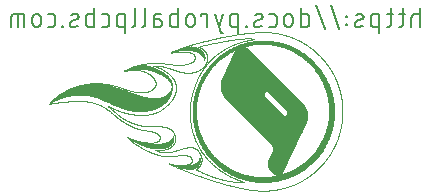
<source format=gbr>
G04 EAGLE Gerber RS-274X export*
G75*
%MOMM*%
%FSLAX34Y34*%
%LPD*%
%INSilkscreen Bottom*%
%IPPOS*%
%AMOC8*
5,1,8,0,0,1.08239X$1,22.5*%
G01*
%ADD10C,0.152400*%
%ADD11C,0.100000*%

G36*
X273835Y20909D02*
X273835Y20909D01*
X273839Y20910D01*
X273844Y20909D01*
X274604Y20924D01*
X275466Y20941D01*
X275471Y20942D01*
X275477Y20942D01*
X276340Y20977D01*
X276345Y20978D01*
X276351Y20977D01*
X277212Y21032D01*
X277870Y21073D01*
X277873Y21074D01*
X277878Y21074D01*
X278536Y21126D01*
X278539Y21127D01*
X278543Y21127D01*
X279201Y21189D01*
X279202Y21189D01*
X279601Y21228D01*
X279603Y21228D01*
X279605Y21228D01*
X280004Y21270D01*
X280006Y21270D01*
X280009Y21270D01*
X280408Y21316D01*
X281611Y21456D01*
X281618Y21458D01*
X281626Y21458D01*
X282826Y21634D01*
X282832Y21637D01*
X282840Y21637D01*
X284035Y21849D01*
X285398Y22091D01*
X285405Y22094D01*
X285415Y22095D01*
X286772Y22385D01*
X286779Y22388D01*
X286789Y22389D01*
X288136Y22727D01*
X289108Y22970D01*
X289113Y22973D01*
X289120Y22974D01*
X290089Y23243D01*
X290094Y23245D01*
X290101Y23246D01*
X291063Y23539D01*
X292591Y24006D01*
X292599Y24010D01*
X292610Y24012D01*
X294123Y24540D01*
X294131Y24545D01*
X294142Y24548D01*
X295636Y25138D01*
X296710Y25564D01*
X296716Y25568D01*
X296724Y25569D01*
X297789Y26027D01*
X297794Y26031D01*
X297802Y26033D01*
X298855Y26523D01*
X300029Y27069D01*
X300036Y27074D01*
X300044Y27076D01*
X301204Y27663D01*
X301210Y27667D01*
X301218Y27670D01*
X302364Y28297D01*
X303365Y28846D01*
X303370Y28850D01*
X303378Y28853D01*
X304368Y29433D01*
X304373Y29437D01*
X304380Y29440D01*
X305356Y30051D01*
X306399Y30704D01*
X306404Y30709D01*
X306412Y30712D01*
X307438Y31399D01*
X307443Y31404D01*
X307451Y31408D01*
X308459Y32130D01*
X309351Y32770D01*
X309355Y32774D01*
X309362Y32778D01*
X310240Y33443D01*
X310244Y33448D01*
X310251Y33452D01*
X311115Y34146D01*
X312065Y34908D01*
X312070Y34914D01*
X312077Y34918D01*
X313009Y35715D01*
X313013Y35721D01*
X313021Y35725D01*
X313933Y36556D01*
X313936Y36560D01*
X313942Y36564D01*
X316077Y38605D01*
X316126Y38676D01*
X316179Y38744D01*
X316183Y38757D01*
X316190Y38769D01*
X316196Y38795D01*
X316221Y38809D01*
X316261Y38821D01*
X316319Y38865D01*
X316357Y38887D01*
X316370Y38904D01*
X316393Y38922D01*
X318583Y41268D01*
X318586Y41273D01*
X318592Y41278D01*
X318995Y41734D01*
X318997Y41737D01*
X319000Y41739D01*
X319395Y42199D01*
X319397Y42202D01*
X319400Y42205D01*
X319788Y42671D01*
X320592Y43636D01*
X320595Y43642D01*
X320601Y43648D01*
X321371Y44633D01*
X321374Y44639D01*
X321380Y44646D01*
X322113Y45648D01*
X322746Y46514D01*
X322749Y46519D01*
X322754Y46525D01*
X323362Y47404D01*
X323364Y47410D01*
X323369Y47415D01*
X323951Y48307D01*
X324577Y49267D01*
X324579Y49273D01*
X324585Y49279D01*
X325180Y50253D01*
X325183Y50259D01*
X325188Y50266D01*
X325753Y51253D01*
X326412Y52405D01*
X326414Y52412D01*
X326420Y52419D01*
X327038Y53589D01*
X327041Y53596D01*
X327046Y53603D01*
X327623Y54788D01*
X328147Y55865D01*
X328149Y55871D01*
X328153Y55878D01*
X328643Y56968D01*
X328645Y56975D01*
X328649Y56982D01*
X329106Y58082D01*
X329493Y59017D01*
X329494Y59022D01*
X329497Y59029D01*
X329552Y59171D01*
X329552Y59172D01*
X329744Y59671D01*
X329860Y59971D01*
X329860Y59977D01*
X329864Y59983D01*
X330201Y60931D01*
X330613Y62088D01*
X330615Y62096D01*
X330619Y62103D01*
X330993Y63271D01*
X330994Y63278D01*
X330998Y63285D01*
X331335Y64460D01*
X331652Y65560D01*
X331653Y65567D01*
X331656Y65574D01*
X331940Y66682D01*
X331940Y66688D01*
X331944Y66696D01*
X332195Y67808D01*
X332426Y68829D01*
X332427Y68835D01*
X332429Y68842D01*
X332633Y69868D01*
X332633Y69873D01*
X332635Y69880D01*
X332813Y70910D01*
X333012Y72070D01*
X333012Y72077D01*
X333014Y72085D01*
X333180Y73250D01*
X333179Y73256D01*
X333182Y73264D01*
X333313Y74434D01*
X333445Y75610D01*
X333444Y75617D01*
X333446Y75625D01*
X333543Y76804D01*
X333542Y76811D01*
X333544Y76819D01*
X333606Y78001D01*
X333668Y79180D01*
X333667Y79187D01*
X333668Y79195D01*
X333696Y80376D01*
X333695Y80382D01*
X333696Y80390D01*
X333689Y81571D01*
X333689Y81572D01*
X333679Y82886D01*
X333678Y82893D01*
X333679Y82902D01*
X333627Y84214D01*
X333625Y84221D01*
X333626Y84230D01*
X333532Y85541D01*
X333443Y86773D01*
X333441Y86780D01*
X333442Y86788D01*
X333315Y88017D01*
X333313Y88024D01*
X333313Y88033D01*
X333147Y89258D01*
X332988Y90447D01*
X332985Y90454D01*
X332985Y90462D01*
X332790Y91647D01*
X332788Y91654D01*
X332787Y91662D01*
X332556Y92842D01*
X332298Y94152D01*
X332295Y94158D01*
X332295Y94168D01*
X331994Y95470D01*
X331991Y95477D01*
X331990Y95486D01*
X331645Y96779D01*
X331384Y97755D01*
X331381Y97760D01*
X331381Y97767D01*
X331095Y98738D01*
X331092Y98743D01*
X331091Y98750D01*
X330781Y99714D01*
X330454Y100728D01*
X330451Y100734D01*
X330449Y100741D01*
X330094Y101749D01*
X330091Y101754D01*
X330090Y101762D01*
X329707Y102761D01*
X329233Y103999D01*
X329229Y104005D01*
X329227Y104014D01*
X328710Y105240D01*
X328706Y105246D01*
X328703Y105255D01*
X328144Y106466D01*
X327691Y107444D01*
X327688Y107449D01*
X327686Y107456D01*
X327206Y108424D01*
X327202Y108429D01*
X327200Y108437D01*
X326692Y109395D01*
X326691Y109395D01*
X326158Y110399D01*
X326154Y110404D01*
X326151Y110412D01*
X325588Y111406D01*
X325583Y111411D01*
X325580Y111418D01*
X324986Y112399D01*
X324444Y113291D01*
X324440Y113295D01*
X324438Y113302D01*
X323871Y114184D01*
X323866Y114189D01*
X323863Y114196D01*
X323271Y115065D01*
X322600Y116049D01*
X322595Y116053D01*
X322592Y116061D01*
X321889Y117029D01*
X321883Y117034D01*
X321879Y117041D01*
X321143Y117992D01*
X320372Y118990D01*
X320366Y118994D01*
X320362Y119002D01*
X319556Y119980D01*
X319550Y119984D01*
X319545Y119992D01*
X318702Y120950D01*
X317858Y121910D01*
X317852Y121914D01*
X317847Y121922D01*
X316966Y122860D01*
X316960Y122864D01*
X316955Y122872D01*
X316038Y123788D01*
X314980Y124847D01*
X314973Y124851D01*
X314966Y124859D01*
X313879Y125869D01*
X313872Y125873D01*
X313866Y125881D01*
X312751Y126843D01*
X311853Y127619D01*
X311847Y127623D01*
X311841Y127629D01*
X310924Y128374D01*
X310918Y128377D01*
X310912Y128383D01*
X309979Y129097D01*
X308996Y129848D01*
X308990Y129851D01*
X308984Y129857D01*
X307982Y130575D01*
X307975Y130578D01*
X307969Y130584D01*
X306952Y131266D01*
X306072Y131857D01*
X306066Y131859D01*
X306060Y131865D01*
X305168Y132429D01*
X305162Y132431D01*
X305157Y132435D01*
X304252Y132975D01*
X303672Y133320D01*
X303668Y133321D01*
X303664Y133324D01*
X303080Y133659D01*
X303077Y133660D01*
X303074Y133663D01*
X302486Y133987D01*
X302485Y133987D01*
X301878Y134322D01*
X301874Y134323D01*
X301870Y134326D01*
X301259Y134649D01*
X301255Y134650D01*
X301251Y134653D01*
X300635Y134965D01*
X299732Y135422D01*
X299726Y135424D01*
X299720Y135428D01*
X298808Y135860D01*
X298802Y135861D01*
X298796Y135865D01*
X297876Y136274D01*
X297875Y136274D01*
X297073Y136629D01*
X297069Y136630D01*
X297063Y136633D01*
X296255Y136970D01*
X296251Y136971D01*
X296246Y136974D01*
X295431Y137294D01*
X294682Y137587D01*
X294677Y137588D01*
X294672Y137591D01*
X293918Y137869D01*
X293913Y137870D01*
X293908Y137872D01*
X293149Y138134D01*
X292206Y138459D01*
X292200Y138460D01*
X292194Y138463D01*
X291244Y138765D01*
X291239Y138766D01*
X291232Y138769D01*
X290278Y139046D01*
X290277Y139046D01*
X289413Y139297D01*
X289407Y139298D01*
X289402Y139300D01*
X288532Y139531D01*
X288527Y139532D01*
X288521Y139534D01*
X287648Y139745D01*
X286838Y139941D01*
X286833Y139941D01*
X286828Y139943D01*
X286014Y140122D01*
X286009Y140122D01*
X286004Y140125D01*
X285188Y140286D01*
X284201Y140482D01*
X284195Y140482D01*
X284188Y140484D01*
X283196Y140654D01*
X283190Y140654D01*
X283184Y140656D01*
X282189Y140802D01*
X280813Y141003D01*
X280805Y141003D01*
X280796Y141006D01*
X279412Y141159D01*
X279404Y141158D01*
X279395Y141160D01*
X278010Y141265D01*
X276864Y141352D01*
X276857Y141351D01*
X276849Y141353D01*
X275701Y141407D01*
X275694Y141406D01*
X275687Y141407D01*
X274537Y141428D01*
X273366Y141449D01*
X273359Y141448D01*
X273351Y141450D01*
X272178Y141437D01*
X272172Y141435D01*
X272164Y141436D01*
X270993Y141390D01*
X269913Y141347D01*
X269907Y141345D01*
X269899Y141346D01*
X268820Y141274D01*
X268814Y141272D01*
X268807Y141272D01*
X267730Y141171D01*
X266247Y141031D01*
X266239Y141028D01*
X266228Y141028D01*
X264750Y140833D01*
X264742Y140830D01*
X264732Y140830D01*
X263262Y140581D01*
X263261Y140581D01*
X262017Y140369D01*
X262010Y140366D01*
X262001Y140366D01*
X260763Y140114D01*
X260756Y140111D01*
X260747Y140111D01*
X259516Y139820D01*
X258583Y139600D01*
X258578Y139598D01*
X258571Y139597D01*
X257644Y139354D01*
X257639Y139352D01*
X257632Y139351D01*
X256709Y139085D01*
X255757Y138812D01*
X255752Y138809D01*
X255745Y138808D01*
X254798Y138510D01*
X254793Y138507D01*
X254786Y138506D01*
X253845Y138185D01*
X252673Y137783D01*
X252667Y137779D01*
X252658Y137778D01*
X251497Y137338D01*
X251491Y137335D01*
X251483Y137333D01*
X250333Y136856D01*
X249062Y136329D01*
X249055Y136325D01*
X249046Y136323D01*
X247788Y135750D01*
X247781Y135746D01*
X247772Y135743D01*
X246531Y135124D01*
X245408Y134564D01*
X245403Y134559D01*
X245395Y134557D01*
X244286Y133960D01*
X244280Y133955D01*
X244271Y133952D01*
X243178Y133317D01*
X242318Y132818D01*
X242314Y132814D01*
X242307Y132811D01*
X241457Y132287D01*
X241453Y132284D01*
X241447Y132281D01*
X240608Y131735D01*
X239469Y130995D01*
X239463Y130989D01*
X239454Y130985D01*
X238335Y130199D01*
X238330Y130194D01*
X238321Y130190D01*
X237223Y129363D01*
X236489Y128809D01*
X236485Y128806D01*
X236480Y128803D01*
X235755Y128231D01*
X235752Y128226D01*
X235746Y128223D01*
X235032Y127631D01*
X234409Y127115D01*
X234406Y127112D01*
X234401Y127109D01*
X233785Y126577D01*
X233782Y126573D01*
X233778Y126571D01*
X233170Y126025D01*
X232375Y125311D01*
X232371Y125306D01*
X232365Y125301D01*
X231586Y124561D01*
X231582Y124556D01*
X231577Y124552D01*
X230127Y123102D01*
X230124Y123098D01*
X230118Y123094D01*
X229452Y122395D01*
X229449Y122390D01*
X229444Y122386D01*
X228798Y121676D01*
X228293Y121121D01*
X228290Y121117D01*
X228286Y121113D01*
X227793Y120549D01*
X227791Y120545D01*
X227787Y120542D01*
X227307Y119972D01*
X226654Y119199D01*
X226651Y119194D01*
X226646Y119189D01*
X226016Y118402D01*
X226013Y118397D01*
X226008Y118392D01*
X225401Y117593D01*
X224955Y117005D01*
X224953Y117002D01*
X224950Y116998D01*
X224514Y116404D01*
X224513Y116400D01*
X224509Y116396D01*
X224086Y115796D01*
X223590Y115090D01*
X223588Y115085D01*
X223584Y115081D01*
X223104Y114367D01*
X223102Y114362D01*
X223098Y114358D01*
X222636Y113636D01*
X222124Y112838D01*
X222122Y112833D01*
X222118Y112828D01*
X221627Y112018D01*
X221626Y112014D01*
X221622Y112009D01*
X221151Y111191D01*
X221150Y111191D01*
X220625Y110277D01*
X220623Y110271D01*
X220618Y110265D01*
X220120Y109341D01*
X220118Y109335D01*
X220114Y109329D01*
X219641Y108395D01*
X219145Y107417D01*
X219144Y107411D01*
X219139Y107405D01*
X218673Y106416D01*
X218671Y106410D01*
X218667Y106403D01*
X218229Y105405D01*
X217751Y104315D01*
X217750Y104308D01*
X217745Y104301D01*
X217301Y103200D01*
X217300Y103193D01*
X217295Y103186D01*
X216886Y102074D01*
X216500Y101028D01*
X216499Y101022D01*
X216495Y101015D01*
X216139Y99960D01*
X216139Y99954D01*
X216135Y99947D01*
X215809Y98885D01*
X215809Y98884D01*
X215493Y97851D01*
X215492Y97845D01*
X215489Y97838D01*
X215201Y96797D01*
X215201Y96790D01*
X215198Y96784D01*
X214938Y95737D01*
X214694Y94753D01*
X214694Y94747D01*
X214691Y94740D01*
X214472Y93750D01*
X214472Y93745D01*
X214470Y93738D01*
X214276Y92744D01*
X214034Y91502D01*
X214034Y91495D01*
X214031Y91486D01*
X213830Y90237D01*
X213830Y90230D01*
X213827Y90222D01*
X213665Y88970D01*
X213528Y87917D01*
X213528Y87911D01*
X213526Y87904D01*
X213418Y86850D01*
X213419Y86844D01*
X213417Y86837D01*
X213337Y85780D01*
X213275Y84963D01*
X213275Y84959D01*
X213274Y84953D01*
X213228Y84135D01*
X213228Y84130D01*
X213227Y84124D01*
X213199Y83305D01*
X213162Y82248D01*
X213163Y82242D01*
X213162Y82235D01*
X213153Y81176D01*
X213154Y81170D01*
X213153Y81163D01*
X213171Y80105D01*
X213171Y80104D01*
X213187Y79211D01*
X213188Y79206D01*
X213187Y79200D01*
X213224Y78308D01*
X213224Y78306D01*
X213225Y78302D01*
X213224Y78297D01*
X213280Y77405D01*
X213280Y77404D01*
X213348Y76304D01*
X213350Y76298D01*
X213349Y76291D01*
X213448Y75190D01*
X213450Y75184D01*
X213450Y75176D01*
X213579Y74080D01*
X213689Y73143D01*
X213691Y73138D01*
X213691Y73131D01*
X213824Y72197D01*
X213825Y72192D01*
X213825Y72185D01*
X213981Y71254D01*
X213981Y71253D01*
X214195Y69962D01*
X214197Y69955D01*
X214198Y69946D01*
X214455Y68660D01*
X214458Y68653D01*
X214459Y68644D01*
X214758Y67365D01*
X215018Y66256D01*
X215020Y66251D01*
X215021Y66243D01*
X215313Y65140D01*
X215316Y65134D01*
X215317Y65126D01*
X215641Y64030D01*
X215969Y62921D01*
X215972Y62915D01*
X215973Y62907D01*
X216335Y61806D01*
X216338Y61800D01*
X216340Y61792D01*
X216733Y60700D01*
X217072Y59754D01*
X217075Y59749D01*
X217077Y59742D01*
X217442Y58804D01*
X217445Y58799D01*
X217447Y58791D01*
X217837Y57861D01*
X218253Y56867D01*
X218257Y56861D01*
X218259Y56853D01*
X218704Y55870D01*
X218707Y55865D01*
X218709Y55858D01*
X219182Y54883D01*
X219182Y54882D01*
X219668Y53879D01*
X219672Y53874D01*
X219675Y53867D01*
X220190Y52874D01*
X220194Y52869D01*
X220197Y52861D01*
X220743Y51881D01*
X221334Y50820D01*
X221339Y50815D01*
X221342Y50807D01*
X221968Y49760D01*
X221972Y49754D01*
X221976Y49747D01*
X222636Y48715D01*
X223270Y47725D01*
X223275Y47720D01*
X223278Y47712D01*
X223945Y46736D01*
X223950Y46731D01*
X223954Y46723D01*
X224653Y45764D01*
X225293Y44884D01*
X225297Y44880D01*
X225301Y44874D01*
X225967Y44008D01*
X225972Y44004D01*
X225976Y43997D01*
X226670Y43147D01*
X227294Y42381D01*
X227298Y42378D01*
X227302Y42372D01*
X227946Y41619D01*
X227951Y41616D01*
X227954Y41610D01*
X228622Y40869D01*
X229322Y40093D01*
X229327Y40089D01*
X229331Y40083D01*
X230055Y39320D01*
X230060Y39317D01*
X230064Y39311D01*
X231784Y37592D01*
X231790Y37587D01*
X231796Y37580D01*
X232792Y36650D01*
X232799Y36646D01*
X232804Y36640D01*
X233822Y35748D01*
X233823Y35748D01*
X234563Y35102D01*
X234568Y35100D01*
X234572Y35095D01*
X235324Y34469D01*
X235329Y34466D01*
X235334Y34461D01*
X236096Y33858D01*
X236097Y33858D01*
X236997Y33146D01*
X237003Y33143D01*
X237008Y33138D01*
X237924Y32455D01*
X237930Y32453D01*
X237936Y32447D01*
X238866Y31795D01*
X239801Y31139D01*
X239807Y31136D01*
X239813Y31131D01*
X240762Y30504D01*
X240768Y30501D01*
X240774Y30496D01*
X241737Y29900D01*
X242652Y29334D01*
X242657Y29331D01*
X242663Y29327D01*
X243590Y28787D01*
X243596Y28785D01*
X243602Y28780D01*
X244540Y28268D01*
X245257Y27876D01*
X245262Y27875D01*
X245266Y27872D01*
X245989Y27496D01*
X245993Y27495D01*
X245998Y27491D01*
X246726Y27131D01*
X246727Y27131D01*
X247693Y26653D01*
X247699Y26652D01*
X247705Y26648D01*
X248682Y26198D01*
X248688Y26197D01*
X248694Y26192D01*
X249679Y25770D01*
X249680Y25770D01*
X250351Y25483D01*
X250355Y25482D01*
X250359Y25480D01*
X251034Y25205D01*
X251038Y25205D01*
X251043Y25202D01*
X251722Y24940D01*
X252670Y24575D01*
X252676Y24574D01*
X252682Y24570D01*
X253639Y24229D01*
X253645Y24228D01*
X253651Y24225D01*
X254614Y23910D01*
X255564Y23598D01*
X255570Y23597D01*
X255577Y23594D01*
X256533Y23307D01*
X256539Y23307D01*
X256545Y23304D01*
X257507Y23042D01*
X258644Y22732D01*
X258651Y22731D01*
X258658Y22728D01*
X259803Y22452D01*
X259810Y22452D01*
X259818Y22449D01*
X260968Y22207D01*
X261872Y22017D01*
X261877Y22017D01*
X261883Y22015D01*
X262790Y21845D01*
X262796Y21845D01*
X262802Y21843D01*
X263712Y21696D01*
X264774Y21524D01*
X264780Y21524D01*
X264787Y21522D01*
X265854Y21378D01*
X265860Y21378D01*
X265867Y21376D01*
X266935Y21262D01*
X267866Y21161D01*
X267871Y21161D01*
X267878Y21160D01*
X268810Y21081D01*
X268815Y21082D01*
X268821Y21081D01*
X269755Y21024D01*
X270597Y20973D01*
X270602Y20973D01*
X270608Y20972D01*
X271451Y20939D01*
X271456Y20940D01*
X271461Y20939D01*
X272304Y20924D01*
X273064Y20909D01*
X273069Y20910D01*
X273074Y20909D01*
X273835Y20909D01*
G37*
%LPC*%
G36*
X272147Y25947D02*
X272147Y25947D01*
X271040Y25980D01*
X269873Y26014D01*
X268714Y26084D01*
X267551Y26190D01*
X266274Y26309D01*
X265007Y26468D01*
X263739Y26673D01*
X262976Y26795D01*
X262220Y26934D01*
X261462Y27088D01*
X261461Y27088D01*
X260488Y27287D01*
X259524Y27510D01*
X258562Y27760D01*
X258562Y27761D01*
X257600Y28011D01*
X256647Y28286D01*
X255697Y28588D01*
X254819Y28867D01*
X253951Y29168D01*
X253085Y29491D01*
X252366Y29760D01*
X251658Y30041D01*
X250948Y30340D01*
X250192Y30659D01*
X249445Y30994D01*
X248701Y31346D01*
X248055Y31653D01*
X247422Y31969D01*
X246787Y32302D01*
X246786Y32302D01*
X246178Y32619D01*
X245577Y32947D01*
X244980Y33288D01*
X244269Y33694D01*
X243572Y34113D01*
X242876Y34552D01*
X242234Y34958D01*
X241604Y35374D01*
X240976Y35806D01*
X240296Y36276D01*
X239630Y36758D01*
X238966Y37261D01*
X238429Y37668D01*
X237902Y38083D01*
X237375Y38513D01*
X236821Y38966D01*
X236277Y39426D01*
X235738Y39903D01*
X235125Y40443D01*
X234525Y40997D01*
X233930Y41568D01*
X233666Y41822D01*
X233402Y42081D01*
X232334Y43148D01*
X231562Y43969D01*
X230814Y44812D01*
X230442Y45231D01*
X230081Y45652D01*
X229723Y46079D01*
X229046Y46890D01*
X228399Y47710D01*
X227775Y48549D01*
X227775Y48550D01*
X227236Y49272D01*
X226720Y50002D01*
X226222Y50745D01*
X226221Y50745D01*
X226221Y50746D01*
X225789Y51389D01*
X225374Y52035D01*
X224971Y52693D01*
X224458Y53530D01*
X223974Y54368D01*
X223509Y55223D01*
X223108Y55964D01*
X222726Y56706D01*
X222361Y57460D01*
X222361Y57461D01*
X221906Y58394D01*
X221484Y59330D01*
X221086Y60283D01*
X220695Y61215D01*
X220333Y62151D01*
X219996Y63099D01*
X219585Y64252D01*
X219217Y65408D01*
X218884Y66581D01*
X218630Y67475D01*
X218401Y68366D01*
X218192Y69269D01*
X218049Y69888D01*
X217918Y70506D01*
X217796Y71128D01*
X217552Y72376D01*
X217353Y73622D01*
X217195Y74881D01*
X217195Y74882D01*
X217116Y75509D01*
X217048Y76132D01*
X216991Y76760D01*
X216991Y76761D01*
X216900Y77750D01*
X216836Y78735D01*
X216797Y79727D01*
X216764Y80602D01*
X216750Y81471D01*
X216757Y82347D01*
X216764Y83227D01*
X216792Y84102D01*
X216840Y84981D01*
X216919Y86441D01*
X217056Y87889D01*
X217249Y89339D01*
X217395Y90429D01*
X217571Y91508D01*
X217781Y92591D01*
X217781Y92592D01*
X217963Y93530D01*
X218167Y94458D01*
X218397Y95389D01*
X218618Y96281D01*
X218858Y97159D01*
X219123Y98042D01*
X219388Y98922D01*
X219673Y99792D01*
X219982Y100662D01*
X220376Y101771D01*
X220802Y102862D01*
X221268Y103949D01*
X221800Y105189D01*
X222373Y106407D01*
X222999Y107614D01*
X223429Y108446D01*
X223878Y109261D01*
X224352Y110074D01*
X224353Y110074D01*
X224638Y110564D01*
X224931Y111049D01*
X225232Y111531D01*
X225924Y112636D01*
X226652Y113716D01*
X227429Y114782D01*
X228006Y115574D01*
X228602Y116349D01*
X229226Y117117D01*
X229900Y117948D01*
X230597Y118758D01*
X231326Y119558D01*
X231914Y120203D01*
X232517Y120835D01*
X233965Y122283D01*
X234803Y123070D01*
X235662Y123831D01*
X236522Y124593D01*
X237394Y125317D01*
X238289Y126017D01*
X239554Y127006D01*
X240842Y127927D01*
X242168Y128792D01*
X243163Y129441D01*
X244166Y130051D01*
X245191Y130631D01*
X246205Y131204D01*
X247226Y131740D01*
X248266Y132245D01*
X249189Y132692D01*
X249060Y132517D01*
X249056Y132508D01*
X249047Y132498D01*
X248857Y132212D01*
X248756Y132062D01*
X248754Y132056D01*
X248749Y132051D01*
X248653Y131899D01*
X248651Y131893D01*
X248646Y131888D01*
X248555Y131735D01*
X248374Y131434D01*
X248371Y131423D01*
X248362Y131413D01*
X248198Y131105D01*
X248194Y131094D01*
X248186Y131081D01*
X248039Y130769D01*
X248039Y130768D01*
X238483Y110262D01*
X238391Y110065D01*
X238390Y110061D01*
X238387Y110058D01*
X238298Y109859D01*
X238297Y109854D01*
X238294Y109849D01*
X238210Y109652D01*
X238046Y109269D01*
X238045Y109262D01*
X238040Y109254D01*
X237891Y108871D01*
X237890Y108864D01*
X237885Y108855D01*
X237751Y108473D01*
X237654Y108199D01*
X237653Y108193D01*
X237650Y108187D01*
X237561Y107912D01*
X237561Y107906D01*
X237557Y107900D01*
X237477Y107625D01*
X237476Y107625D01*
X237353Y107204D01*
X237352Y107196D01*
X237348Y107186D01*
X237242Y106766D01*
X237241Y106757D01*
X237237Y106747D01*
X237149Y106327D01*
X237071Y105953D01*
X237071Y105945D01*
X237068Y105936D01*
X237003Y105563D01*
X237003Y105554D01*
X237000Y105544D01*
X236950Y105172D01*
X236950Y105171D01*
X236898Y104776D01*
X236898Y104768D01*
X236896Y104758D01*
X236858Y104365D01*
X236859Y104355D01*
X236856Y104344D01*
X236835Y103950D01*
X236806Y103429D01*
X236808Y103417D01*
X236805Y103402D01*
X236805Y102880D01*
X236807Y102869D01*
X236805Y102854D01*
X236832Y102333D01*
X236832Y102332D01*
X236861Y101773D01*
X236865Y101761D01*
X236864Y101745D01*
X236925Y101186D01*
X236929Y101174D01*
X236929Y101159D01*
X237021Y100601D01*
X237022Y100601D01*
X237097Y100148D01*
X237100Y100138D01*
X237101Y100125D01*
X237197Y99674D01*
X237201Y99665D01*
X237202Y99654D01*
X237318Y99201D01*
X237318Y99200D01*
X237435Y98750D01*
X237439Y98741D01*
X237441Y98730D01*
X237578Y98280D01*
X237583Y98271D01*
X237585Y98260D01*
X237743Y97809D01*
X237823Y97582D01*
X237826Y97578D01*
X237827Y97573D01*
X237912Y97345D01*
X237915Y97341D01*
X237916Y97334D01*
X238008Y97107D01*
X238202Y96621D01*
X238207Y96613D01*
X238210Y96602D01*
X238417Y96138D01*
X238423Y96131D01*
X238426Y96120D01*
X238645Y95677D01*
X238976Y95008D01*
X238985Y94996D01*
X238992Y94978D01*
X239353Y94360D01*
X239364Y94348D01*
X239372Y94330D01*
X239760Y93761D01*
X240206Y93109D01*
X240220Y93095D01*
X240233Y93073D01*
X240716Y92487D01*
X240733Y92473D01*
X240748Y92451D01*
X279008Y54192D01*
X279177Y54009D01*
X279341Y53816D01*
X279783Y53299D01*
X280119Y52793D01*
X280388Y52246D01*
X280656Y51699D01*
X280827Y51170D01*
X280925Y50591D01*
X280993Y50187D01*
X281020Y49800D01*
X281007Y49378D01*
X280995Y48979D01*
X280948Y48592D01*
X280863Y48176D01*
X280863Y48175D01*
X280717Y47471D01*
X280475Y46768D01*
X280116Y46012D01*
X280116Y46011D01*
X280115Y46010D01*
X277738Y40948D01*
X277594Y40645D01*
X277592Y40636D01*
X277586Y40626D01*
X277458Y40324D01*
X277456Y40315D01*
X277450Y40305D01*
X277338Y40007D01*
X277116Y39416D01*
X277112Y39395D01*
X277101Y39370D01*
X276945Y38793D01*
X276943Y38770D01*
X276934Y38742D01*
X276843Y38179D01*
X276749Y37598D01*
X276750Y37573D01*
X276743Y37541D01*
X276718Y36975D01*
X276722Y36949D01*
X276719Y36913D01*
X276763Y36362D01*
X276805Y35841D01*
X276813Y35816D01*
X276814Y35782D01*
X276917Y35275D01*
X276927Y35251D01*
X276933Y35216D01*
X277099Y34722D01*
X277232Y34325D01*
X277243Y34307D01*
X277250Y34281D01*
X277424Y33891D01*
X277436Y33875D01*
X277444Y33850D01*
X277658Y33470D01*
X278023Y32824D01*
X278043Y32800D01*
X278063Y32763D01*
X278543Y32142D01*
X278564Y32124D01*
X278585Y32095D01*
X283211Y27468D01*
X283224Y27460D01*
X283236Y27445D01*
X283493Y27220D01*
X283508Y27212D01*
X283523Y27196D01*
X283737Y27036D01*
X283409Y26968D01*
X282151Y26754D01*
X280789Y26521D01*
X279429Y26342D01*
X278056Y26210D01*
X276823Y26092D01*
X275594Y26016D01*
X274357Y25980D01*
X274356Y25980D01*
X273248Y25947D01*
X272147Y25947D01*
G37*
%LPD*%
%LPC*%
G36*
X289604Y28674D02*
X289604Y28674D01*
X289608Y28685D01*
X289617Y28697D01*
X289755Y28957D01*
X289757Y28966D01*
X289764Y28976D01*
X289900Y29261D01*
X289901Y29263D01*
X289902Y29265D01*
X305726Y63087D01*
X306201Y63922D01*
X306214Y63962D01*
X306236Y63997D01*
X306245Y64055D01*
X306263Y64111D01*
X306260Y64153D01*
X306266Y64194D01*
X306258Y64224D01*
X306411Y64552D01*
X309065Y70224D01*
X309065Y70225D01*
X309405Y70956D01*
X309408Y70968D01*
X309415Y70979D01*
X309708Y71701D01*
X309710Y71713D01*
X309717Y71725D01*
X309962Y72436D01*
X310146Y72966D01*
X310147Y72975D01*
X310153Y72986D01*
X310309Y73510D01*
X310310Y73520D01*
X310315Y73530D01*
X310445Y74048D01*
X310492Y74230D01*
X310492Y74234D01*
X310494Y74238D01*
X310536Y74418D01*
X310536Y74422D01*
X310538Y74425D01*
X310577Y74606D01*
X310578Y74607D01*
X310652Y74949D01*
X310652Y74956D01*
X310654Y74963D01*
X310718Y75302D01*
X310717Y75310D01*
X310720Y75319D01*
X310771Y75655D01*
X310820Y75973D01*
X310819Y75979D01*
X310822Y75987D01*
X310861Y76303D01*
X310860Y76312D01*
X310863Y76321D01*
X310890Y76636D01*
X310921Y76990D01*
X310920Y76998D01*
X310922Y77007D01*
X310941Y77360D01*
X310940Y77369D01*
X310942Y77380D01*
X310947Y77729D01*
X310947Y77730D01*
X310952Y78107D01*
X310951Y78115D01*
X310952Y78126D01*
X310943Y78499D01*
X310941Y78509D01*
X310942Y78521D01*
X310916Y78889D01*
X310896Y79197D01*
X310894Y79205D01*
X310894Y79215D01*
X310863Y79522D01*
X310860Y79530D01*
X310861Y79541D01*
X310818Y79843D01*
X310761Y80253D01*
X310757Y80263D01*
X310757Y80277D01*
X310680Y80682D01*
X310676Y80691D01*
X310675Y80704D01*
X310580Y81103D01*
X310525Y81335D01*
X310522Y81342D01*
X310521Y81352D01*
X310458Y81581D01*
X310456Y81586D01*
X310455Y81592D01*
X310388Y81821D01*
X310387Y81822D01*
X310387Y81824D01*
X310315Y82061D01*
X310312Y82066D01*
X310311Y82073D01*
X310233Y82309D01*
X310230Y82314D01*
X310228Y82322D01*
X310144Y82556D01*
X310056Y82797D01*
X310053Y82803D01*
X310052Y82810D01*
X309957Y83050D01*
X309953Y83056D01*
X309951Y83065D01*
X309849Y83302D01*
X309849Y83303D01*
X309695Y83660D01*
X309689Y83668D01*
X309686Y83679D01*
X309516Y84033D01*
X309510Y84041D01*
X309506Y84052D01*
X309319Y84402D01*
X309144Y84731D01*
X309138Y84738D01*
X309134Y84748D01*
X308943Y85073D01*
X308938Y85079D01*
X308934Y85088D01*
X308729Y85411D01*
X308728Y85412D01*
X308728Y85413D01*
X308594Y85622D01*
X308591Y85625D01*
X308589Y85630D01*
X308450Y85838D01*
X308446Y85842D01*
X308443Y85849D01*
X308297Y86056D01*
X308296Y86057D01*
X308135Y86284D01*
X308131Y86288D01*
X308128Y86294D01*
X307959Y86522D01*
X307956Y86525D01*
X307953Y86530D01*
X307777Y86756D01*
X307776Y86757D01*
X307585Y87002D01*
X307580Y87005D01*
X307577Y87011D01*
X307377Y87254D01*
X307372Y87258D01*
X307369Y87264D01*
X307160Y87504D01*
X307159Y87505D01*
X306857Y87851D01*
X306851Y87855D01*
X306846Y87862D01*
X306527Y88205D01*
X306521Y88210D01*
X306515Y88218D01*
X261042Y133692D01*
X261039Y133694D01*
X261036Y133697D01*
X260941Y133789D01*
X260939Y133790D01*
X260938Y133793D01*
X260842Y133883D01*
X260644Y134073D01*
X260638Y134076D01*
X260634Y134082D01*
X260435Y134261D01*
X260430Y134264D01*
X260424Y134271D01*
X260226Y134439D01*
X260073Y134570D01*
X260068Y134573D01*
X260062Y134579D01*
X259908Y134704D01*
X259903Y134706D01*
X259898Y134712D01*
X259744Y134829D01*
X259566Y134966D01*
X259560Y134970D01*
X259553Y134976D01*
X259375Y135104D01*
X259369Y135107D01*
X259363Y135112D01*
X259188Y135230D01*
X258934Y135403D01*
X258922Y135408D01*
X258911Y135418D01*
X258656Y135571D01*
X258646Y135574D01*
X258636Y135582D01*
X258384Y135718D01*
X258384Y135719D01*
X258151Y135844D01*
X258140Y135847D01*
X258129Y135855D01*
X258036Y135899D01*
X258695Y136081D01*
X259597Y136305D01*
X260508Y136508D01*
X261559Y136741D01*
X262608Y136943D01*
X263668Y137115D01*
X263669Y137115D01*
X264952Y137325D01*
X266232Y137487D01*
X267524Y137607D01*
X268746Y137719D01*
X269962Y137791D01*
X271187Y137825D01*
X272109Y137850D01*
X273026Y137852D01*
X273948Y137831D01*
X274763Y137813D01*
X275571Y137778D01*
X276383Y137725D01*
X277551Y137648D01*
X278709Y137535D01*
X279871Y137386D01*
X280980Y137244D01*
X282079Y137069D01*
X283178Y136860D01*
X283943Y136715D01*
X284701Y136555D01*
X285460Y136378D01*
X286503Y136135D01*
X287534Y135863D01*
X288564Y135560D01*
X289374Y135321D01*
X290175Y135065D01*
X290975Y134790D01*
X291911Y134467D01*
X292836Y134120D01*
X293757Y133746D01*
X294521Y133436D01*
X295276Y133110D01*
X296028Y132765D01*
X297214Y132222D01*
X298377Y131638D01*
X299531Y131007D01*
X300059Y130719D01*
X300581Y130423D01*
X301101Y130115D01*
X301911Y129638D01*
X302704Y129142D01*
X303494Y128621D01*
X304183Y128166D01*
X304858Y127697D01*
X305532Y127208D01*
X306014Y126858D01*
X306486Y126503D01*
X306960Y126136D01*
X307487Y125726D01*
X308006Y125308D01*
X308521Y124878D01*
X309148Y124355D01*
X309761Y123819D01*
X310370Y123264D01*
X310918Y122764D01*
X311456Y122254D01*
X311989Y121728D01*
X312080Y121638D01*
X312168Y121550D01*
X313157Y120562D01*
X314011Y119649D01*
X314833Y118710D01*
X315595Y117840D01*
X316319Y116960D01*
X317016Y116057D01*
X317016Y116056D01*
X317736Y115125D01*
X318417Y114183D01*
X319070Y113219D01*
X319715Y112267D01*
X320324Y111304D01*
X320903Y110323D01*
X321366Y109539D01*
X321805Y108753D01*
X322226Y107952D01*
X322781Y106899D01*
X323295Y105841D01*
X323777Y104762D01*
X324272Y103656D01*
X324727Y102545D01*
X325147Y101416D01*
X325535Y100369D01*
X325889Y99319D01*
X326214Y98256D01*
X326476Y97396D01*
X326715Y96536D01*
X326935Y95666D01*
X327226Y94512D01*
X327480Y93356D01*
X327697Y92188D01*
X327929Y90945D01*
X328116Y89705D01*
X328263Y88451D01*
X328383Y87426D01*
X328475Y86404D01*
X328538Y85374D01*
X328596Y84443D01*
X328630Y83518D01*
X328642Y82586D01*
X328656Y81444D01*
X328635Y80310D01*
X328579Y79169D01*
X328520Y77963D01*
X328424Y76768D01*
X328288Y75567D01*
X328180Y74611D01*
X328049Y73661D01*
X327891Y72711D01*
X327890Y72711D01*
X327678Y71430D01*
X327423Y70163D01*
X327122Y68897D01*
X326707Y67154D01*
X326212Y65437D01*
X325627Y63733D01*
X325204Y62497D01*
X324740Y61282D01*
X324229Y60074D01*
X323793Y59043D01*
X323328Y58030D01*
X322827Y57022D01*
X322827Y57021D01*
X322826Y57021D01*
X322018Y55392D01*
X321130Y53804D01*
X320153Y52245D01*
X320153Y52244D01*
X319454Y51128D01*
X318717Y50038D01*
X317932Y48964D01*
X317171Y47921D01*
X316374Y46905D01*
X315533Y45907D01*
X315533Y45906D01*
X314969Y45235D01*
X314389Y44579D01*
X313788Y43928D01*
X313787Y43928D01*
X311716Y41681D01*
X311678Y41618D01*
X311634Y41560D01*
X311629Y41541D01*
X311492Y41459D01*
X309423Y39692D01*
X309421Y39690D01*
X309419Y39689D01*
X308636Y39006D01*
X307844Y38353D01*
X307033Y37721D01*
X306134Y37021D01*
X305224Y36356D01*
X304293Y35717D01*
X303422Y35119D01*
X302544Y34553D01*
X301647Y34011D01*
X300766Y33477D01*
X299879Y32973D01*
X298976Y32493D01*
X297843Y31890D01*
X296701Y31331D01*
X295538Y30812D01*
X294357Y30285D01*
X293171Y29803D01*
X291965Y29363D01*
X290754Y28919D01*
X289539Y28522D01*
X289507Y28513D01*
X289604Y28674D01*
G37*
%LPD*%
G36*
X169106Y80939D02*
X169106Y80939D01*
X169111Y80940D01*
X169116Y80939D01*
X169820Y80960D01*
X170484Y80979D01*
X170488Y80980D01*
X170493Y80980D01*
X171140Y81011D01*
X171145Y81012D01*
X171150Y81012D01*
X171781Y81054D01*
X171781Y81055D01*
X171781Y81054D01*
X172364Y81095D01*
X172369Y81096D01*
X172374Y81095D01*
X172943Y81145D01*
X172947Y81147D01*
X172952Y81146D01*
X173508Y81206D01*
X174168Y81277D01*
X174173Y81279D01*
X174180Y81279D01*
X174821Y81363D01*
X174826Y81365D01*
X174833Y81365D01*
X175455Y81462D01*
X176131Y81567D01*
X176136Y81570D01*
X176144Y81570D01*
X176797Y81689D01*
X176802Y81692D01*
X176810Y81692D01*
X177443Y81826D01*
X177885Y81920D01*
X177890Y81921D01*
X177895Y81922D01*
X178328Y82023D01*
X178332Y82025D01*
X178337Y82025D01*
X178759Y82132D01*
X179330Y82276D01*
X179336Y82278D01*
X179343Y82279D01*
X179896Y82435D01*
X179902Y82438D01*
X179909Y82439D01*
X180443Y82607D01*
X180905Y82751D01*
X180910Y82753D01*
X180916Y82755D01*
X181365Y82906D01*
X181369Y82909D01*
X181376Y82911D01*
X181811Y83070D01*
X182235Y83225D01*
X182239Y83228D01*
X182246Y83229D01*
X182657Y83391D01*
X182662Y83394D01*
X182669Y83396D01*
X182842Y83469D01*
X183067Y83564D01*
X183512Y83752D01*
X183517Y83755D01*
X183525Y83757D01*
X183955Y83953D01*
X183960Y83956D01*
X183967Y83959D01*
X184383Y84162D01*
X184816Y84373D01*
X184821Y84377D01*
X184829Y84380D01*
X185246Y84599D01*
X185251Y84603D01*
X185258Y84605D01*
X185661Y84832D01*
X185929Y84983D01*
X185932Y84986D01*
X185937Y84987D01*
X186198Y85141D01*
X186202Y85144D01*
X186206Y85146D01*
X186461Y85302D01*
X186876Y85557D01*
X186881Y85562D01*
X186889Y85565D01*
X187286Y85827D01*
X187291Y85832D01*
X187299Y85836D01*
X187680Y86104D01*
X188007Y86335D01*
X188011Y86339D01*
X188017Y86342D01*
X188332Y86577D01*
X188336Y86582D01*
X188343Y86586D01*
X188645Y86825D01*
X188957Y87071D01*
X188962Y87076D01*
X188969Y87080D01*
X189268Y87331D01*
X189272Y87335D01*
X189278Y87339D01*
X189566Y87593D01*
X189957Y87939D01*
X189962Y87946D01*
X189971Y87952D01*
X190341Y88305D01*
X190345Y88312D01*
X190353Y88317D01*
X190702Y88674D01*
X190888Y88866D01*
X190891Y88870D01*
X190895Y88873D01*
X191075Y89065D01*
X191078Y89069D01*
X191082Y89072D01*
X191256Y89266D01*
X191483Y89518D01*
X191487Y89523D01*
X191492Y89527D01*
X191709Y89781D01*
X191711Y89785D01*
X191716Y89789D01*
X191924Y90044D01*
X191925Y90044D01*
X192202Y90383D01*
X192205Y90390D01*
X192212Y90396D01*
X192472Y90737D01*
X192475Y90744D01*
X192481Y90750D01*
X192726Y91093D01*
X192903Y91340D01*
X192905Y91345D01*
X192910Y91350D01*
X193079Y91599D01*
X193081Y91603D01*
X193084Y91607D01*
X193246Y91855D01*
X193385Y92070D01*
X193387Y92074D01*
X193391Y92078D01*
X193524Y92293D01*
X193526Y92297D01*
X193529Y92301D01*
X193657Y92515D01*
X193817Y92783D01*
X193819Y92788D01*
X193823Y92794D01*
X193975Y93061D01*
X193976Y93066D01*
X193980Y93071D01*
X194123Y93337D01*
X194308Y93682D01*
X194310Y93689D01*
X194315Y93695D01*
X194487Y94038D01*
X194489Y94045D01*
X194493Y94051D01*
X194651Y94390D01*
X194830Y94774D01*
X194832Y94781D01*
X194837Y94789D01*
X194999Y95169D01*
X195001Y95175D01*
X195005Y95182D01*
X195152Y95553D01*
X195152Y95554D01*
X195299Y95927D01*
X195300Y95934D01*
X195304Y95941D01*
X195436Y96306D01*
X195437Y96312D01*
X195440Y96319D01*
X195557Y96674D01*
X195557Y96675D01*
X195558Y96675D01*
X195686Y97065D01*
X195687Y97072D01*
X195690Y97080D01*
X195802Y97457D01*
X195802Y97464D01*
X195806Y97471D01*
X195901Y97834D01*
X195988Y98161D01*
X195988Y98167D01*
X195991Y98174D01*
X196065Y98488D01*
X196065Y98493D01*
X196068Y98500D01*
X196130Y98799D01*
X196200Y99130D01*
X196200Y99137D01*
X196203Y99145D01*
X196259Y99457D01*
X196259Y99464D01*
X196261Y99471D01*
X196304Y99761D01*
X196349Y100050D01*
X196348Y100057D01*
X196351Y100066D01*
X196383Y100334D01*
X196382Y100339D01*
X196384Y100346D01*
X196407Y100589D01*
X196407Y100590D01*
X196467Y101239D01*
X196465Y101263D01*
X196469Y101293D01*
X196462Y101771D01*
X196455Y101799D01*
X196456Y101839D01*
X196418Y102089D01*
X196412Y102102D01*
X196412Y102117D01*
X196378Y102195D01*
X196360Y102245D01*
X196366Y102250D01*
X196391Y102313D01*
X196424Y102372D01*
X196429Y102409D01*
X196440Y102435D01*
X196440Y102486D01*
X196448Y102537D01*
X196443Y102712D01*
X196447Y102944D01*
X196445Y102955D01*
X196447Y102967D01*
X196437Y103260D01*
X196432Y103425D01*
X196431Y103429D01*
X196432Y103433D01*
X196423Y103616D01*
X196421Y103623D01*
X196422Y103632D01*
X196406Y103828D01*
X196406Y103829D01*
X196406Y103831D01*
X196388Y104046D01*
X196386Y104052D01*
X196386Y104060D01*
X196360Y104294D01*
X196356Y104304D01*
X196356Y104318D01*
X196315Y104568D01*
X196284Y104760D01*
X196282Y104766D01*
X196282Y104774D01*
X196243Y104977D01*
X196240Y104985D01*
X196239Y104995D01*
X196190Y105208D01*
X196190Y105209D01*
X196190Y105210D01*
X196131Y105465D01*
X196127Y105473D01*
X196126Y105484D01*
X196053Y105752D01*
X196048Y105762D01*
X196046Y105775D01*
X195954Y106056D01*
X195900Y106223D01*
X195897Y106228D01*
X195895Y106236D01*
X195834Y106406D01*
X195831Y106412D01*
X195829Y106419D01*
X195761Y106594D01*
X195761Y106595D01*
X195659Y106856D01*
X195654Y106864D01*
X195651Y106875D01*
X195533Y107145D01*
X195528Y107153D01*
X195525Y107164D01*
X195388Y107443D01*
X195388Y107444D01*
X195387Y107446D01*
X195291Y107639D01*
X195288Y107643D01*
X195287Y107648D01*
X195183Y107846D01*
X195178Y107853D01*
X195174Y107862D01*
X195061Y108061D01*
X194952Y108254D01*
X194948Y108259D01*
X194945Y108267D01*
X194827Y108463D01*
X194822Y108468D01*
X194818Y108477D01*
X194689Y108675D01*
X194538Y108912D01*
X194532Y108919D01*
X194527Y108929D01*
X194358Y109173D01*
X194353Y109177D01*
X194349Y109184D01*
X194165Y109433D01*
X194068Y109565D01*
X194064Y109569D01*
X194061Y109574D01*
X193959Y109706D01*
X193957Y109708D01*
X193955Y109710D01*
X193849Y109845D01*
X193848Y109845D01*
X193848Y109846D01*
X193694Y110039D01*
X193689Y110043D01*
X193686Y110048D01*
X193522Y110244D01*
X193518Y110247D01*
X193515Y110252D01*
X193341Y110450D01*
X193341Y110451D01*
X193074Y110753D01*
X193068Y110758D01*
X193063Y110766D01*
X192773Y111073D01*
X192766Y111078D01*
X192760Y111086D01*
X192445Y111397D01*
X192195Y111643D01*
X192190Y111647D01*
X192185Y111653D01*
X191919Y111901D01*
X191914Y111905D01*
X191909Y111910D01*
X191626Y112161D01*
X191625Y112161D01*
X191403Y112359D01*
X191398Y112362D01*
X191394Y112366D01*
X191159Y112566D01*
X191155Y112569D01*
X191151Y112573D01*
X190905Y112774D01*
X190904Y112774D01*
X190601Y113021D01*
X190597Y113024D01*
X190592Y113028D01*
X190272Y113277D01*
X190267Y113279D01*
X190263Y113284D01*
X189925Y113535D01*
X189924Y113535D01*
X189924Y113536D01*
X189611Y113767D01*
X189607Y113769D01*
X189603Y113772D01*
X189275Y114006D01*
X189270Y114008D01*
X189266Y114013D01*
X188921Y114246D01*
X188618Y114452D01*
X188613Y114454D01*
X188609Y114458D01*
X188293Y114664D01*
X188290Y114665D01*
X188287Y114668D01*
X187957Y114875D01*
X187957Y114876D01*
X187603Y115098D01*
X187599Y115099D01*
X187596Y115102D01*
X187228Y115325D01*
X187224Y115327D01*
X187220Y115330D01*
X186836Y115554D01*
X186397Y115809D01*
X186393Y115810D01*
X186389Y115814D01*
X185929Y116070D01*
X185925Y116071D01*
X185922Y116074D01*
X185441Y116330D01*
X185440Y116331D01*
X185131Y116495D01*
X185129Y116496D01*
X185126Y116498D01*
X184808Y116662D01*
X184805Y116663D01*
X184803Y116665D01*
X184477Y116829D01*
X184243Y116947D01*
X184240Y116948D01*
X184238Y116949D01*
X184001Y117066D01*
X183999Y117066D01*
X183998Y117068D01*
X183755Y117185D01*
X183336Y117387D01*
X183334Y117388D01*
X183331Y117390D01*
X182898Y117592D01*
X182895Y117593D01*
X182892Y117595D01*
X182446Y117797D01*
X182111Y117948D01*
X182109Y117949D01*
X182107Y117950D01*
X181763Y118102D01*
X181761Y118102D01*
X181759Y118104D01*
X181409Y118254D01*
X181409Y118255D01*
X181006Y118429D01*
X181003Y118429D01*
X181000Y118431D01*
X180585Y118603D01*
X180584Y118604D01*
X180582Y118605D01*
X180158Y118778D01*
X180157Y118778D01*
X179885Y118889D01*
X179884Y118889D01*
X179882Y118890D01*
X179606Y119000D01*
X179605Y119000D01*
X179603Y119001D01*
X179323Y119111D01*
X179322Y119111D01*
X179165Y119172D01*
X179007Y119234D01*
X179005Y119234D01*
X179004Y119235D01*
X178845Y119296D01*
X178492Y119431D01*
X178484Y119432D01*
X178476Y119437D01*
X178120Y119559D01*
X178112Y119560D01*
X178103Y119564D01*
X177747Y119674D01*
X177746Y119674D01*
X177745Y119674D01*
X177566Y119729D01*
X177563Y119729D01*
X177560Y119730D01*
X177380Y119783D01*
X177376Y119783D01*
X177373Y119785D01*
X177192Y119834D01*
X177191Y119834D01*
X177189Y119835D01*
X176919Y119908D01*
X176914Y119908D01*
X176908Y119910D01*
X176638Y119976D01*
X176632Y119977D01*
X176626Y119979D01*
X176355Y120038D01*
X176102Y120094D01*
X176097Y120094D01*
X176092Y120096D01*
X175838Y120146D01*
X175833Y120146D01*
X175827Y120148D01*
X175572Y120192D01*
X175572Y120193D01*
X175306Y120239D01*
X175301Y120239D01*
X175295Y120241D01*
X175027Y120282D01*
X175023Y120282D01*
X175018Y120283D01*
X174751Y120319D01*
X174750Y120319D01*
X174363Y120370D01*
X174356Y120370D01*
X174348Y120372D01*
X173960Y120411D01*
X173954Y120411D01*
X173947Y120412D01*
X173559Y120442D01*
X173558Y120442D01*
X173257Y120464D01*
X173254Y120463D01*
X173249Y120464D01*
X172951Y120481D01*
X172945Y120480D01*
X172939Y120482D01*
X172639Y120492D01*
X172639Y120491D01*
X172639Y120492D01*
X172342Y120501D01*
X172337Y120500D01*
X172332Y120501D01*
X172035Y120505D01*
X172031Y120504D01*
X172025Y120505D01*
X171729Y120503D01*
X171493Y120503D01*
X171489Y120502D01*
X171484Y120503D01*
X171247Y120497D01*
X171245Y120497D01*
X171242Y120497D01*
X171005Y120490D01*
X171004Y120490D01*
X170735Y120480D01*
X170732Y120480D01*
X170728Y120480D01*
X170461Y120467D01*
X170458Y120466D01*
X170453Y120467D01*
X170186Y120449D01*
X169832Y120427D01*
X169827Y120426D01*
X169822Y120426D01*
X169469Y120397D01*
X169465Y120395D01*
X169459Y120396D01*
X169108Y120359D01*
X168867Y120334D01*
X168864Y120334D01*
X168860Y120334D01*
X168619Y120306D01*
X168617Y120305D01*
X168614Y120305D01*
X168374Y120274D01*
X167956Y120221D01*
X167951Y120219D01*
X167944Y120219D01*
X167528Y120157D01*
X167525Y120155D01*
X167520Y120155D01*
X167109Y120086D01*
X166729Y120022D01*
X166725Y120020D01*
X166720Y120020D01*
X166342Y119950D01*
X166339Y119948D01*
X166334Y119948D01*
X165962Y119872D01*
X165536Y119785D01*
X165532Y119783D01*
X165527Y119783D01*
X165109Y119690D01*
X165105Y119688D01*
X165100Y119687D01*
X164689Y119587D01*
X164245Y119481D01*
X164240Y119479D01*
X164234Y119478D01*
X163797Y119363D01*
X163794Y119362D01*
X163790Y119361D01*
X163363Y119243D01*
X162903Y119114D01*
X162900Y119112D01*
X162894Y119112D01*
X162447Y118978D01*
X162444Y118976D01*
X162440Y118976D01*
X162007Y118840D01*
X162006Y118840D01*
X161451Y118663D01*
X161447Y118661D01*
X161441Y118660D01*
X160911Y118480D01*
X160907Y118478D01*
X160902Y118477D01*
X160399Y118296D01*
X159900Y118117D01*
X159896Y118115D01*
X159891Y118114D01*
X159419Y117934D01*
X159416Y117932D01*
X159412Y117931D01*
X158970Y117756D01*
X158507Y117571D01*
X158504Y117569D01*
X158499Y117568D01*
X158071Y117390D01*
X158068Y117388D01*
X158064Y117387D01*
X157676Y117218D01*
X157262Y117037D01*
X157259Y117035D01*
X157254Y117034D01*
X156886Y116867D01*
X156883Y116865D01*
X156880Y116864D01*
X156562Y116714D01*
X156316Y116599D01*
X156314Y116597D01*
X156311Y116596D01*
X156095Y116491D01*
X156094Y116490D01*
X156092Y116490D01*
X155910Y116400D01*
X155460Y116177D01*
X155452Y116171D01*
X155441Y116167D01*
X155197Y116032D01*
X155152Y115994D01*
X155102Y115965D01*
X155077Y115931D01*
X155045Y115903D01*
X155019Y115851D01*
X154984Y115805D01*
X154975Y115763D01*
X154956Y115726D01*
X154952Y115668D01*
X154939Y115611D01*
X154946Y115569D01*
X154943Y115527D01*
X154962Y115472D01*
X154972Y115415D01*
X154995Y115379D01*
X155009Y115339D01*
X155047Y115297D01*
X155079Y115248D01*
X155114Y115224D01*
X155142Y115192D01*
X155195Y115168D01*
X155243Y115135D01*
X155284Y115127D01*
X155323Y115109D01*
X155381Y115107D01*
X155438Y115096D01*
X155486Y115104D01*
X155521Y115103D01*
X155561Y115116D01*
X155602Y115123D01*
X156614Y115476D01*
X158354Y115873D01*
X158619Y115933D01*
X158896Y115993D01*
X159192Y116055D01*
X159445Y116107D01*
X159710Y116160D01*
X159987Y116211D01*
X160257Y116260D01*
X160532Y116310D01*
X160819Y116357D01*
X160819Y116358D01*
X160820Y116358D01*
X161045Y116396D01*
X161274Y116432D01*
X161509Y116467D01*
X161510Y116467D01*
X161511Y116467D01*
X161715Y116498D01*
X161925Y116528D01*
X162137Y116556D01*
X162374Y116588D01*
X162618Y116620D01*
X162864Y116648D01*
X162865Y116649D01*
X163182Y116686D01*
X163504Y116721D01*
X163834Y116752D01*
X164089Y116777D01*
X164344Y116799D01*
X164609Y116819D01*
X164610Y116819D01*
X164928Y116844D01*
X165255Y116865D01*
X165585Y116883D01*
X165960Y116903D01*
X166337Y116918D01*
X166724Y116928D01*
X166725Y116928D01*
X167064Y116937D01*
X167401Y116942D01*
X167749Y116942D01*
X168022Y116941D01*
X168292Y116939D01*
X168568Y116933D01*
X168569Y116933D01*
X168570Y116933D01*
X169117Y116923D01*
X169667Y116900D01*
X170231Y116863D01*
X170232Y116863D01*
X170682Y116835D01*
X171132Y116798D01*
X171591Y116751D01*
X172177Y116692D01*
X172765Y116618D01*
X173362Y116527D01*
X173363Y116527D01*
X173801Y116459D01*
X174239Y116383D01*
X174684Y116296D01*
X175097Y116216D01*
X175508Y116127D01*
X175926Y116030D01*
X176373Y115925D01*
X176816Y115809D01*
X177267Y115683D01*
X177471Y115625D01*
X177471Y115624D01*
X177677Y115564D01*
X177883Y115500D01*
X177884Y115500D01*
X177885Y115500D01*
X178460Y115324D01*
X179019Y115146D01*
X179556Y114968D01*
X180020Y114813D01*
X180462Y114662D01*
X180896Y114506D01*
X180897Y114506D01*
X180898Y114505D01*
X181254Y114379D01*
X181596Y114253D01*
X181937Y114124D01*
X182274Y113996D01*
X182603Y113868D01*
X182925Y113739D01*
X182926Y113739D01*
X182927Y113738D01*
X183287Y113595D01*
X183632Y113452D01*
X183970Y113307D01*
X183971Y113307D01*
X183971Y113306D01*
X184329Y113154D01*
X184669Y113003D01*
X185005Y112849D01*
X185006Y112849D01*
X185006Y112848D01*
X185316Y112707D01*
X185617Y112565D01*
X185910Y112421D01*
X185911Y112421D01*
X185912Y112420D01*
X186140Y112310D01*
X186359Y112200D01*
X186580Y112087D01*
X186581Y112087D01*
X186581Y112086D01*
X186783Y111984D01*
X186974Y111883D01*
X187168Y111778D01*
X187169Y111778D01*
X187397Y111656D01*
X187617Y111533D01*
X187832Y111412D01*
X188038Y111293D01*
X188236Y111179D01*
X188428Y111061D01*
X188430Y111061D01*
X188431Y111059D01*
X188697Y110900D01*
X188950Y110743D01*
X189195Y110584D01*
X189196Y110584D01*
X189196Y110583D01*
X189409Y110446D01*
X189611Y110310D01*
X189812Y110172D01*
X189973Y110061D01*
X190122Y109955D01*
X190275Y109844D01*
X190450Y109716D01*
X190615Y109591D01*
X190779Y109464D01*
X190928Y109349D01*
X191066Y109238D01*
X191206Y109122D01*
X191207Y109122D01*
X191404Y108960D01*
X191588Y108804D01*
X191765Y108644D01*
X191890Y108532D01*
X192006Y108425D01*
X192124Y108314D01*
X192124Y108313D01*
X192277Y108169D01*
X192419Y108029D01*
X192558Y107886D01*
X192831Y107605D01*
X193073Y107334D01*
X193299Y107059D01*
X193433Y106896D01*
X193555Y106741D01*
X193672Y106583D01*
X193799Y106411D01*
X193915Y106245D01*
X194027Y106074D01*
X194028Y106073D01*
X194029Y106072D01*
X194124Y105929D01*
X194208Y105795D01*
X194292Y105652D01*
X194293Y105652D01*
X194380Y105503D01*
X194459Y105363D01*
X194534Y105219D01*
X194535Y105218D01*
X194536Y105216D01*
X194634Y105031D01*
X194719Y104854D01*
X194801Y104672D01*
X194859Y104540D01*
X194912Y104411D01*
X194963Y104283D01*
X195073Y104000D01*
X195160Y103737D01*
X195234Y103472D01*
X195336Y103109D01*
X195404Y102776D01*
X195455Y102448D01*
X195479Y102384D01*
X195494Y102318D01*
X195512Y102293D01*
X195507Y102288D01*
X195502Y102274D01*
X195492Y102263D01*
X195434Y102107D01*
X195414Y102006D01*
X195414Y102003D01*
X195413Y102000D01*
X195355Y101677D01*
X195208Y101194D01*
X195160Y101036D01*
X195104Y100869D01*
X195037Y100684D01*
X194947Y100437D01*
X194843Y100179D01*
X194714Y99896D01*
X194548Y99531D01*
X194352Y99155D01*
X194107Y98751D01*
X193968Y98523D01*
X193820Y98298D01*
X193652Y98065D01*
X193651Y98064D01*
X193650Y98063D01*
X193464Y97802D01*
X193265Y97547D01*
X193038Y97285D01*
X192800Y97009D01*
X192548Y96744D01*
X192264Y96476D01*
X192264Y96475D01*
X191977Y96204D01*
X191675Y95947D01*
X191336Y95690D01*
X191336Y95689D01*
X191006Y95439D01*
X190660Y95203D01*
X190275Y94972D01*
X189856Y94721D01*
X189416Y94489D01*
X188929Y94270D01*
X188329Y94000D01*
X187691Y93763D01*
X186978Y93557D01*
X186350Y93375D01*
X185690Y93224D01*
X184969Y93104D01*
X184359Y93003D01*
X183723Y92927D01*
X183041Y92877D01*
X182488Y92837D01*
X181919Y92814D01*
X181316Y92811D01*
X180666Y92809D01*
X179994Y92829D01*
X179282Y92875D01*
X178701Y92913D01*
X178105Y92967D01*
X177481Y93040D01*
X176884Y93110D01*
X176274Y93196D01*
X175636Y93300D01*
X175042Y93398D01*
X174438Y93510D01*
X173807Y93640D01*
X172994Y93807D01*
X172161Y94000D01*
X171288Y94224D01*
X170612Y94397D01*
X169923Y94587D01*
X169211Y94797D01*
X169210Y94797D01*
X167961Y95164D01*
X166659Y95585D01*
X165290Y96070D01*
X165290Y96071D01*
X164932Y96197D01*
X164580Y96322D01*
X164230Y96446D01*
X163533Y96693D01*
X162850Y96936D01*
X162850Y96937D01*
X162180Y97174D01*
X162179Y97174D01*
X161135Y97545D01*
X160122Y97905D01*
X160121Y97905D01*
X159137Y98252D01*
X158140Y98604D01*
X158140Y98605D01*
X157362Y98878D01*
X157361Y98878D01*
X157172Y98945D01*
X157171Y98945D01*
X157170Y98946D01*
X156230Y99273D01*
X155249Y99614D01*
X155248Y99614D01*
X155247Y99614D01*
X154296Y99942D01*
X154294Y99942D01*
X154293Y99942D01*
X153368Y100255D01*
X152272Y100625D01*
X152270Y100625D01*
X152268Y100626D01*
X151208Y100976D01*
X151206Y100976D01*
X151204Y100977D01*
X150174Y101306D01*
X149105Y101647D01*
X149103Y101647D01*
X149100Y101648D01*
X148065Y101966D01*
X148062Y101966D01*
X148058Y101968D01*
X147049Y102261D01*
X146268Y102488D01*
X146265Y102488D01*
X146263Y102490D01*
X145498Y102702D01*
X145495Y102703D01*
X145491Y102704D01*
X144739Y102902D01*
X144296Y103019D01*
X144294Y103019D01*
X144292Y103020D01*
X143854Y103131D01*
X143852Y103131D01*
X143850Y103132D01*
X143415Y103238D01*
X142713Y103409D01*
X142710Y103409D01*
X142705Y103411D01*
X142014Y103568D01*
X142010Y103568D01*
X142006Y103569D01*
X141321Y103713D01*
X140710Y103841D01*
X140706Y103841D01*
X140702Y103843D01*
X140096Y103959D01*
X140092Y103959D01*
X140088Y103961D01*
X139486Y104066D01*
X138810Y104183D01*
X138805Y104183D01*
X138800Y104185D01*
X138129Y104288D01*
X138124Y104288D01*
X138119Y104290D01*
X137450Y104378D01*
X136824Y104461D01*
X136819Y104461D01*
X136814Y104462D01*
X136190Y104532D01*
X136185Y104531D01*
X136179Y104533D01*
X135555Y104589D01*
X135051Y104634D01*
X135047Y104634D01*
X135042Y104635D01*
X134538Y104671D01*
X134533Y104671D01*
X134528Y104672D01*
X134024Y104698D01*
X133491Y104727D01*
X133487Y104726D01*
X133481Y104727D01*
X132946Y104746D01*
X132942Y104745D01*
X132937Y104746D01*
X132400Y104755D01*
X132399Y104755D01*
X131857Y104763D01*
X131853Y104762D01*
X131847Y104763D01*
X131302Y104760D01*
X131298Y104760D01*
X131293Y104760D01*
X130743Y104748D01*
X130304Y104738D01*
X130301Y104737D01*
X130296Y104737D01*
X129854Y104720D01*
X129851Y104719D01*
X129847Y104720D01*
X129401Y104696D01*
X128820Y104664D01*
X128815Y104663D01*
X128810Y104664D01*
X128222Y104621D01*
X128218Y104619D01*
X128212Y104620D01*
X127618Y104564D01*
X127617Y104564D01*
X127094Y104515D01*
X127091Y104514D01*
X127086Y104514D01*
X126558Y104456D01*
X126554Y104455D01*
X126550Y104455D01*
X126015Y104388D01*
X125492Y104321D01*
X125489Y104320D01*
X125485Y104320D01*
X124957Y104245D01*
X124954Y104244D01*
X124949Y104244D01*
X124414Y104159D01*
X123945Y104085D01*
X123942Y104084D01*
X123939Y104084D01*
X123463Y104004D01*
X123460Y104002D01*
X123457Y104002D01*
X122975Y103914D01*
X122349Y103798D01*
X122346Y103797D01*
X122342Y103797D01*
X121706Y103670D01*
X121703Y103668D01*
X121699Y103668D01*
X121051Y103529D01*
X120380Y103385D01*
X120376Y103383D01*
X120372Y103383D01*
X119688Y103225D01*
X119685Y103224D01*
X119682Y103223D01*
X118983Y103052D01*
X118982Y103052D01*
X118734Y102991D01*
X118733Y102990D01*
X118732Y102990D01*
X118486Y102929D01*
X118483Y102928D01*
X118480Y102927D01*
X118237Y102864D01*
X117801Y102752D01*
X117799Y102751D01*
X117796Y102750D01*
X117365Y102634D01*
X117363Y102633D01*
X117360Y102633D01*
X116936Y102513D01*
X116935Y102513D01*
X116543Y102403D01*
X116541Y102402D01*
X116538Y102402D01*
X116150Y102288D01*
X116148Y102287D01*
X116145Y102287D01*
X115761Y102171D01*
X115434Y102072D01*
X115432Y102071D01*
X115430Y102071D01*
X115105Y101969D01*
X115104Y101969D01*
X115102Y101968D01*
X114780Y101866D01*
X114779Y101866D01*
X114313Y101716D01*
X114311Y101715D01*
X114307Y101714D01*
X113848Y101561D01*
X113846Y101560D01*
X113843Y101559D01*
X113392Y101403D01*
X112837Y101210D01*
X112834Y101209D01*
X112830Y101208D01*
X112286Y101010D01*
X112284Y101009D01*
X112280Y101008D01*
X111747Y100806D01*
X111366Y100661D01*
X111364Y100660D01*
X111361Y100659D01*
X110986Y100512D01*
X110984Y100511D01*
X110981Y100511D01*
X110611Y100362D01*
X110610Y100361D01*
X110190Y100191D01*
X110188Y100190D01*
X110185Y100190D01*
X109771Y100017D01*
X109769Y100016D01*
X109766Y100015D01*
X109360Y99841D01*
X109052Y99709D01*
X109051Y99707D01*
X109048Y99707D01*
X108746Y99574D01*
X108745Y99573D01*
X108743Y99572D01*
X108444Y99438D01*
X107944Y99213D01*
X107941Y99211D01*
X107937Y99210D01*
X107449Y98982D01*
X107446Y98980D01*
X107442Y98979D01*
X106965Y98748D01*
X106526Y98535D01*
X106524Y98533D01*
X106520Y98532D01*
X106090Y98318D01*
X106088Y98316D01*
X106085Y98315D01*
X105666Y98099D01*
X105665Y98099D01*
X105273Y97896D01*
X105271Y97895D01*
X105268Y97894D01*
X104884Y97690D01*
X104882Y97689D01*
X104879Y97688D01*
X104503Y97483D01*
X104203Y97320D01*
X104201Y97318D01*
X104198Y97317D01*
X103903Y97153D01*
X103902Y97152D01*
X103900Y97151D01*
X103609Y96986D01*
X103608Y96986D01*
X103323Y96824D01*
X103322Y96823D01*
X103319Y96822D01*
X103039Y96660D01*
X103037Y96658D01*
X103035Y96657D01*
X102760Y96495D01*
X102452Y96314D01*
X102450Y96313D01*
X102448Y96311D01*
X102146Y96130D01*
X102145Y96128D01*
X102142Y96127D01*
X101847Y95946D01*
X101517Y95743D01*
X101516Y95741D01*
X101513Y95740D01*
X101191Y95537D01*
X101189Y95536D01*
X101187Y95535D01*
X100873Y95334D01*
X100873Y95333D01*
X100649Y95189D01*
X100648Y95188D01*
X100646Y95188D01*
X100427Y95044D01*
X100425Y95043D01*
X100423Y95042D01*
X100207Y94899D01*
X99883Y94684D01*
X99882Y94682D01*
X99879Y94681D01*
X99563Y94467D01*
X99562Y94466D01*
X99559Y94465D01*
X99253Y94254D01*
X99253Y94253D01*
X99252Y94253D01*
X98979Y94064D01*
X98978Y94062D01*
X98976Y94062D01*
X98709Y93874D01*
X98707Y93872D01*
X98705Y93871D01*
X98446Y93686D01*
X98168Y93486D01*
X98166Y93485D01*
X98164Y93484D01*
X97894Y93287D01*
X97892Y93285D01*
X97889Y93283D01*
X97626Y93087D01*
X97211Y92778D01*
X97208Y92776D01*
X97205Y92774D01*
X96808Y92470D01*
X96807Y92468D01*
X96804Y92467D01*
X96427Y92172D01*
X95934Y91785D01*
X95931Y91782D01*
X95927Y91780D01*
X95468Y91408D01*
X95466Y91406D01*
X95463Y91404D01*
X95038Y91052D01*
X95038Y91051D01*
X94740Y90803D01*
X94739Y90802D01*
X94737Y90801D01*
X94455Y90563D01*
X94454Y90562D01*
X94452Y90560D01*
X94187Y90333D01*
X93458Y89708D01*
X93455Y89704D01*
X93450Y89701D01*
X92848Y89162D01*
X92366Y88738D01*
X92344Y88709D01*
X92315Y88686D01*
X92284Y88630D01*
X92246Y88580D01*
X92237Y88544D01*
X92219Y88512D01*
X92212Y88449D01*
X92197Y88387D01*
X92202Y88351D01*
X92199Y88314D01*
X92217Y88253D01*
X92227Y88190D01*
X92246Y88159D01*
X92257Y88124D01*
X92298Y88075D01*
X92332Y88021D01*
X92362Y88000D01*
X92385Y87972D01*
X92442Y87943D01*
X92494Y87906D01*
X92530Y87899D01*
X92562Y87882D01*
X92626Y87878D01*
X92688Y87864D01*
X92724Y87871D01*
X92761Y87868D01*
X92839Y87892D01*
X92884Y87901D01*
X92901Y87911D01*
X92920Y87917D01*
X93141Y88028D01*
X93146Y88033D01*
X93155Y88035D01*
X93493Y88219D01*
X93942Y88455D01*
X93942Y88456D01*
X94295Y88642D01*
X94717Y88861D01*
X95202Y89105D01*
X95478Y89243D01*
X95773Y89389D01*
X96091Y89543D01*
X96528Y89754D01*
X97007Y89978D01*
X97521Y90210D01*
X97846Y90357D01*
X98187Y90507D01*
X98541Y90658D01*
X98542Y90658D01*
X99008Y90858D01*
X99498Y91060D01*
X100012Y91263D01*
X100013Y91263D01*
X100402Y91417D01*
X100800Y91570D01*
X101213Y91723D01*
X101585Y91860D01*
X101965Y91996D01*
X102357Y92131D01*
X102357Y92132D01*
X102925Y92328D01*
X103506Y92518D01*
X104111Y92705D01*
X104529Y92834D01*
X104954Y92960D01*
X105389Y93082D01*
X105390Y93082D01*
X105856Y93214D01*
X106325Y93339D01*
X106810Y93461D01*
X107257Y93574D01*
X107708Y93681D01*
X108169Y93784D01*
X108170Y93784D01*
X108795Y93924D01*
X109431Y94054D01*
X110084Y94173D01*
X110670Y94279D01*
X111262Y94377D01*
X111869Y94464D01*
X112459Y94549D01*
X113054Y94624D01*
X113660Y94688D01*
X114312Y94756D01*
X114972Y94812D01*
X115644Y94853D01*
X116379Y94899D01*
X117118Y94926D01*
X117873Y94934D01*
X118454Y94940D01*
X119034Y94935D01*
X119625Y94917D01*
X120203Y94900D01*
X120780Y94871D01*
X121368Y94829D01*
X121778Y94799D01*
X122187Y94763D01*
X122602Y94721D01*
X123192Y94661D01*
X123779Y94588D01*
X124376Y94500D01*
X124867Y94429D01*
X125354Y94348D01*
X125849Y94257D01*
X125850Y94256D01*
X126211Y94190D01*
X126567Y94119D01*
X126928Y94042D01*
X126929Y94042D01*
X127561Y93907D01*
X128191Y93756D01*
X128829Y93587D01*
X129468Y93417D01*
X130103Y93232D01*
X130748Y93026D01*
X131100Y92914D01*
X131454Y92798D01*
X131806Y92678D01*
X132585Y92414D01*
X133355Y92137D01*
X134126Y91846D01*
X134880Y91560D01*
X135628Y91265D01*
X136374Y90960D01*
X137260Y90598D01*
X138141Y90225D01*
X139018Y89844D01*
X139925Y89451D01*
X140828Y89050D01*
X141729Y88646D01*
X142781Y88176D01*
X143830Y87700D01*
X143832Y87700D01*
X143833Y87699D01*
X144881Y87231D01*
X145890Y86778D01*
X145891Y86778D01*
X146897Y86331D01*
X146900Y86330D01*
X146903Y86329D01*
X147911Y85894D01*
X148765Y85527D01*
X148767Y85527D01*
X148769Y85525D01*
X149623Y85167D01*
X149626Y85166D01*
X149629Y85164D01*
X150484Y84818D01*
X150950Y84630D01*
X150952Y84630D01*
X150954Y84629D01*
X151420Y84445D01*
X151422Y84445D01*
X151424Y84443D01*
X151892Y84264D01*
X152472Y84041D01*
X152475Y84041D01*
X152477Y84039D01*
X153058Y83823D01*
X153062Y83823D01*
X153065Y83820D01*
X153648Y83614D01*
X154244Y83402D01*
X154247Y83401D01*
X154251Y83400D01*
X154850Y83196D01*
X154854Y83195D01*
X154858Y83193D01*
X155459Y83001D01*
X156080Y82801D01*
X156084Y82801D01*
X156089Y82799D01*
X156712Y82611D01*
X156717Y82611D01*
X156722Y82608D01*
X157348Y82433D01*
X158070Y82231D01*
X158076Y82231D01*
X158081Y82228D01*
X158806Y82043D01*
X158813Y82043D01*
X158820Y82040D01*
X159549Y81874D01*
X160148Y81739D01*
X160153Y81738D01*
X160158Y81736D01*
X160760Y81613D01*
X160766Y81613D01*
X160773Y81611D01*
X161377Y81504D01*
X162014Y81390D01*
X162020Y81390D01*
X162027Y81388D01*
X162667Y81290D01*
X162673Y81290D01*
X162681Y81288D01*
X163326Y81208D01*
X163327Y81208D01*
X163653Y81168D01*
X163656Y81168D01*
X163659Y81167D01*
X163985Y81131D01*
X163989Y81132D01*
X163993Y81130D01*
X164322Y81099D01*
X164323Y81099D01*
X164982Y81037D01*
X164989Y81038D01*
X164997Y81036D01*
X165660Y80993D01*
X165667Y80994D01*
X165676Y80992D01*
X166345Y80971D01*
X166776Y80956D01*
X166779Y80957D01*
X166782Y80956D01*
X167208Y80947D01*
X167210Y80947D01*
X167212Y80947D01*
X167632Y80942D01*
X168374Y80933D01*
X168378Y80934D01*
X168384Y80933D01*
X169106Y80939D01*
G37*
G36*
X183805Y49252D02*
X183805Y49252D01*
X183809Y49252D01*
X183813Y49252D01*
X184205Y49260D01*
X184594Y49268D01*
X184598Y49269D01*
X184602Y49268D01*
X184979Y49281D01*
X184983Y49282D01*
X184988Y49282D01*
X185354Y49301D01*
X185706Y49320D01*
X185710Y49321D01*
X185715Y49321D01*
X186057Y49344D01*
X186062Y49346D01*
X186067Y49345D01*
X186399Y49375D01*
X186759Y49407D01*
X186763Y49408D01*
X186768Y49408D01*
X187116Y49445D01*
X187120Y49447D01*
X187126Y49446D01*
X187462Y49489D01*
X187894Y49545D01*
X187900Y49547D01*
X187907Y49547D01*
X188320Y49612D01*
X188326Y49614D01*
X188334Y49614D01*
X188728Y49687D01*
X189109Y49757D01*
X189115Y49759D01*
X189123Y49760D01*
X189487Y49838D01*
X189493Y49840D01*
X189501Y49841D01*
X189848Y49926D01*
X189849Y49926D01*
X190170Y50005D01*
X190176Y50008D01*
X190185Y50009D01*
X190493Y50094D01*
X190498Y50097D01*
X190506Y50098D01*
X190801Y50189D01*
X191078Y50274D01*
X191084Y50277D01*
X191092Y50279D01*
X191357Y50369D01*
X191362Y50372D01*
X191370Y50374D01*
X191624Y50468D01*
X191943Y50587D01*
X191950Y50592D01*
X191961Y50594D01*
X192262Y50720D01*
X192269Y50725D01*
X192280Y50728D01*
X192564Y50860D01*
X192806Y50972D01*
X192813Y50977D01*
X192822Y50980D01*
X193053Y51097D01*
X193059Y51101D01*
X193068Y51105D01*
X193287Y51225D01*
X193287Y51226D01*
X193502Y51345D01*
X193509Y51350D01*
X193518Y51354D01*
X193722Y51477D01*
X193729Y51482D01*
X193738Y51486D01*
X193932Y51613D01*
X194102Y51724D01*
X194108Y51729D01*
X194116Y51733D01*
X194278Y51846D01*
X194284Y51852D01*
X194292Y51856D01*
X194446Y51972D01*
X194447Y51973D01*
X194633Y52113D01*
X194639Y52120D01*
X194649Y52125D01*
X194824Y52269D01*
X194830Y52276D01*
X194839Y52282D01*
X195003Y52428D01*
X195153Y52561D01*
X195159Y52568D01*
X195168Y52574D01*
X195309Y52710D01*
X195314Y52717D01*
X195322Y52723D01*
X195455Y52861D01*
X195456Y52861D01*
X195456Y52862D01*
X195577Y52987D01*
X195581Y52993D01*
X195588Y52999D01*
X195702Y53126D01*
X195706Y53132D01*
X195713Y53139D01*
X195820Y53266D01*
X195915Y53379D01*
X195918Y53385D01*
X195924Y53390D01*
X196014Y53503D01*
X196017Y53510D01*
X196023Y53516D01*
X196108Y53630D01*
X196209Y53766D01*
X196212Y53774D01*
X196219Y53781D01*
X196313Y53919D01*
X196316Y53926D01*
X196323Y53933D01*
X196410Y54070D01*
X196410Y54071D01*
X196411Y54071D01*
X196478Y54176D01*
X196480Y54182D01*
X196484Y54187D01*
X196548Y54293D01*
X196550Y54299D01*
X196555Y54305D01*
X196615Y54411D01*
X196704Y54570D01*
X196707Y54578D01*
X196714Y54587D01*
X196795Y54746D01*
X196797Y54754D01*
X196803Y54763D01*
X196877Y54921D01*
X196961Y55101D01*
X196963Y55110D01*
X196969Y55120D01*
X197044Y55299D01*
X197045Y55308D01*
X197051Y55318D01*
X197117Y55496D01*
X197167Y55630D01*
X197168Y55637D01*
X197172Y55644D01*
X197217Y55778D01*
X197217Y55785D01*
X197221Y55793D01*
X197261Y55925D01*
X197302Y56059D01*
X197303Y56067D01*
X197307Y56075D01*
X197343Y56209D01*
X197344Y56215D01*
X197346Y56221D01*
X197379Y56353D01*
X197428Y56554D01*
X197428Y56564D01*
X197433Y56575D01*
X197473Y56772D01*
X197473Y56780D01*
X197476Y56790D01*
X197508Y56983D01*
X197535Y57149D01*
X197535Y57156D01*
X197537Y57165D01*
X197559Y57328D01*
X197558Y57334D01*
X197560Y57342D01*
X197577Y57501D01*
X197587Y57603D01*
X197587Y57608D01*
X197588Y57612D01*
X197597Y57713D01*
X197596Y57716D01*
X197597Y57720D01*
X197604Y57817D01*
X197620Y58049D01*
X197619Y58058D01*
X197621Y58070D01*
X197627Y58289D01*
X197626Y58296D01*
X197628Y58305D01*
X197627Y58508D01*
X197626Y58714D01*
X197625Y58722D01*
X197626Y58732D01*
X197619Y58922D01*
X197618Y58927D01*
X197619Y58932D01*
X197609Y59104D01*
X197609Y59105D01*
X197599Y59275D01*
X197597Y59281D01*
X197598Y59289D01*
X197585Y59440D01*
X197584Y59442D01*
X197584Y59444D01*
X197572Y59574D01*
X197572Y59575D01*
X197547Y59839D01*
X197544Y59847D01*
X197545Y59857D01*
X197528Y59983D01*
X197524Y60061D01*
X197519Y60155D01*
X197519Y60156D01*
X197481Y60233D01*
X197431Y60334D01*
X197342Y60412D01*
X197281Y60464D01*
X197189Y60494D01*
X197092Y60526D01*
X196990Y60517D01*
X196894Y60508D01*
X196804Y60460D01*
X196718Y60415D01*
X196652Y60334D01*
X196593Y60261D01*
X196593Y60260D01*
X196564Y60171D01*
X196542Y60102D01*
X196533Y60041D01*
X196518Y59942D01*
X196402Y59641D01*
X196402Y59640D01*
X196335Y59466D01*
X196248Y59272D01*
X196116Y59037D01*
X196006Y58841D01*
X195879Y58640D01*
X195712Y58414D01*
X195566Y58216D01*
X195403Y58019D01*
X195204Y57807D01*
X195064Y57658D01*
X194918Y57514D01*
X194749Y57362D01*
X194530Y57165D01*
X194294Y56973D01*
X194021Y56775D01*
X193753Y56581D01*
X193469Y56396D01*
X193145Y56207D01*
X192866Y56046D01*
X192577Y55893D01*
X192254Y55740D01*
X191961Y55601D01*
X191659Y55471D01*
X191327Y55341D01*
X191326Y55341D01*
X190957Y55197D01*
X190570Y55063D01*
X190149Y54934D01*
X189800Y54827D01*
X189439Y54727D01*
X189051Y54633D01*
X188568Y54515D01*
X188062Y54409D01*
X187516Y54314D01*
X186979Y54220D01*
X186423Y54141D01*
X185823Y54073D01*
X185310Y54016D01*
X184778Y53968D01*
X184216Y53933D01*
X184215Y53933D01*
X183686Y53898D01*
X183139Y53875D01*
X182565Y53862D01*
X182040Y53850D01*
X181498Y53847D01*
X180933Y53854D01*
X180184Y53865D01*
X179405Y53892D01*
X178582Y53939D01*
X178581Y53939D01*
X178427Y53948D01*
X178275Y53957D01*
X178119Y53967D01*
X178118Y53967D01*
X177698Y53992D01*
X177280Y54020D01*
X176851Y54053D01*
X176138Y54109D01*
X175419Y54178D01*
X174670Y54270D01*
X174669Y54270D01*
X174122Y54337D01*
X173569Y54416D01*
X172994Y54513D01*
X172419Y54609D01*
X171838Y54720D01*
X171231Y54852D01*
X171231Y54853D01*
X170766Y54954D01*
X170297Y55066D01*
X169809Y55192D01*
X169303Y55323D01*
X168789Y55468D01*
X168255Y55630D01*
X167858Y55750D01*
X167456Y55879D01*
X167040Y56020D01*
X167039Y56020D01*
X166544Y56187D01*
X166041Y56366D01*
X165520Y56562D01*
X165028Y56747D01*
X164526Y56946D01*
X164010Y57160D01*
X163605Y57328D01*
X163194Y57503D01*
X162771Y57691D01*
X162463Y57827D01*
X162157Y57966D01*
X161839Y58113D01*
X160696Y58642D01*
X159499Y59238D01*
X158227Y59917D01*
X158157Y59937D01*
X158090Y59966D01*
X158063Y59966D01*
X158036Y59973D01*
X157964Y59965D01*
X157892Y59965D01*
X157866Y59954D01*
X157839Y59951D01*
X157775Y59916D01*
X157709Y59887D01*
X157689Y59867D01*
X157665Y59854D01*
X157621Y59796D01*
X157571Y59744D01*
X157561Y59718D01*
X157544Y59697D01*
X157525Y59626D01*
X157499Y59558D01*
X157500Y59531D01*
X157493Y59504D01*
X157504Y59432D01*
X157506Y59360D01*
X157518Y59335D01*
X157522Y59307D01*
X157560Y59245D01*
X157590Y59179D01*
X157613Y59158D01*
X157625Y59137D01*
X157670Y59103D01*
X157710Y59064D01*
X158449Y58559D01*
X158456Y58556D01*
X158463Y58550D01*
X159402Y57952D01*
X159409Y57949D01*
X159415Y57944D01*
X160506Y57296D01*
X160507Y57296D01*
X160798Y57123D01*
X160800Y57122D01*
X160801Y57121D01*
X161104Y56945D01*
X161105Y56944D01*
X161107Y56943D01*
X161419Y56763D01*
X161420Y56763D01*
X161800Y56545D01*
X161802Y56545D01*
X161803Y56543D01*
X162198Y56321D01*
X162200Y56321D01*
X162202Y56319D01*
X162610Y56095D01*
X163130Y55809D01*
X163132Y55808D01*
X163134Y55806D01*
X163675Y55516D01*
X163678Y55515D01*
X163681Y55513D01*
X164240Y55222D01*
X164724Y54969D01*
X164727Y54969D01*
X164729Y54967D01*
X165227Y54714D01*
X165230Y54713D01*
X165232Y54711D01*
X165741Y54459D01*
X166171Y54246D01*
X166173Y54245D01*
X166175Y54244D01*
X166614Y54032D01*
X166616Y54031D01*
X166619Y54030D01*
X167063Y53820D01*
X167578Y53578D01*
X167580Y53577D01*
X167583Y53575D01*
X168106Y53336D01*
X168109Y53335D01*
X168112Y53333D01*
X168642Y53098D01*
X169147Y52875D01*
X169149Y52874D01*
X169152Y52872D01*
X169664Y52653D01*
X169667Y52652D01*
X169670Y52651D01*
X170185Y52437D01*
X170186Y52437D01*
X170692Y52228D01*
X170695Y52227D01*
X170698Y52225D01*
X171208Y52022D01*
X171211Y52022D01*
X171214Y52020D01*
X171727Y51823D01*
X172273Y51614D01*
X172276Y51614D01*
X172280Y51612D01*
X172829Y51411D01*
X172832Y51410D01*
X172837Y51408D01*
X173386Y51217D01*
X173987Y51009D01*
X173991Y51008D01*
X173996Y51006D01*
X174597Y50810D01*
X174602Y50809D01*
X174607Y50807D01*
X175208Y50625D01*
X175606Y50504D01*
X175609Y50504D01*
X175613Y50502D01*
X176010Y50388D01*
X176013Y50387D01*
X176017Y50386D01*
X176413Y50278D01*
X176414Y50278D01*
X176892Y50149D01*
X176896Y50148D01*
X176901Y50146D01*
X177377Y50027D01*
X177382Y50027D01*
X177387Y50025D01*
X177860Y49917D01*
X178290Y49820D01*
X178294Y49820D01*
X178299Y49818D01*
X178725Y49729D01*
X178730Y49729D01*
X178736Y49727D01*
X179158Y49650D01*
X179538Y49580D01*
X179543Y49580D01*
X179548Y49578D01*
X179925Y49517D01*
X179930Y49517D01*
X179936Y49515D01*
X180309Y49463D01*
X180756Y49401D01*
X180763Y49402D01*
X180770Y49400D01*
X181211Y49351D01*
X181218Y49351D01*
X181227Y49349D01*
X181660Y49314D01*
X181661Y49314D01*
X182096Y49280D01*
X182103Y49281D01*
X182112Y49279D01*
X182539Y49258D01*
X182548Y49260D01*
X182558Y49258D01*
X182977Y49253D01*
X183393Y49249D01*
X183397Y49250D01*
X183401Y49249D01*
X183805Y49252D01*
G37*
%LPC*%
G36*
X291277Y77556D02*
X291277Y77556D01*
X291205Y77558D01*
X291162Y77564D01*
X291090Y77583D01*
X290974Y77614D01*
X290885Y77652D01*
X290759Y77727D01*
X290595Y77825D01*
X290448Y77943D01*
X275078Y93313D01*
X274920Y93512D01*
X274779Y93741D01*
X274710Y93854D01*
X274657Y93955D01*
X274604Y94071D01*
X274489Y94327D01*
X274421Y94565D01*
X274380Y94849D01*
X274363Y94971D01*
X274354Y95085D01*
X274351Y95214D01*
X274347Y95376D01*
X274354Y95525D01*
X274372Y95695D01*
X274393Y95889D01*
X274426Y96073D01*
X274477Y96277D01*
X274477Y96279D01*
X274478Y96280D01*
X274521Y96457D01*
X274570Y96624D01*
X274635Y96807D01*
X274635Y96808D01*
X274636Y96810D01*
X274665Y96893D01*
X274696Y96975D01*
X274717Y97028D01*
X274789Y97158D01*
X274876Y97290D01*
X274984Y97428D01*
X275066Y97533D01*
X275144Y97622D01*
X275238Y97715D01*
X275239Y97717D01*
X275241Y97718D01*
X275291Y97769D01*
X275330Y97804D01*
X275379Y97844D01*
X275380Y97846D01*
X275383Y97848D01*
X275475Y97924D01*
X275544Y97969D01*
X275637Y98015D01*
X275767Y98080D01*
X275843Y98099D01*
X275971Y98101D01*
X275972Y98101D01*
X276081Y98103D01*
X276150Y98090D01*
X276273Y98045D01*
X276356Y98014D01*
X276418Y97984D01*
X276505Y97930D01*
X276598Y97872D01*
X276676Y97815D01*
X276772Y97734D01*
X276773Y97734D01*
X276836Y97680D01*
X276893Y97627D01*
X291990Y82531D01*
X292235Y82285D01*
X292413Y82055D01*
X292566Y81785D01*
X292566Y81784D01*
X292648Y81639D01*
X292709Y81511D01*
X292764Y81360D01*
X292766Y81358D01*
X292766Y81355D01*
X292823Y81205D01*
X292861Y81069D01*
X292892Y80905D01*
X292916Y80779D01*
X292932Y80668D01*
X292941Y80543D01*
X292941Y80542D01*
X292941Y80540D01*
X292952Y80394D01*
X292953Y80260D01*
X292944Y80103D01*
X292934Y79916D01*
X292911Y79740D01*
X292872Y79542D01*
X292839Y79376D01*
X292799Y79217D01*
X292746Y79041D01*
X292703Y78903D01*
X292656Y78767D01*
X292612Y78654D01*
X292558Y78556D01*
X292491Y78451D01*
X292428Y78364D01*
X292150Y78066D01*
X292106Y77995D01*
X292010Y77926D01*
X291822Y77739D01*
X291713Y77660D01*
X291619Y77614D01*
X291486Y77580D01*
X291406Y77559D01*
X291359Y77554D01*
X291277Y77556D01*
G37*
%LPD*%
G36*
X223197Y124412D02*
X223197Y124412D01*
X223255Y124410D01*
X223295Y124425D01*
X223337Y124430D01*
X223387Y124459D01*
X223441Y124480D01*
X223472Y124509D01*
X223509Y124531D01*
X223553Y124586D01*
X223585Y124617D01*
X223594Y124638D01*
X223612Y124661D01*
X223758Y124923D01*
X223768Y124955D01*
X223791Y124996D01*
X223907Y125316D01*
X223911Y125346D01*
X223926Y125384D01*
X224002Y125748D01*
X224002Y125749D01*
X224042Y125943D01*
X224042Y125957D01*
X224048Y125974D01*
X224077Y126180D01*
X224076Y126195D01*
X224081Y126212D01*
X224097Y126429D01*
X224113Y126638D01*
X224112Y126651D01*
X224115Y126667D01*
X224119Y126885D01*
X224116Y126897D01*
X224118Y126913D01*
X224110Y127138D01*
X224110Y127139D01*
X224101Y127361D01*
X224098Y127372D01*
X224099Y127387D01*
X224078Y127615D01*
X224074Y127628D01*
X224075Y127644D01*
X224039Y127879D01*
X223999Y128148D01*
X223994Y128160D01*
X223994Y128177D01*
X223935Y128454D01*
X223930Y128467D01*
X223928Y128484D01*
X223851Y128766D01*
X223850Y128766D01*
X223850Y128767D01*
X223790Y128986D01*
X223785Y128995D01*
X223783Y129008D01*
X223711Y129230D01*
X223705Y129239D01*
X223703Y129252D01*
X223618Y129476D01*
X223618Y129477D01*
X223520Y129733D01*
X223514Y129743D01*
X223511Y129756D01*
X223397Y130015D01*
X223389Y130025D01*
X223385Y130041D01*
X223253Y130299D01*
X223147Y130508D01*
X223141Y130515D01*
X223137Y130526D01*
X223020Y130736D01*
X223013Y130743D01*
X223008Y130755D01*
X222879Y130963D01*
X222696Y131257D01*
X222687Y131267D01*
X222679Y131283D01*
X222472Y131576D01*
X222461Y131585D01*
X222453Y131601D01*
X222219Y131890D01*
X221991Y132172D01*
X221981Y132181D01*
X221973Y132194D01*
X221720Y132473D01*
X221709Y132481D01*
X221699Y132494D01*
X221420Y132768D01*
X221208Y132975D01*
X221200Y132981D01*
X221192Y132990D01*
X220965Y133194D01*
X220956Y133199D01*
X220948Y133209D01*
X220705Y133408D01*
X220475Y133597D01*
X220467Y133602D01*
X220459Y133610D01*
X220215Y133795D01*
X220207Y133799D01*
X220199Y133806D01*
X219940Y133987D01*
X219705Y134150D01*
X219698Y134153D01*
X219690Y134160D01*
X219443Y134319D01*
X219436Y134321D01*
X219429Y134328D01*
X219169Y134482D01*
X218910Y134637D01*
X218903Y134639D01*
X218896Y134645D01*
X218624Y134795D01*
X218617Y134797D01*
X218609Y134803D01*
X218324Y134948D01*
X218092Y135066D01*
X218086Y135068D01*
X218080Y135072D01*
X217839Y135186D01*
X217833Y135188D01*
X217827Y135192D01*
X217577Y135302D01*
X217381Y135389D01*
X217376Y135390D01*
X217371Y135393D01*
X217169Y135478D01*
X217165Y135479D01*
X217161Y135481D01*
X216953Y135563D01*
X216953Y135564D01*
X216735Y135650D01*
X216730Y135651D01*
X216725Y135654D01*
X216500Y135738D01*
X216495Y135739D01*
X216490Y135742D01*
X216258Y135822D01*
X215910Y135943D01*
X215895Y135945D01*
X215878Y135953D01*
X215515Y136053D01*
X215502Y136054D01*
X215487Y136060D01*
X215111Y136141D01*
X214707Y136228D01*
X214693Y136228D01*
X214677Y136233D01*
X214258Y136297D01*
X214246Y136297D01*
X214233Y136301D01*
X213803Y136345D01*
X213301Y136396D01*
X213288Y136395D01*
X213273Y136399D01*
X212755Y136423D01*
X212745Y136421D01*
X212732Y136424D01*
X212202Y136424D01*
X211794Y136424D01*
X211786Y136423D01*
X211777Y136424D01*
X211362Y136410D01*
X211356Y136408D01*
X211348Y136409D01*
X210929Y136383D01*
X210928Y136383D01*
X210407Y136350D01*
X210399Y136348D01*
X210389Y136348D01*
X209860Y136296D01*
X209854Y136294D01*
X209846Y136294D01*
X209313Y136226D01*
X209312Y136226D01*
X208816Y136162D01*
X208810Y136160D01*
X208802Y136160D01*
X208303Y136082D01*
X208298Y136080D01*
X208292Y136080D01*
X207792Y135990D01*
X207352Y135911D01*
X207348Y135909D01*
X207342Y135909D01*
X206903Y135821D01*
X206899Y135820D01*
X206894Y135819D01*
X206456Y135723D01*
X205947Y135612D01*
X205942Y135610D01*
X205937Y135610D01*
X205429Y135488D01*
X205426Y135487D01*
X205421Y135486D01*
X204919Y135357D01*
X204370Y135216D01*
X204366Y135214D01*
X204361Y135213D01*
X203820Y135063D01*
X203816Y135061D01*
X203812Y135061D01*
X203282Y134905D01*
X202768Y134753D01*
X202765Y134752D01*
X202760Y134751D01*
X202257Y134594D01*
X202255Y134593D01*
X202251Y134592D01*
X201763Y134433D01*
X201311Y134285D01*
X201309Y134284D01*
X201306Y134283D01*
X200866Y134134D01*
X200864Y134133D01*
X200861Y134132D01*
X200437Y133983D01*
X200034Y133841D01*
X200032Y133840D01*
X200029Y133840D01*
X199640Y133698D01*
X199638Y133697D01*
X199636Y133697D01*
X199263Y133558D01*
X198871Y133411D01*
X198869Y133410D01*
X198866Y133410D01*
X198492Y133266D01*
X198491Y133265D01*
X198488Y133264D01*
X198136Y133126D01*
X197698Y132953D01*
X197696Y132952D01*
X197693Y132951D01*
X197289Y132786D01*
X197287Y132785D01*
X197285Y132784D01*
X196921Y132632D01*
X195873Y132195D01*
X195865Y132189D01*
X195855Y132186D01*
X195139Y131853D01*
X195136Y131851D01*
X195131Y131849D01*
X194895Y131734D01*
X194842Y131693D01*
X194784Y131660D01*
X194764Y131633D01*
X194738Y131613D01*
X194705Y131555D01*
X194664Y131501D01*
X194656Y131469D01*
X194640Y131440D01*
X194632Y131373D01*
X194616Y131308D01*
X194621Y131275D01*
X194617Y131243D01*
X194636Y131178D01*
X194646Y131112D01*
X194664Y131084D01*
X194673Y131052D01*
X194716Y131000D01*
X194751Y130943D01*
X194779Y130924D01*
X194799Y130898D01*
X194859Y130867D01*
X194914Y130828D01*
X194946Y130821D01*
X194976Y130806D01*
X195043Y130801D01*
X195108Y130787D01*
X195146Y130792D01*
X195174Y130790D01*
X195223Y130804D01*
X195273Y130812D01*
X195799Y130988D01*
X196356Y131150D01*
X196956Y131304D01*
X197015Y131318D01*
X197075Y131334D01*
X197132Y131347D01*
X197134Y131348D01*
X197136Y131348D01*
X197482Y131435D01*
X197838Y131517D01*
X198202Y131595D01*
X198578Y131675D01*
X198956Y131750D01*
X199350Y131822D01*
X199824Y131908D01*
X200306Y131987D01*
X200799Y132061D01*
X201372Y132145D01*
X201954Y132221D01*
X202544Y132287D01*
X202997Y132338D01*
X203458Y132383D01*
X203916Y132422D01*
X204390Y132463D01*
X204862Y132496D01*
X205336Y132524D01*
X205918Y132558D01*
X206492Y132582D01*
X207064Y132596D01*
X207517Y132606D01*
X207958Y132611D01*
X208399Y132609D01*
X208866Y132607D01*
X209320Y132598D01*
X209771Y132581D01*
X210164Y132566D01*
X210547Y132546D01*
X210923Y132520D01*
X211302Y132494D01*
X211668Y132462D01*
X212026Y132424D01*
X212027Y132424D01*
X212272Y132398D01*
X212508Y132370D01*
X212740Y132338D01*
X212741Y132338D01*
X212996Y132304D01*
X213241Y132266D01*
X213483Y132225D01*
X213721Y132185D01*
X213948Y132141D01*
X214172Y132094D01*
X214438Y132037D01*
X214683Y131978D01*
X214925Y131911D01*
X215106Y131862D01*
X215272Y131812D01*
X215438Y131757D01*
X215505Y131734D01*
X215567Y131713D01*
X215634Y131688D01*
X215635Y131688D01*
X215636Y131688D01*
X215865Y131606D01*
X216083Y131523D01*
X216298Y131437D01*
X216299Y131437D01*
X216300Y131437D01*
X216516Y131352D01*
X216719Y131267D01*
X216920Y131179D01*
X216921Y131179D01*
X216921Y131178D01*
X217089Y131105D01*
X217254Y131030D01*
X217412Y130955D01*
X217598Y130867D01*
X217771Y130782D01*
X217943Y130692D01*
X218129Y130595D01*
X218302Y130501D01*
X218473Y130404D01*
X218655Y130299D01*
X218827Y130196D01*
X218994Y130090D01*
X219090Y130029D01*
X219181Y129969D01*
X219272Y129908D01*
X219425Y129805D01*
X219565Y129705D01*
X219705Y129601D01*
X219855Y129489D01*
X219994Y129380D01*
X220131Y129267D01*
X220277Y129145D01*
X220409Y129029D01*
X220540Y128907D01*
X220679Y128777D01*
X220804Y128653D01*
X220925Y128525D01*
X221073Y128368D01*
X221203Y128219D01*
X221326Y128065D01*
X221439Y127924D01*
X221537Y127792D01*
X221632Y127654D01*
X221729Y127512D01*
X221811Y127382D01*
X221891Y127246D01*
X221976Y127099D01*
X222048Y126964D01*
X222116Y126823D01*
X222209Y126631D01*
X222283Y126456D01*
X222348Y126277D01*
X222408Y126115D01*
X222453Y125969D01*
X222494Y125820D01*
X222533Y125678D01*
X222562Y125550D01*
X222588Y125424D01*
X222634Y125198D01*
X222660Y125004D01*
X222681Y124841D01*
X222694Y124800D01*
X222698Y124758D01*
X222726Y124707D01*
X222744Y124652D01*
X222773Y124620D01*
X222793Y124583D01*
X222838Y124547D01*
X222876Y124504D01*
X222915Y124485D01*
X222948Y124459D01*
X223004Y124443D01*
X223056Y124418D01*
X223099Y124416D01*
X223140Y124405D01*
X223197Y124412D01*
G37*
G36*
X211587Y31931D02*
X211587Y31931D01*
X211597Y31930D01*
X211941Y31940D01*
X211951Y31942D01*
X211965Y31941D01*
X212290Y31966D01*
X212291Y31966D01*
X212496Y31982D01*
X212501Y31983D01*
X212509Y31983D01*
X212708Y32004D01*
X212714Y32005D01*
X212722Y32005D01*
X212916Y32031D01*
X212917Y32031D01*
X213197Y32068D01*
X213205Y32071D01*
X213217Y32071D01*
X213486Y32119D01*
X213495Y32122D01*
X213507Y32123D01*
X213765Y32179D01*
X213765Y32180D01*
X213942Y32219D01*
X213948Y32221D01*
X213956Y32222D01*
X214127Y32265D01*
X214133Y32268D01*
X214141Y32269D01*
X214307Y32316D01*
X214482Y32365D01*
X214488Y32369D01*
X214497Y32370D01*
X214666Y32424D01*
X214673Y32428D01*
X214682Y32429D01*
X214845Y32487D01*
X215071Y32567D01*
X215080Y32573D01*
X215093Y32576D01*
X215309Y32664D01*
X215317Y32670D01*
X215329Y32673D01*
X215536Y32769D01*
X215690Y32840D01*
X215697Y32845D01*
X215706Y32848D01*
X215856Y32923D01*
X215863Y32928D01*
X215872Y32932D01*
X216017Y33011D01*
X216168Y33094D01*
X216174Y33100D01*
X216183Y33103D01*
X216328Y33190D01*
X216334Y33195D01*
X216343Y33199D01*
X216483Y33290D01*
X216628Y33384D01*
X216634Y33390D01*
X216644Y33394D01*
X216784Y33493D01*
X216789Y33499D01*
X216798Y33504D01*
X216932Y33605D01*
X216933Y33606D01*
X217048Y33693D01*
X217053Y33699D01*
X217060Y33703D01*
X217171Y33793D01*
X217176Y33798D01*
X217183Y33803D01*
X217289Y33895D01*
X217468Y34049D01*
X217476Y34059D01*
X217488Y34067D01*
X217656Y34228D01*
X217662Y34237D01*
X217673Y34246D01*
X217829Y34412D01*
X217988Y34580D01*
X217994Y34590D01*
X218005Y34599D01*
X218153Y34773D01*
X218159Y34782D01*
X218168Y34791D01*
X218307Y34970D01*
X218307Y34971D01*
X218481Y35195D01*
X218487Y35208D01*
X218499Y35220D01*
X218657Y35452D01*
X218661Y35463D01*
X218671Y35474D01*
X218814Y35710D01*
X218970Y35967D01*
X218974Y35980D01*
X218984Y35994D01*
X219123Y36256D01*
X219126Y36267D01*
X219134Y36279D01*
X219256Y36544D01*
X219381Y36813D01*
X219384Y36825D01*
X219391Y36838D01*
X219499Y37109D01*
X219501Y37120D01*
X219508Y37131D01*
X219601Y37401D01*
X219687Y37650D01*
X219688Y37660D01*
X219694Y37672D01*
X219768Y37921D01*
X219769Y37930D01*
X219773Y37940D01*
X219835Y38185D01*
X219898Y38434D01*
X219898Y38443D01*
X219902Y38453D01*
X219954Y38697D01*
X219954Y38705D01*
X219957Y38715D01*
X219998Y38952D01*
X220039Y39186D01*
X220039Y39195D01*
X220042Y39205D01*
X220072Y39432D01*
X220072Y39440D01*
X220074Y39449D01*
X220096Y39667D01*
X220096Y39668D01*
X220112Y39825D01*
X220111Y39831D01*
X220113Y39838D01*
X220124Y39990D01*
X220124Y39996D01*
X220125Y40003D01*
X220132Y40149D01*
X220132Y40150D01*
X220140Y40333D01*
X220139Y40340D01*
X220141Y40348D01*
X220144Y40522D01*
X220142Y40530D01*
X220144Y40539D01*
X220141Y40702D01*
X220139Y40790D01*
X220139Y40794D01*
X220139Y40798D01*
X220137Y40884D01*
X220135Y40889D01*
X220136Y40895D01*
X220132Y40975D01*
X220111Y41377D01*
X220104Y41403D01*
X220103Y41439D01*
X220047Y41752D01*
X220033Y41787D01*
X220023Y41840D01*
X219953Y42026D01*
X219931Y42060D01*
X219917Y42100D01*
X219878Y42144D01*
X219847Y42194D01*
X219813Y42217D01*
X219785Y42248D01*
X219732Y42274D01*
X219683Y42307D01*
X219643Y42316D01*
X219606Y42333D01*
X219547Y42336D01*
X219489Y42348D01*
X219448Y42340D01*
X219407Y42342D01*
X219352Y42321D01*
X219294Y42310D01*
X219259Y42286D01*
X219221Y42272D01*
X219178Y42231D01*
X219129Y42198D01*
X219107Y42163D01*
X219077Y42135D01*
X219045Y42068D01*
X219021Y42031D01*
X219017Y42010D01*
X219005Y41985D01*
X218969Y41856D01*
X218969Y41851D01*
X218966Y41846D01*
X218930Y41707D01*
X218888Y41556D01*
X218844Y41396D01*
X218798Y41234D01*
X218740Y41058D01*
X218682Y40883D01*
X218619Y40708D01*
X218541Y40521D01*
X218476Y40369D01*
X218409Y40223D01*
X218326Y40067D01*
X218326Y40066D01*
X218219Y39863D01*
X218104Y39670D01*
X217958Y39463D01*
X217830Y39280D01*
X217694Y39108D01*
X217529Y38925D01*
X217362Y38740D01*
X217186Y38566D01*
X216975Y38385D01*
X216799Y38233D01*
X216616Y38091D01*
X216404Y37944D01*
X216241Y37831D01*
X216075Y37724D01*
X215889Y37615D01*
X215703Y37506D01*
X215514Y37403D01*
X215304Y37299D01*
X215055Y37175D01*
X214796Y37059D01*
X214508Y36944D01*
X214209Y36824D01*
X213896Y36712D01*
X213553Y36604D01*
X213234Y36503D01*
X212901Y36410D01*
X212541Y36321D01*
X212071Y36205D01*
X211573Y36101D01*
X211029Y36009D01*
X210671Y35948D01*
X210302Y35894D01*
X209909Y35845D01*
X209721Y35821D01*
X209534Y35800D01*
X209345Y35780D01*
X209052Y35751D01*
X208760Y35726D01*
X208466Y35705D01*
X208133Y35682D01*
X207806Y35665D01*
X207472Y35654D01*
X207205Y35644D01*
X206943Y35638D01*
X206676Y35635D01*
X206275Y35630D01*
X205877Y35633D01*
X205479Y35642D01*
X205104Y35650D01*
X204733Y35664D01*
X204361Y35682D01*
X203836Y35708D01*
X203320Y35744D01*
X202810Y35788D01*
X202370Y35826D01*
X201944Y35868D01*
X201519Y35915D01*
X201097Y35962D01*
X200687Y36014D01*
X200283Y36068D01*
X199818Y36132D01*
X199372Y36198D01*
X198940Y36267D01*
X198551Y36330D01*
X198179Y36394D01*
X197819Y36459D01*
X197477Y36521D01*
X197150Y36583D01*
X196837Y36645D01*
X194673Y37073D01*
X193280Y37472D01*
X193203Y37478D01*
X193128Y37492D01*
X193105Y37486D01*
X193081Y37488D01*
X193009Y37464D01*
X192934Y37446D01*
X192915Y37432D01*
X192893Y37425D01*
X192835Y37374D01*
X192773Y37329D01*
X192761Y37309D01*
X192744Y37293D01*
X192711Y37224D01*
X192671Y37158D01*
X192668Y37135D01*
X192658Y37114D01*
X192654Y37037D01*
X192644Y36962D01*
X192650Y36939D01*
X192649Y36915D01*
X192675Y36843D01*
X192695Y36769D01*
X192710Y36751D01*
X192718Y36729D01*
X192771Y36673D01*
X192818Y36613D01*
X192840Y36599D01*
X192854Y36584D01*
X192909Y36558D01*
X192961Y36527D01*
X193720Y36231D01*
X193726Y36230D01*
X193734Y36226D01*
X194973Y35785D01*
X195464Y35610D01*
X195465Y35610D01*
X195467Y35609D01*
X195917Y35452D01*
X196032Y35412D01*
X196035Y35411D01*
X196037Y35410D01*
X196661Y35199D01*
X197033Y35074D01*
X197034Y35074D01*
X197036Y35073D01*
X197429Y34943D01*
X197430Y34942D01*
X197431Y34942D01*
X197841Y34809D01*
X198198Y34692D01*
X198200Y34692D01*
X198201Y34691D01*
X198571Y34573D01*
X198572Y34573D01*
X198573Y34573D01*
X198954Y34453D01*
X199260Y34357D01*
X199261Y34357D01*
X199262Y34356D01*
X199574Y34260D01*
X199575Y34260D01*
X199577Y34260D01*
X199895Y34163D01*
X200178Y34078D01*
X200179Y34077D01*
X200181Y34077D01*
X200468Y33992D01*
X200469Y33992D01*
X200470Y33991D01*
X200761Y33906D01*
X201083Y33813D01*
X201084Y33813D01*
X201085Y33812D01*
X201411Y33719D01*
X201413Y33719D01*
X201414Y33718D01*
X201743Y33627D01*
X202138Y33516D01*
X202140Y33516D01*
X202143Y33515D01*
X202543Y33407D01*
X202545Y33407D01*
X202547Y33406D01*
X202949Y33301D01*
X203241Y33224D01*
X203243Y33224D01*
X203244Y33224D01*
X203538Y33149D01*
X203540Y33149D01*
X203542Y33148D01*
X203835Y33076D01*
X204131Y33003D01*
X204133Y33003D01*
X204135Y33002D01*
X204431Y32931D01*
X204433Y32931D01*
X204435Y32930D01*
X204730Y32862D01*
X204731Y32862D01*
X205059Y32786D01*
X205061Y32786D01*
X205062Y32785D01*
X205389Y32712D01*
X205392Y32712D01*
X205395Y32711D01*
X205720Y32642D01*
X205721Y32642D01*
X206057Y32571D01*
X206059Y32571D01*
X206061Y32571D01*
X206396Y32503D01*
X206399Y32503D01*
X206402Y32502D01*
X206733Y32440D01*
X206734Y32440D01*
X207074Y32376D01*
X207077Y32376D01*
X207080Y32375D01*
X207416Y32316D01*
X207419Y32316D01*
X207423Y32315D01*
X207756Y32262D01*
X208091Y32208D01*
X208095Y32208D01*
X208099Y32207D01*
X208431Y32158D01*
X208435Y32159D01*
X208439Y32157D01*
X208765Y32116D01*
X208765Y32115D01*
X209079Y32075D01*
X209083Y32076D01*
X209087Y32074D01*
X209396Y32040D01*
X209401Y32041D01*
X209406Y32039D01*
X209708Y32012D01*
X210017Y31984D01*
X210022Y31985D01*
X210028Y31983D01*
X210331Y31963D01*
X210336Y31963D01*
X210342Y31962D01*
X210636Y31949D01*
X210828Y31941D01*
X210832Y31941D01*
X210837Y31940D01*
X211026Y31935D01*
X211030Y31936D01*
X211035Y31935D01*
X211219Y31933D01*
X211220Y31933D01*
X211578Y31930D01*
X211587Y31931D01*
G37*
D10*
X405638Y153162D02*
X405638Y169418D01*
X405638Y163999D02*
X401122Y163999D01*
X401018Y163997D01*
X400915Y163991D01*
X400811Y163981D01*
X400708Y163967D01*
X400606Y163949D01*
X400505Y163928D01*
X400404Y163902D01*
X400305Y163873D01*
X400206Y163840D01*
X400109Y163803D01*
X400014Y163762D01*
X399920Y163718D01*
X399828Y163670D01*
X399738Y163619D01*
X399649Y163564D01*
X399563Y163506D01*
X399480Y163444D01*
X399398Y163380D01*
X399320Y163312D01*
X399244Y163242D01*
X399170Y163169D01*
X399100Y163092D01*
X399032Y163014D01*
X398968Y162932D01*
X398906Y162849D01*
X398848Y162763D01*
X398793Y162674D01*
X398742Y162584D01*
X398694Y162492D01*
X398650Y162398D01*
X398609Y162303D01*
X398572Y162206D01*
X398539Y162107D01*
X398510Y162008D01*
X398484Y161907D01*
X398463Y161806D01*
X398445Y161704D01*
X398431Y161601D01*
X398421Y161497D01*
X398415Y161394D01*
X398413Y161290D01*
X398413Y153162D01*
X392867Y163999D02*
X387449Y163999D01*
X391061Y169418D02*
X391061Y155871D01*
X391059Y155770D01*
X391053Y155669D01*
X391044Y155568D01*
X391031Y155467D01*
X391014Y155367D01*
X390993Y155268D01*
X390969Y155170D01*
X390941Y155073D01*
X390909Y154976D01*
X390874Y154881D01*
X390835Y154788D01*
X390793Y154696D01*
X390747Y154605D01*
X390698Y154516D01*
X390646Y154430D01*
X390590Y154345D01*
X390532Y154262D01*
X390470Y154182D01*
X390405Y154104D01*
X390338Y154028D01*
X390268Y153955D01*
X390195Y153885D01*
X390119Y153818D01*
X390041Y153753D01*
X389961Y153691D01*
X389878Y153633D01*
X389793Y153577D01*
X389707Y153525D01*
X389618Y153476D01*
X389527Y153430D01*
X389435Y153388D01*
X389342Y153349D01*
X389247Y153314D01*
X389150Y153282D01*
X389053Y153254D01*
X388955Y153230D01*
X388856Y153209D01*
X388756Y153192D01*
X388655Y153179D01*
X388554Y153170D01*
X388453Y153164D01*
X388352Y153162D01*
X387449Y153162D01*
X382967Y163999D02*
X377549Y163999D01*
X381161Y169418D02*
X381161Y155871D01*
X381159Y155770D01*
X381153Y155669D01*
X381144Y155568D01*
X381131Y155467D01*
X381114Y155367D01*
X381093Y155268D01*
X381069Y155170D01*
X381041Y155073D01*
X381009Y154976D01*
X380974Y154881D01*
X380935Y154788D01*
X380893Y154696D01*
X380847Y154605D01*
X380798Y154516D01*
X380746Y154430D01*
X380690Y154345D01*
X380632Y154262D01*
X380570Y154182D01*
X380505Y154104D01*
X380438Y154028D01*
X380368Y153955D01*
X380295Y153885D01*
X380219Y153818D01*
X380141Y153753D01*
X380061Y153691D01*
X379978Y153633D01*
X379893Y153577D01*
X379807Y153525D01*
X379718Y153476D01*
X379627Y153430D01*
X379535Y153388D01*
X379442Y153349D01*
X379347Y153314D01*
X379250Y153282D01*
X379153Y153254D01*
X379055Y153230D01*
X378956Y153209D01*
X378856Y153192D01*
X378755Y153179D01*
X378654Y153170D01*
X378553Y153164D01*
X378452Y153162D01*
X377549Y153162D01*
X371176Y147743D02*
X371176Y163999D01*
X366661Y163999D01*
X366557Y163997D01*
X366454Y163991D01*
X366350Y163981D01*
X366247Y163967D01*
X366145Y163949D01*
X366044Y163928D01*
X365943Y163902D01*
X365844Y163873D01*
X365745Y163840D01*
X365648Y163803D01*
X365553Y163762D01*
X365459Y163718D01*
X365367Y163670D01*
X365277Y163619D01*
X365188Y163564D01*
X365102Y163506D01*
X365019Y163444D01*
X364937Y163380D01*
X364859Y163312D01*
X364783Y163242D01*
X364709Y163169D01*
X364639Y163092D01*
X364571Y163014D01*
X364507Y162932D01*
X364445Y162849D01*
X364387Y162763D01*
X364332Y162674D01*
X364281Y162584D01*
X364233Y162492D01*
X364189Y162398D01*
X364148Y162303D01*
X364111Y162206D01*
X364078Y162107D01*
X364049Y162008D01*
X364023Y161907D01*
X364002Y161806D01*
X363984Y161704D01*
X363970Y161601D01*
X363960Y161497D01*
X363954Y161394D01*
X363952Y161290D01*
X363951Y161290D02*
X363951Y155871D01*
X363952Y155871D02*
X363954Y155770D01*
X363960Y155669D01*
X363969Y155568D01*
X363982Y155467D01*
X363999Y155367D01*
X364020Y155268D01*
X364044Y155170D01*
X364072Y155073D01*
X364104Y154976D01*
X364139Y154881D01*
X364178Y154788D01*
X364220Y154696D01*
X364266Y154605D01*
X364315Y154516D01*
X364367Y154430D01*
X364423Y154345D01*
X364481Y154262D01*
X364543Y154182D01*
X364608Y154104D01*
X364675Y154028D01*
X364745Y153955D01*
X364818Y153885D01*
X364894Y153818D01*
X364972Y153753D01*
X365052Y153691D01*
X365135Y153633D01*
X365220Y153577D01*
X365307Y153525D01*
X365395Y153476D01*
X365486Y153430D01*
X365578Y153388D01*
X365671Y153349D01*
X365766Y153314D01*
X365863Y153282D01*
X365960Y153254D01*
X366058Y153230D01*
X366157Y153209D01*
X366257Y153192D01*
X366358Y153179D01*
X366459Y153170D01*
X366560Y153164D01*
X366661Y153162D01*
X371176Y153162D01*
X356348Y159484D02*
X351832Y157678D01*
X356348Y159484D02*
X356436Y159521D01*
X356522Y159562D01*
X356607Y159606D01*
X356690Y159654D01*
X356770Y159705D01*
X356849Y159759D01*
X356925Y159817D01*
X356999Y159877D01*
X357071Y159941D01*
X357139Y160007D01*
X357205Y160077D01*
X357268Y160148D01*
X357329Y160223D01*
X357386Y160299D01*
X357439Y160378D01*
X357490Y160459D01*
X357537Y160542D01*
X357581Y160627D01*
X357621Y160714D01*
X357658Y160802D01*
X357691Y160892D01*
X357721Y160983D01*
X357746Y161075D01*
X357768Y161168D01*
X357786Y161262D01*
X357801Y161356D01*
X357811Y161451D01*
X357817Y161547D01*
X357820Y161642D01*
X357819Y161738D01*
X357813Y161833D01*
X357804Y161929D01*
X357791Y162023D01*
X357775Y162117D01*
X357754Y162211D01*
X357729Y162303D01*
X357701Y162394D01*
X357669Y162484D01*
X357634Y162573D01*
X357595Y162660D01*
X357552Y162746D01*
X357506Y162830D01*
X357456Y162911D01*
X357404Y162991D01*
X357348Y163069D01*
X357288Y163144D01*
X357226Y163216D01*
X357161Y163286D01*
X357093Y163354D01*
X357023Y163418D01*
X356950Y163480D01*
X356874Y163538D01*
X356796Y163594D01*
X356716Y163646D01*
X356634Y163695D01*
X356550Y163740D01*
X356464Y163782D01*
X356377Y163821D01*
X356288Y163856D01*
X356197Y163887D01*
X356106Y163914D01*
X356013Y163938D01*
X355920Y163958D01*
X355826Y163974D01*
X355731Y163986D01*
X355636Y163995D01*
X355540Y163999D01*
X355445Y164000D01*
X355198Y163993D01*
X354952Y163981D01*
X354706Y163963D01*
X354460Y163938D01*
X354216Y163908D01*
X353972Y163872D01*
X353729Y163831D01*
X353487Y163783D01*
X353246Y163729D01*
X353007Y163670D01*
X352769Y163605D01*
X352533Y163534D01*
X352298Y163458D01*
X352065Y163376D01*
X351835Y163288D01*
X351607Y163195D01*
X351380Y163097D01*
X351832Y157677D02*
X351744Y157640D01*
X351658Y157599D01*
X351573Y157555D01*
X351490Y157507D01*
X351410Y157456D01*
X351331Y157402D01*
X351255Y157344D01*
X351181Y157284D01*
X351109Y157220D01*
X351041Y157154D01*
X350975Y157084D01*
X350912Y157013D01*
X350851Y156938D01*
X350794Y156862D01*
X350741Y156783D01*
X350690Y156702D01*
X350643Y156619D01*
X350599Y156534D01*
X350559Y156447D01*
X350522Y156359D01*
X350489Y156269D01*
X350459Y156178D01*
X350434Y156086D01*
X350412Y155993D01*
X350394Y155899D01*
X350379Y155805D01*
X350369Y155710D01*
X350363Y155614D01*
X350360Y155519D01*
X350361Y155423D01*
X350367Y155328D01*
X350376Y155232D01*
X350389Y155138D01*
X350405Y155044D01*
X350426Y154950D01*
X350451Y154858D01*
X350479Y154767D01*
X350511Y154677D01*
X350546Y154588D01*
X350585Y154501D01*
X350628Y154415D01*
X350674Y154331D01*
X350724Y154250D01*
X350776Y154170D01*
X350832Y154092D01*
X350892Y154017D01*
X350954Y153945D01*
X351019Y153875D01*
X351087Y153807D01*
X351157Y153743D01*
X351230Y153681D01*
X351306Y153623D01*
X351384Y153567D01*
X351464Y153515D01*
X351546Y153466D01*
X351630Y153421D01*
X351716Y153379D01*
X351803Y153340D01*
X351892Y153305D01*
X351983Y153274D01*
X352074Y153247D01*
X352167Y153223D01*
X352260Y153203D01*
X352354Y153187D01*
X352449Y153175D01*
X352544Y153166D01*
X352640Y153162D01*
X352735Y153161D01*
X352736Y153162D02*
X353098Y153171D01*
X353460Y153189D01*
X353821Y153216D01*
X354181Y153251D01*
X354541Y153294D01*
X354900Y153346D01*
X355257Y153407D01*
X355612Y153476D01*
X355966Y153553D01*
X356318Y153639D01*
X356668Y153733D01*
X357016Y153836D01*
X357361Y153946D01*
X357703Y154065D01*
X344121Y154517D02*
X344121Y155420D01*
X343218Y155420D01*
X343218Y154517D01*
X344121Y154517D01*
X344121Y161742D02*
X344121Y162645D01*
X343218Y162645D01*
X343218Y161742D01*
X344121Y161742D01*
X337382Y151356D02*
X330157Y171224D01*
X317652Y171224D02*
X324877Y151356D01*
X304699Y153162D02*
X304699Y169418D01*
X304699Y153162D02*
X309215Y153162D01*
X309316Y153164D01*
X309417Y153170D01*
X309518Y153179D01*
X309619Y153192D01*
X309719Y153209D01*
X309818Y153230D01*
X309916Y153254D01*
X310013Y153282D01*
X310110Y153314D01*
X310205Y153349D01*
X310298Y153388D01*
X310390Y153430D01*
X310481Y153476D01*
X310570Y153525D01*
X310656Y153577D01*
X310741Y153633D01*
X310824Y153691D01*
X310904Y153753D01*
X310982Y153818D01*
X311058Y153885D01*
X311131Y153955D01*
X311201Y154028D01*
X311268Y154104D01*
X311333Y154182D01*
X311395Y154262D01*
X311453Y154345D01*
X311509Y154430D01*
X311561Y154516D01*
X311610Y154605D01*
X311656Y154696D01*
X311698Y154788D01*
X311737Y154881D01*
X311772Y154976D01*
X311804Y155073D01*
X311832Y155170D01*
X311856Y155268D01*
X311877Y155367D01*
X311894Y155467D01*
X311907Y155568D01*
X311916Y155669D01*
X311922Y155770D01*
X311924Y155871D01*
X311924Y161290D01*
X311922Y161391D01*
X311916Y161492D01*
X311907Y161593D01*
X311894Y161694D01*
X311877Y161794D01*
X311856Y161893D01*
X311832Y161991D01*
X311804Y162088D01*
X311772Y162185D01*
X311737Y162280D01*
X311698Y162373D01*
X311656Y162465D01*
X311610Y162556D01*
X311561Y162645D01*
X311509Y162731D01*
X311453Y162816D01*
X311395Y162899D01*
X311333Y162979D01*
X311268Y163057D01*
X311201Y163133D01*
X311131Y163206D01*
X311058Y163276D01*
X310982Y163343D01*
X310904Y163408D01*
X310824Y163470D01*
X310741Y163528D01*
X310656Y163584D01*
X310570Y163636D01*
X310481Y163685D01*
X310390Y163731D01*
X310298Y163773D01*
X310205Y163812D01*
X310110Y163847D01*
X310013Y163879D01*
X309916Y163907D01*
X309818Y163931D01*
X309719Y163952D01*
X309619Y163969D01*
X309518Y163982D01*
X309417Y163991D01*
X309316Y163997D01*
X309215Y163999D01*
X304699Y163999D01*
X297783Y160387D02*
X297783Y156774D01*
X297782Y160387D02*
X297780Y160506D01*
X297774Y160626D01*
X297764Y160745D01*
X297750Y160863D01*
X297733Y160982D01*
X297711Y161099D01*
X297686Y161216D01*
X297656Y161331D01*
X297623Y161446D01*
X297586Y161560D01*
X297546Y161672D01*
X297501Y161783D01*
X297453Y161892D01*
X297402Y162000D01*
X297347Y162106D01*
X297288Y162210D01*
X297226Y162312D01*
X297161Y162412D01*
X297092Y162510D01*
X297020Y162606D01*
X296945Y162699D01*
X296868Y162789D01*
X296787Y162877D01*
X296703Y162962D01*
X296616Y163044D01*
X296527Y163124D01*
X296435Y163200D01*
X296341Y163274D01*
X296244Y163344D01*
X296146Y163411D01*
X296045Y163475D01*
X295941Y163535D01*
X295836Y163592D01*
X295729Y163645D01*
X295621Y163695D01*
X295511Y163741D01*
X295399Y163783D01*
X295286Y163822D01*
X295172Y163857D01*
X295057Y163888D01*
X294940Y163916D01*
X294823Y163939D01*
X294706Y163959D01*
X294587Y163975D01*
X294468Y163987D01*
X294349Y163995D01*
X294230Y163999D01*
X294110Y163999D01*
X293991Y163995D01*
X293872Y163987D01*
X293753Y163975D01*
X293634Y163959D01*
X293517Y163939D01*
X293400Y163916D01*
X293283Y163888D01*
X293168Y163857D01*
X293054Y163822D01*
X292941Y163783D01*
X292829Y163741D01*
X292719Y163695D01*
X292611Y163645D01*
X292504Y163592D01*
X292399Y163535D01*
X292295Y163475D01*
X292194Y163411D01*
X292096Y163344D01*
X291999Y163274D01*
X291905Y163200D01*
X291813Y163124D01*
X291724Y163044D01*
X291637Y162962D01*
X291553Y162877D01*
X291472Y162789D01*
X291395Y162699D01*
X291320Y162606D01*
X291248Y162510D01*
X291179Y162412D01*
X291114Y162312D01*
X291052Y162210D01*
X290993Y162106D01*
X290938Y162000D01*
X290887Y161892D01*
X290839Y161783D01*
X290794Y161672D01*
X290754Y161560D01*
X290717Y161446D01*
X290684Y161331D01*
X290654Y161216D01*
X290629Y161099D01*
X290607Y160982D01*
X290590Y160863D01*
X290576Y160745D01*
X290566Y160626D01*
X290560Y160506D01*
X290558Y160387D01*
X290558Y156774D01*
X290560Y156655D01*
X290566Y156535D01*
X290576Y156416D01*
X290590Y156298D01*
X290607Y156179D01*
X290629Y156062D01*
X290654Y155945D01*
X290684Y155830D01*
X290717Y155715D01*
X290754Y155601D01*
X290794Y155489D01*
X290839Y155378D01*
X290887Y155269D01*
X290938Y155161D01*
X290993Y155055D01*
X291052Y154951D01*
X291114Y154849D01*
X291179Y154749D01*
X291248Y154651D01*
X291320Y154555D01*
X291395Y154462D01*
X291472Y154372D01*
X291553Y154284D01*
X291637Y154199D01*
X291724Y154117D01*
X291813Y154037D01*
X291905Y153961D01*
X291999Y153887D01*
X292096Y153817D01*
X292194Y153750D01*
X292295Y153686D01*
X292399Y153626D01*
X292504Y153569D01*
X292611Y153516D01*
X292719Y153466D01*
X292829Y153420D01*
X292941Y153378D01*
X293054Y153339D01*
X293168Y153304D01*
X293283Y153273D01*
X293400Y153245D01*
X293517Y153222D01*
X293634Y153202D01*
X293753Y153186D01*
X293872Y153174D01*
X293991Y153166D01*
X294110Y153162D01*
X294230Y153162D01*
X294349Y153166D01*
X294468Y153174D01*
X294587Y153186D01*
X294706Y153202D01*
X294823Y153222D01*
X294940Y153245D01*
X295057Y153273D01*
X295172Y153304D01*
X295286Y153339D01*
X295399Y153378D01*
X295511Y153420D01*
X295621Y153466D01*
X295729Y153516D01*
X295836Y153569D01*
X295941Y153626D01*
X296045Y153686D01*
X296146Y153750D01*
X296244Y153817D01*
X296341Y153887D01*
X296435Y153961D01*
X296527Y154037D01*
X296616Y154117D01*
X296703Y154199D01*
X296787Y154284D01*
X296868Y154372D01*
X296945Y154462D01*
X297020Y154555D01*
X297092Y154651D01*
X297161Y154749D01*
X297226Y154849D01*
X297288Y154951D01*
X297347Y155055D01*
X297402Y155161D01*
X297453Y155269D01*
X297501Y155378D01*
X297546Y155489D01*
X297586Y155601D01*
X297623Y155715D01*
X297656Y155830D01*
X297686Y155945D01*
X297711Y156062D01*
X297733Y156179D01*
X297750Y156298D01*
X297764Y156416D01*
X297774Y156535D01*
X297780Y156655D01*
X297782Y156774D01*
X281509Y153162D02*
X277896Y153162D01*
X281509Y153162D02*
X281610Y153164D01*
X281711Y153170D01*
X281812Y153179D01*
X281913Y153192D01*
X282013Y153209D01*
X282112Y153230D01*
X282210Y153254D01*
X282307Y153282D01*
X282404Y153314D01*
X282499Y153349D01*
X282592Y153388D01*
X282684Y153430D01*
X282775Y153476D01*
X282864Y153525D01*
X282950Y153577D01*
X283035Y153633D01*
X283118Y153691D01*
X283198Y153753D01*
X283276Y153818D01*
X283352Y153885D01*
X283425Y153955D01*
X283495Y154028D01*
X283562Y154104D01*
X283627Y154182D01*
X283689Y154262D01*
X283747Y154345D01*
X283803Y154430D01*
X283855Y154516D01*
X283904Y154605D01*
X283950Y154696D01*
X283992Y154788D01*
X284031Y154881D01*
X284066Y154976D01*
X284098Y155073D01*
X284126Y155170D01*
X284150Y155268D01*
X284171Y155367D01*
X284188Y155467D01*
X284201Y155568D01*
X284210Y155669D01*
X284216Y155770D01*
X284218Y155871D01*
X284218Y161290D01*
X284216Y161391D01*
X284210Y161492D01*
X284201Y161593D01*
X284188Y161694D01*
X284171Y161794D01*
X284150Y161893D01*
X284126Y161991D01*
X284098Y162088D01*
X284066Y162185D01*
X284031Y162280D01*
X283992Y162373D01*
X283950Y162465D01*
X283904Y162556D01*
X283855Y162645D01*
X283803Y162731D01*
X283747Y162816D01*
X283689Y162899D01*
X283627Y162979D01*
X283562Y163057D01*
X283495Y163133D01*
X283425Y163206D01*
X283352Y163276D01*
X283276Y163343D01*
X283198Y163408D01*
X283118Y163470D01*
X283035Y163528D01*
X282950Y163584D01*
X282864Y163636D01*
X282775Y163685D01*
X282684Y163731D01*
X282592Y163773D01*
X282499Y163812D01*
X282404Y163847D01*
X282307Y163879D01*
X282210Y163907D01*
X282112Y163931D01*
X282013Y163952D01*
X281913Y163969D01*
X281812Y163982D01*
X281711Y163991D01*
X281610Y163997D01*
X281509Y163999D01*
X277896Y163999D01*
X270897Y159484D02*
X266382Y157678D01*
X270897Y159484D02*
X270985Y159521D01*
X271071Y159562D01*
X271156Y159606D01*
X271239Y159654D01*
X271319Y159705D01*
X271398Y159759D01*
X271474Y159817D01*
X271548Y159877D01*
X271620Y159941D01*
X271688Y160007D01*
X271754Y160077D01*
X271817Y160148D01*
X271878Y160223D01*
X271935Y160299D01*
X271988Y160378D01*
X272039Y160459D01*
X272086Y160542D01*
X272130Y160627D01*
X272170Y160714D01*
X272207Y160802D01*
X272240Y160892D01*
X272270Y160983D01*
X272295Y161075D01*
X272317Y161168D01*
X272335Y161262D01*
X272350Y161356D01*
X272360Y161451D01*
X272366Y161547D01*
X272369Y161642D01*
X272368Y161738D01*
X272362Y161833D01*
X272353Y161929D01*
X272340Y162023D01*
X272324Y162117D01*
X272303Y162211D01*
X272278Y162303D01*
X272250Y162394D01*
X272218Y162484D01*
X272183Y162573D01*
X272144Y162660D01*
X272101Y162746D01*
X272055Y162830D01*
X272005Y162911D01*
X271953Y162991D01*
X271897Y163069D01*
X271837Y163144D01*
X271775Y163216D01*
X271710Y163286D01*
X271642Y163354D01*
X271572Y163418D01*
X271499Y163480D01*
X271423Y163538D01*
X271345Y163594D01*
X271265Y163646D01*
X271183Y163695D01*
X271099Y163740D01*
X271013Y163782D01*
X270926Y163821D01*
X270837Y163856D01*
X270746Y163887D01*
X270655Y163914D01*
X270562Y163938D01*
X270469Y163958D01*
X270375Y163974D01*
X270280Y163986D01*
X270185Y163995D01*
X270089Y163999D01*
X269994Y164000D01*
X269747Y163993D01*
X269501Y163981D01*
X269255Y163963D01*
X269009Y163938D01*
X268765Y163908D01*
X268521Y163872D01*
X268278Y163831D01*
X268036Y163783D01*
X267795Y163729D01*
X267556Y163670D01*
X267318Y163605D01*
X267082Y163534D01*
X266847Y163458D01*
X266614Y163376D01*
X266384Y163288D01*
X266156Y163195D01*
X265929Y163097D01*
X266381Y157677D02*
X266293Y157640D01*
X266207Y157599D01*
X266122Y157555D01*
X266039Y157507D01*
X265959Y157456D01*
X265880Y157402D01*
X265804Y157344D01*
X265730Y157284D01*
X265658Y157220D01*
X265590Y157154D01*
X265524Y157084D01*
X265461Y157013D01*
X265400Y156938D01*
X265343Y156862D01*
X265290Y156783D01*
X265239Y156702D01*
X265192Y156619D01*
X265148Y156534D01*
X265108Y156447D01*
X265071Y156359D01*
X265038Y156269D01*
X265008Y156178D01*
X264983Y156086D01*
X264961Y155993D01*
X264943Y155899D01*
X264928Y155805D01*
X264918Y155710D01*
X264912Y155614D01*
X264909Y155519D01*
X264910Y155423D01*
X264916Y155328D01*
X264925Y155232D01*
X264938Y155138D01*
X264954Y155044D01*
X264975Y154950D01*
X265000Y154858D01*
X265028Y154767D01*
X265060Y154677D01*
X265095Y154588D01*
X265134Y154501D01*
X265177Y154415D01*
X265223Y154331D01*
X265273Y154250D01*
X265325Y154170D01*
X265381Y154092D01*
X265441Y154017D01*
X265503Y153945D01*
X265568Y153875D01*
X265636Y153807D01*
X265706Y153743D01*
X265779Y153681D01*
X265855Y153623D01*
X265933Y153567D01*
X266013Y153515D01*
X266095Y153466D01*
X266179Y153421D01*
X266265Y153379D01*
X266352Y153340D01*
X266441Y153305D01*
X266532Y153274D01*
X266623Y153247D01*
X266716Y153223D01*
X266809Y153203D01*
X266903Y153187D01*
X266998Y153175D01*
X267093Y153166D01*
X267189Y153162D01*
X267284Y153161D01*
X267285Y153162D02*
X267647Y153171D01*
X268009Y153189D01*
X268370Y153216D01*
X268730Y153251D01*
X269090Y153294D01*
X269449Y153346D01*
X269806Y153407D01*
X270161Y153476D01*
X270515Y153553D01*
X270867Y153639D01*
X271217Y153733D01*
X271565Y153836D01*
X271910Y153946D01*
X272252Y154065D01*
X259191Y154065D02*
X259191Y153162D01*
X259191Y154065D02*
X258288Y154065D01*
X258288Y153162D01*
X259191Y153162D01*
X251858Y147743D02*
X251858Y163999D01*
X247342Y163999D01*
X247238Y163997D01*
X247135Y163991D01*
X247031Y163981D01*
X246928Y163967D01*
X246826Y163949D01*
X246725Y163928D01*
X246624Y163902D01*
X246525Y163873D01*
X246426Y163840D01*
X246329Y163803D01*
X246234Y163762D01*
X246140Y163718D01*
X246048Y163670D01*
X245958Y163619D01*
X245869Y163564D01*
X245783Y163506D01*
X245700Y163444D01*
X245618Y163380D01*
X245540Y163312D01*
X245464Y163242D01*
X245390Y163169D01*
X245320Y163092D01*
X245252Y163014D01*
X245188Y162932D01*
X245126Y162849D01*
X245068Y162763D01*
X245013Y162674D01*
X244962Y162584D01*
X244914Y162492D01*
X244870Y162398D01*
X244829Y162303D01*
X244792Y162206D01*
X244759Y162107D01*
X244730Y162008D01*
X244704Y161907D01*
X244683Y161806D01*
X244665Y161704D01*
X244651Y161601D01*
X244641Y161497D01*
X244635Y161394D01*
X244633Y161290D01*
X244633Y155871D01*
X244635Y155770D01*
X244641Y155669D01*
X244650Y155568D01*
X244663Y155467D01*
X244680Y155367D01*
X244701Y155268D01*
X244725Y155170D01*
X244753Y155073D01*
X244785Y154976D01*
X244820Y154881D01*
X244859Y154788D01*
X244901Y154696D01*
X244947Y154605D01*
X244996Y154516D01*
X245048Y154430D01*
X245104Y154345D01*
X245162Y154262D01*
X245224Y154182D01*
X245289Y154104D01*
X245356Y154028D01*
X245426Y153955D01*
X245499Y153885D01*
X245575Y153818D01*
X245653Y153753D01*
X245733Y153691D01*
X245816Y153633D01*
X245901Y153577D01*
X245988Y153525D01*
X246076Y153476D01*
X246167Y153430D01*
X246259Y153388D01*
X246352Y153349D01*
X246447Y153314D01*
X246544Y153282D01*
X246641Y153254D01*
X246739Y153230D01*
X246838Y153209D01*
X246938Y153192D01*
X247039Y153179D01*
X247140Y153170D01*
X247241Y153164D01*
X247342Y153162D01*
X251858Y153162D01*
X238905Y147743D02*
X237099Y147743D01*
X231680Y163999D01*
X238905Y163999D02*
X235293Y153162D01*
X225273Y153162D02*
X225273Y163999D01*
X219855Y163999D01*
X219855Y162193D01*
X214937Y160387D02*
X214937Y156774D01*
X214937Y160387D02*
X214935Y160506D01*
X214929Y160626D01*
X214919Y160745D01*
X214905Y160863D01*
X214888Y160982D01*
X214866Y161099D01*
X214841Y161216D01*
X214811Y161331D01*
X214778Y161446D01*
X214741Y161560D01*
X214701Y161672D01*
X214656Y161783D01*
X214608Y161892D01*
X214557Y162000D01*
X214502Y162106D01*
X214443Y162210D01*
X214381Y162312D01*
X214316Y162412D01*
X214247Y162510D01*
X214175Y162606D01*
X214100Y162699D01*
X214023Y162789D01*
X213942Y162877D01*
X213858Y162962D01*
X213771Y163044D01*
X213682Y163124D01*
X213590Y163200D01*
X213496Y163274D01*
X213399Y163344D01*
X213301Y163411D01*
X213200Y163475D01*
X213096Y163535D01*
X212991Y163592D01*
X212884Y163645D01*
X212776Y163695D01*
X212666Y163741D01*
X212554Y163783D01*
X212441Y163822D01*
X212327Y163857D01*
X212212Y163888D01*
X212095Y163916D01*
X211978Y163939D01*
X211861Y163959D01*
X211742Y163975D01*
X211623Y163987D01*
X211504Y163995D01*
X211385Y163999D01*
X211265Y163999D01*
X211146Y163995D01*
X211027Y163987D01*
X210908Y163975D01*
X210789Y163959D01*
X210672Y163939D01*
X210555Y163916D01*
X210438Y163888D01*
X210323Y163857D01*
X210209Y163822D01*
X210096Y163783D01*
X209984Y163741D01*
X209874Y163695D01*
X209766Y163645D01*
X209659Y163592D01*
X209554Y163535D01*
X209450Y163475D01*
X209349Y163411D01*
X209251Y163344D01*
X209154Y163274D01*
X209060Y163200D01*
X208968Y163124D01*
X208879Y163044D01*
X208792Y162962D01*
X208708Y162877D01*
X208627Y162789D01*
X208550Y162699D01*
X208475Y162606D01*
X208403Y162510D01*
X208334Y162412D01*
X208269Y162312D01*
X208207Y162210D01*
X208148Y162106D01*
X208093Y162000D01*
X208042Y161892D01*
X207994Y161783D01*
X207949Y161672D01*
X207909Y161560D01*
X207872Y161446D01*
X207839Y161331D01*
X207809Y161216D01*
X207784Y161099D01*
X207762Y160982D01*
X207745Y160863D01*
X207731Y160745D01*
X207721Y160626D01*
X207715Y160506D01*
X207713Y160387D01*
X207712Y160387D02*
X207712Y156774D01*
X207713Y156774D02*
X207715Y156655D01*
X207721Y156535D01*
X207731Y156416D01*
X207745Y156298D01*
X207762Y156179D01*
X207784Y156062D01*
X207809Y155945D01*
X207839Y155830D01*
X207872Y155715D01*
X207909Y155601D01*
X207949Y155489D01*
X207994Y155378D01*
X208042Y155269D01*
X208093Y155161D01*
X208148Y155055D01*
X208207Y154951D01*
X208269Y154849D01*
X208334Y154749D01*
X208403Y154651D01*
X208475Y154555D01*
X208550Y154462D01*
X208627Y154372D01*
X208708Y154284D01*
X208792Y154199D01*
X208879Y154117D01*
X208968Y154037D01*
X209060Y153961D01*
X209154Y153887D01*
X209251Y153817D01*
X209349Y153750D01*
X209450Y153686D01*
X209554Y153626D01*
X209659Y153569D01*
X209766Y153516D01*
X209874Y153466D01*
X209984Y153420D01*
X210096Y153378D01*
X210209Y153339D01*
X210323Y153304D01*
X210438Y153273D01*
X210555Y153245D01*
X210672Y153222D01*
X210789Y153202D01*
X210908Y153186D01*
X211027Y153174D01*
X211146Y153166D01*
X211265Y153162D01*
X211385Y153162D01*
X211504Y153166D01*
X211623Y153174D01*
X211742Y153186D01*
X211861Y153202D01*
X211978Y153222D01*
X212095Y153245D01*
X212212Y153273D01*
X212327Y153304D01*
X212441Y153339D01*
X212554Y153378D01*
X212666Y153420D01*
X212776Y153466D01*
X212884Y153516D01*
X212991Y153569D01*
X213096Y153626D01*
X213200Y153686D01*
X213301Y153750D01*
X213399Y153817D01*
X213496Y153887D01*
X213590Y153961D01*
X213682Y154037D01*
X213771Y154117D01*
X213858Y154199D01*
X213942Y154284D01*
X214023Y154372D01*
X214100Y154462D01*
X214175Y154555D01*
X214247Y154651D01*
X214316Y154749D01*
X214381Y154849D01*
X214443Y154951D01*
X214502Y155055D01*
X214557Y155161D01*
X214608Y155269D01*
X214656Y155378D01*
X214701Y155489D01*
X214741Y155601D01*
X214778Y155715D01*
X214811Y155830D01*
X214841Y155945D01*
X214866Y156062D01*
X214888Y156179D01*
X214905Y156298D01*
X214919Y156416D01*
X214929Y156535D01*
X214935Y156655D01*
X214937Y156774D01*
X200796Y153162D02*
X200796Y169418D01*
X200796Y153162D02*
X196280Y153162D01*
X196176Y153164D01*
X196073Y153170D01*
X195969Y153180D01*
X195866Y153194D01*
X195764Y153212D01*
X195663Y153233D01*
X195562Y153259D01*
X195463Y153288D01*
X195364Y153321D01*
X195267Y153358D01*
X195172Y153399D01*
X195078Y153443D01*
X194986Y153491D01*
X194896Y153542D01*
X194807Y153597D01*
X194721Y153655D01*
X194638Y153717D01*
X194556Y153781D01*
X194478Y153849D01*
X194402Y153919D01*
X194328Y153992D01*
X194258Y154069D01*
X194190Y154147D01*
X194126Y154229D01*
X194064Y154312D01*
X194006Y154398D01*
X193951Y154487D01*
X193900Y154577D01*
X193852Y154669D01*
X193808Y154763D01*
X193767Y154858D01*
X193730Y154955D01*
X193697Y155054D01*
X193668Y155153D01*
X193642Y155254D01*
X193621Y155355D01*
X193603Y155457D01*
X193589Y155560D01*
X193579Y155664D01*
X193573Y155767D01*
X193571Y155871D01*
X193571Y161290D01*
X193573Y161391D01*
X193579Y161492D01*
X193588Y161593D01*
X193601Y161694D01*
X193618Y161794D01*
X193639Y161893D01*
X193663Y161991D01*
X193691Y162088D01*
X193723Y162185D01*
X193758Y162280D01*
X193797Y162373D01*
X193839Y162465D01*
X193885Y162556D01*
X193934Y162645D01*
X193986Y162731D01*
X194042Y162816D01*
X194100Y162899D01*
X194162Y162979D01*
X194227Y163057D01*
X194294Y163133D01*
X194364Y163206D01*
X194437Y163276D01*
X194513Y163343D01*
X194591Y163408D01*
X194671Y163470D01*
X194754Y163528D01*
X194839Y163584D01*
X194926Y163636D01*
X195014Y163685D01*
X195105Y163731D01*
X195197Y163773D01*
X195290Y163812D01*
X195385Y163847D01*
X195482Y163879D01*
X195579Y163907D01*
X195677Y163931D01*
X195776Y163952D01*
X195876Y163969D01*
X195977Y163982D01*
X196078Y163991D01*
X196179Y163997D01*
X196280Y163999D01*
X200796Y163999D01*
X184235Y159484D02*
X180171Y159484D01*
X184235Y159484D02*
X184347Y159482D01*
X184458Y159476D01*
X184569Y159466D01*
X184680Y159453D01*
X184790Y159435D01*
X184899Y159413D01*
X185008Y159388D01*
X185116Y159359D01*
X185222Y159326D01*
X185328Y159289D01*
X185432Y159249D01*
X185534Y159205D01*
X185635Y159157D01*
X185734Y159106D01*
X185832Y159051D01*
X185927Y158993D01*
X186020Y158932D01*
X186111Y158867D01*
X186200Y158799D01*
X186286Y158728D01*
X186369Y158655D01*
X186450Y158578D01*
X186529Y158498D01*
X186604Y158416D01*
X186676Y158331D01*
X186746Y158244D01*
X186812Y158154D01*
X186875Y158062D01*
X186935Y157967D01*
X186991Y157871D01*
X187044Y157773D01*
X187093Y157673D01*
X187139Y157571D01*
X187181Y157468D01*
X187220Y157363D01*
X187255Y157257D01*
X187286Y157150D01*
X187313Y157042D01*
X187337Y156933D01*
X187356Y156823D01*
X187372Y156713D01*
X187384Y156602D01*
X187392Y156490D01*
X187396Y156379D01*
X187396Y156267D01*
X187392Y156156D01*
X187384Y156044D01*
X187372Y155933D01*
X187356Y155823D01*
X187337Y155713D01*
X187313Y155604D01*
X187286Y155496D01*
X187255Y155389D01*
X187220Y155283D01*
X187181Y155178D01*
X187139Y155075D01*
X187093Y154973D01*
X187044Y154873D01*
X186991Y154775D01*
X186935Y154679D01*
X186875Y154584D01*
X186812Y154492D01*
X186746Y154402D01*
X186676Y154315D01*
X186604Y154230D01*
X186529Y154148D01*
X186450Y154068D01*
X186369Y153991D01*
X186286Y153918D01*
X186200Y153847D01*
X186111Y153779D01*
X186020Y153714D01*
X185927Y153653D01*
X185832Y153595D01*
X185734Y153540D01*
X185635Y153489D01*
X185534Y153441D01*
X185432Y153397D01*
X185328Y153357D01*
X185222Y153320D01*
X185116Y153287D01*
X185008Y153258D01*
X184899Y153233D01*
X184790Y153211D01*
X184680Y153193D01*
X184569Y153180D01*
X184458Y153170D01*
X184347Y153164D01*
X184235Y153162D01*
X180171Y153162D01*
X180171Y161290D01*
X180173Y161391D01*
X180179Y161492D01*
X180188Y161593D01*
X180201Y161694D01*
X180218Y161794D01*
X180239Y161893D01*
X180263Y161991D01*
X180291Y162088D01*
X180323Y162185D01*
X180358Y162280D01*
X180397Y162373D01*
X180439Y162465D01*
X180485Y162556D01*
X180534Y162645D01*
X180586Y162731D01*
X180642Y162816D01*
X180700Y162899D01*
X180762Y162979D01*
X180827Y163057D01*
X180894Y163133D01*
X180964Y163206D01*
X181037Y163276D01*
X181113Y163343D01*
X181191Y163408D01*
X181271Y163470D01*
X181354Y163528D01*
X181439Y163584D01*
X181526Y163636D01*
X181614Y163685D01*
X181705Y163731D01*
X181797Y163773D01*
X181890Y163812D01*
X181985Y163847D01*
X182082Y163879D01*
X182179Y163907D01*
X182277Y163931D01*
X182376Y163952D01*
X182476Y163969D01*
X182577Y163982D01*
X182678Y163991D01*
X182779Y163997D01*
X182880Y163999D01*
X186492Y163999D01*
X173017Y169418D02*
X173017Y155871D01*
X173015Y155770D01*
X173009Y155669D01*
X173000Y155568D01*
X172987Y155467D01*
X172970Y155367D01*
X172949Y155268D01*
X172925Y155170D01*
X172897Y155073D01*
X172865Y154976D01*
X172830Y154881D01*
X172791Y154788D01*
X172749Y154696D01*
X172703Y154605D01*
X172654Y154516D01*
X172602Y154430D01*
X172546Y154345D01*
X172488Y154262D01*
X172426Y154182D01*
X172361Y154104D01*
X172294Y154028D01*
X172224Y153955D01*
X172151Y153885D01*
X172075Y153818D01*
X171997Y153753D01*
X171917Y153691D01*
X171834Y153633D01*
X171749Y153577D01*
X171663Y153525D01*
X171574Y153476D01*
X171483Y153430D01*
X171391Y153388D01*
X171298Y153349D01*
X171203Y153314D01*
X171106Y153282D01*
X171009Y153254D01*
X170911Y153230D01*
X170812Y153209D01*
X170712Y153192D01*
X170611Y153179D01*
X170510Y153170D01*
X170409Y153164D01*
X170308Y153162D01*
X164681Y155871D02*
X164681Y169418D01*
X164680Y155871D02*
X164678Y155770D01*
X164672Y155669D01*
X164663Y155568D01*
X164650Y155467D01*
X164633Y155367D01*
X164612Y155268D01*
X164588Y155170D01*
X164560Y155073D01*
X164528Y154976D01*
X164493Y154881D01*
X164454Y154788D01*
X164412Y154696D01*
X164366Y154605D01*
X164317Y154516D01*
X164265Y154430D01*
X164209Y154345D01*
X164151Y154262D01*
X164089Y154182D01*
X164024Y154104D01*
X163957Y154028D01*
X163887Y153955D01*
X163814Y153885D01*
X163738Y153818D01*
X163660Y153753D01*
X163580Y153691D01*
X163497Y153633D01*
X163412Y153577D01*
X163326Y153525D01*
X163237Y153476D01*
X163146Y153430D01*
X163054Y153388D01*
X162961Y153349D01*
X162866Y153314D01*
X162769Y153282D01*
X162672Y153254D01*
X162574Y153230D01*
X162475Y153209D01*
X162375Y153192D01*
X162274Y153179D01*
X162173Y153170D01*
X162072Y153164D01*
X161971Y153162D01*
X155986Y147743D02*
X155986Y163999D01*
X151471Y163999D01*
X151367Y163997D01*
X151264Y163991D01*
X151160Y163981D01*
X151057Y163967D01*
X150955Y163949D01*
X150854Y163928D01*
X150753Y163902D01*
X150654Y163873D01*
X150555Y163840D01*
X150458Y163803D01*
X150363Y163762D01*
X150269Y163718D01*
X150177Y163670D01*
X150087Y163619D01*
X149998Y163564D01*
X149912Y163506D01*
X149829Y163444D01*
X149747Y163380D01*
X149669Y163312D01*
X149593Y163242D01*
X149519Y163169D01*
X149449Y163092D01*
X149381Y163014D01*
X149317Y162932D01*
X149255Y162849D01*
X149197Y162763D01*
X149142Y162674D01*
X149091Y162584D01*
X149043Y162492D01*
X148999Y162398D01*
X148958Y162303D01*
X148921Y162206D01*
X148888Y162107D01*
X148859Y162008D01*
X148833Y161907D01*
X148812Y161806D01*
X148794Y161704D01*
X148780Y161601D01*
X148770Y161497D01*
X148764Y161394D01*
X148762Y161290D01*
X148762Y155871D01*
X148764Y155770D01*
X148770Y155669D01*
X148779Y155568D01*
X148792Y155467D01*
X148809Y155367D01*
X148830Y155268D01*
X148854Y155170D01*
X148882Y155073D01*
X148914Y154976D01*
X148949Y154881D01*
X148988Y154788D01*
X149030Y154696D01*
X149076Y154605D01*
X149125Y154516D01*
X149177Y154430D01*
X149233Y154345D01*
X149291Y154262D01*
X149353Y154182D01*
X149418Y154104D01*
X149485Y154028D01*
X149555Y153955D01*
X149628Y153885D01*
X149704Y153818D01*
X149782Y153753D01*
X149862Y153691D01*
X149945Y153633D01*
X150030Y153577D01*
X150117Y153525D01*
X150205Y153476D01*
X150296Y153430D01*
X150388Y153388D01*
X150481Y153349D01*
X150576Y153314D01*
X150673Y153282D01*
X150770Y153254D01*
X150868Y153230D01*
X150967Y153209D01*
X151067Y153192D01*
X151168Y153179D01*
X151269Y153170D01*
X151370Y153164D01*
X151471Y153162D01*
X155986Y153162D01*
X139786Y153162D02*
X136173Y153162D01*
X139786Y153162D02*
X139887Y153164D01*
X139988Y153170D01*
X140089Y153179D01*
X140190Y153192D01*
X140290Y153209D01*
X140389Y153230D01*
X140487Y153254D01*
X140584Y153282D01*
X140681Y153314D01*
X140776Y153349D01*
X140869Y153388D01*
X140961Y153430D01*
X141052Y153476D01*
X141141Y153525D01*
X141227Y153577D01*
X141312Y153633D01*
X141395Y153691D01*
X141475Y153753D01*
X141553Y153818D01*
X141629Y153885D01*
X141702Y153955D01*
X141772Y154028D01*
X141839Y154104D01*
X141904Y154182D01*
X141966Y154262D01*
X142024Y154345D01*
X142080Y154430D01*
X142132Y154516D01*
X142181Y154605D01*
X142227Y154696D01*
X142269Y154788D01*
X142308Y154881D01*
X142343Y154976D01*
X142375Y155073D01*
X142403Y155170D01*
X142427Y155268D01*
X142448Y155367D01*
X142465Y155467D01*
X142478Y155568D01*
X142487Y155669D01*
X142493Y155770D01*
X142495Y155871D01*
X142495Y161290D01*
X142493Y161391D01*
X142487Y161492D01*
X142478Y161593D01*
X142465Y161694D01*
X142448Y161794D01*
X142427Y161893D01*
X142403Y161991D01*
X142375Y162088D01*
X142343Y162185D01*
X142308Y162280D01*
X142269Y162373D01*
X142227Y162465D01*
X142181Y162556D01*
X142132Y162645D01*
X142080Y162731D01*
X142024Y162816D01*
X141966Y162899D01*
X141904Y162979D01*
X141839Y163057D01*
X141772Y163133D01*
X141702Y163206D01*
X141629Y163276D01*
X141553Y163343D01*
X141475Y163408D01*
X141395Y163470D01*
X141312Y163528D01*
X141227Y163584D01*
X141141Y163636D01*
X141052Y163685D01*
X140961Y163731D01*
X140869Y163773D01*
X140776Y163812D01*
X140681Y163847D01*
X140584Y163879D01*
X140487Y163907D01*
X140389Y163931D01*
X140290Y163952D01*
X140190Y163969D01*
X140089Y163982D01*
X139988Y163991D01*
X139887Y163997D01*
X139786Y163999D01*
X136173Y163999D01*
X129934Y169418D02*
X129934Y153162D01*
X125419Y153162D01*
X125315Y153164D01*
X125212Y153170D01*
X125108Y153180D01*
X125005Y153194D01*
X124903Y153212D01*
X124802Y153233D01*
X124701Y153259D01*
X124602Y153288D01*
X124503Y153321D01*
X124406Y153358D01*
X124311Y153399D01*
X124217Y153443D01*
X124125Y153491D01*
X124035Y153542D01*
X123946Y153597D01*
X123860Y153655D01*
X123777Y153717D01*
X123695Y153781D01*
X123617Y153849D01*
X123541Y153919D01*
X123467Y153992D01*
X123397Y154069D01*
X123329Y154147D01*
X123265Y154229D01*
X123203Y154312D01*
X123145Y154398D01*
X123090Y154487D01*
X123039Y154577D01*
X122991Y154669D01*
X122947Y154763D01*
X122906Y154858D01*
X122869Y154955D01*
X122836Y155054D01*
X122807Y155153D01*
X122781Y155254D01*
X122760Y155355D01*
X122742Y155457D01*
X122728Y155560D01*
X122718Y155664D01*
X122712Y155767D01*
X122710Y155871D01*
X122710Y161290D01*
X122712Y161391D01*
X122718Y161492D01*
X122727Y161593D01*
X122740Y161694D01*
X122757Y161794D01*
X122778Y161893D01*
X122802Y161991D01*
X122830Y162088D01*
X122862Y162185D01*
X122897Y162280D01*
X122936Y162373D01*
X122978Y162465D01*
X123024Y162556D01*
X123073Y162645D01*
X123125Y162731D01*
X123181Y162816D01*
X123239Y162899D01*
X123301Y162979D01*
X123366Y163057D01*
X123433Y163133D01*
X123503Y163206D01*
X123576Y163276D01*
X123652Y163343D01*
X123730Y163408D01*
X123810Y163470D01*
X123893Y163528D01*
X123978Y163584D01*
X124065Y163636D01*
X124153Y163685D01*
X124244Y163731D01*
X124336Y163773D01*
X124429Y163812D01*
X124524Y163847D01*
X124621Y163879D01*
X124718Y163907D01*
X124816Y163931D01*
X124915Y163952D01*
X125015Y163969D01*
X125116Y163982D01*
X125217Y163991D01*
X125318Y163997D01*
X125419Y163999D01*
X129934Y163999D01*
X115106Y159484D02*
X110590Y157678D01*
X115106Y159484D02*
X115194Y159521D01*
X115280Y159562D01*
X115365Y159606D01*
X115448Y159654D01*
X115528Y159705D01*
X115607Y159759D01*
X115683Y159817D01*
X115757Y159877D01*
X115829Y159941D01*
X115897Y160007D01*
X115963Y160077D01*
X116026Y160148D01*
X116087Y160223D01*
X116144Y160299D01*
X116197Y160378D01*
X116248Y160459D01*
X116295Y160542D01*
X116339Y160627D01*
X116379Y160714D01*
X116416Y160802D01*
X116449Y160892D01*
X116479Y160983D01*
X116504Y161075D01*
X116526Y161168D01*
X116544Y161262D01*
X116559Y161356D01*
X116569Y161451D01*
X116575Y161547D01*
X116578Y161642D01*
X116577Y161738D01*
X116571Y161833D01*
X116562Y161929D01*
X116549Y162023D01*
X116533Y162117D01*
X116512Y162211D01*
X116487Y162303D01*
X116459Y162394D01*
X116427Y162484D01*
X116392Y162573D01*
X116353Y162660D01*
X116310Y162746D01*
X116264Y162830D01*
X116214Y162911D01*
X116162Y162991D01*
X116106Y163069D01*
X116046Y163144D01*
X115984Y163216D01*
X115919Y163286D01*
X115851Y163354D01*
X115781Y163418D01*
X115708Y163480D01*
X115632Y163538D01*
X115554Y163594D01*
X115474Y163646D01*
X115392Y163695D01*
X115308Y163740D01*
X115222Y163782D01*
X115135Y163821D01*
X115046Y163856D01*
X114955Y163887D01*
X114864Y163914D01*
X114771Y163938D01*
X114678Y163958D01*
X114584Y163974D01*
X114489Y163986D01*
X114394Y163995D01*
X114298Y163999D01*
X114203Y164000D01*
X113956Y163993D01*
X113710Y163981D01*
X113464Y163963D01*
X113218Y163938D01*
X112974Y163908D01*
X112730Y163872D01*
X112487Y163831D01*
X112245Y163783D01*
X112004Y163729D01*
X111765Y163670D01*
X111527Y163605D01*
X111291Y163534D01*
X111056Y163458D01*
X110823Y163376D01*
X110593Y163288D01*
X110365Y163195D01*
X110138Y163097D01*
X110590Y157677D02*
X110502Y157640D01*
X110416Y157599D01*
X110331Y157555D01*
X110248Y157507D01*
X110168Y157456D01*
X110089Y157402D01*
X110013Y157344D01*
X109939Y157284D01*
X109867Y157220D01*
X109799Y157154D01*
X109733Y157084D01*
X109670Y157013D01*
X109609Y156938D01*
X109552Y156862D01*
X109499Y156783D01*
X109448Y156702D01*
X109401Y156619D01*
X109357Y156534D01*
X109317Y156447D01*
X109280Y156359D01*
X109247Y156269D01*
X109217Y156178D01*
X109192Y156086D01*
X109170Y155993D01*
X109152Y155899D01*
X109137Y155805D01*
X109127Y155710D01*
X109121Y155614D01*
X109118Y155519D01*
X109119Y155423D01*
X109125Y155328D01*
X109134Y155232D01*
X109147Y155138D01*
X109163Y155044D01*
X109184Y154950D01*
X109209Y154858D01*
X109237Y154767D01*
X109269Y154677D01*
X109304Y154588D01*
X109343Y154501D01*
X109386Y154415D01*
X109432Y154331D01*
X109482Y154250D01*
X109534Y154170D01*
X109590Y154092D01*
X109650Y154017D01*
X109712Y153945D01*
X109777Y153875D01*
X109845Y153807D01*
X109915Y153743D01*
X109988Y153681D01*
X110064Y153623D01*
X110142Y153567D01*
X110222Y153515D01*
X110304Y153466D01*
X110388Y153421D01*
X110474Y153379D01*
X110561Y153340D01*
X110650Y153305D01*
X110741Y153274D01*
X110832Y153247D01*
X110925Y153223D01*
X111018Y153203D01*
X111112Y153187D01*
X111207Y153175D01*
X111302Y153166D01*
X111398Y153162D01*
X111493Y153161D01*
X111494Y153162D02*
X111856Y153171D01*
X112218Y153189D01*
X112579Y153216D01*
X112939Y153251D01*
X113299Y153294D01*
X113658Y153346D01*
X114015Y153407D01*
X114370Y153476D01*
X114724Y153553D01*
X115076Y153639D01*
X115426Y153733D01*
X115774Y153836D01*
X116119Y153946D01*
X116461Y154065D01*
X103400Y154065D02*
X103400Y153162D01*
X103400Y154065D02*
X102497Y154065D01*
X102497Y153162D01*
X103400Y153162D01*
X93934Y153162D02*
X90322Y153162D01*
X93934Y153162D02*
X94035Y153164D01*
X94136Y153170D01*
X94237Y153179D01*
X94338Y153192D01*
X94438Y153209D01*
X94537Y153230D01*
X94635Y153254D01*
X94732Y153282D01*
X94829Y153314D01*
X94924Y153349D01*
X95017Y153388D01*
X95109Y153430D01*
X95200Y153476D01*
X95288Y153525D01*
X95375Y153577D01*
X95460Y153633D01*
X95543Y153691D01*
X95623Y153753D01*
X95701Y153818D01*
X95777Y153885D01*
X95850Y153955D01*
X95920Y154028D01*
X95987Y154104D01*
X96052Y154182D01*
X96114Y154262D01*
X96172Y154345D01*
X96228Y154430D01*
X96280Y154516D01*
X96329Y154605D01*
X96375Y154696D01*
X96417Y154788D01*
X96456Y154881D01*
X96491Y154976D01*
X96523Y155073D01*
X96551Y155170D01*
X96575Y155268D01*
X96596Y155367D01*
X96613Y155467D01*
X96626Y155568D01*
X96635Y155669D01*
X96641Y155770D01*
X96643Y155871D01*
X96643Y161290D01*
X96641Y161391D01*
X96635Y161492D01*
X96626Y161593D01*
X96613Y161694D01*
X96596Y161794D01*
X96575Y161893D01*
X96551Y161991D01*
X96523Y162088D01*
X96491Y162185D01*
X96456Y162280D01*
X96417Y162373D01*
X96375Y162465D01*
X96329Y162556D01*
X96280Y162645D01*
X96228Y162731D01*
X96172Y162816D01*
X96114Y162899D01*
X96052Y162979D01*
X95987Y163057D01*
X95920Y163133D01*
X95850Y163206D01*
X95777Y163276D01*
X95701Y163343D01*
X95623Y163408D01*
X95543Y163470D01*
X95460Y163528D01*
X95375Y163584D01*
X95289Y163636D01*
X95200Y163685D01*
X95109Y163731D01*
X95017Y163773D01*
X94924Y163812D01*
X94829Y163847D01*
X94732Y163879D01*
X94635Y163907D01*
X94537Y163931D01*
X94438Y163952D01*
X94338Y163969D01*
X94237Y163982D01*
X94136Y163991D01*
X94035Y163997D01*
X93934Y163999D01*
X90322Y163999D01*
X84677Y160387D02*
X84677Y156774D01*
X84677Y160387D02*
X84675Y160506D01*
X84669Y160626D01*
X84659Y160745D01*
X84645Y160863D01*
X84628Y160982D01*
X84606Y161099D01*
X84581Y161216D01*
X84551Y161331D01*
X84518Y161446D01*
X84481Y161560D01*
X84441Y161672D01*
X84396Y161783D01*
X84348Y161892D01*
X84297Y162000D01*
X84242Y162106D01*
X84183Y162210D01*
X84121Y162312D01*
X84056Y162412D01*
X83987Y162510D01*
X83915Y162606D01*
X83840Y162699D01*
X83763Y162789D01*
X83682Y162877D01*
X83598Y162962D01*
X83511Y163044D01*
X83422Y163124D01*
X83330Y163200D01*
X83236Y163274D01*
X83139Y163344D01*
X83041Y163411D01*
X82940Y163475D01*
X82836Y163535D01*
X82731Y163592D01*
X82624Y163645D01*
X82516Y163695D01*
X82406Y163741D01*
X82294Y163783D01*
X82181Y163822D01*
X82067Y163857D01*
X81952Y163888D01*
X81835Y163916D01*
X81718Y163939D01*
X81601Y163959D01*
X81482Y163975D01*
X81363Y163987D01*
X81244Y163995D01*
X81125Y163999D01*
X81005Y163999D01*
X80886Y163995D01*
X80767Y163987D01*
X80648Y163975D01*
X80529Y163959D01*
X80412Y163939D01*
X80295Y163916D01*
X80178Y163888D01*
X80063Y163857D01*
X79949Y163822D01*
X79836Y163783D01*
X79724Y163741D01*
X79614Y163695D01*
X79506Y163645D01*
X79399Y163592D01*
X79294Y163535D01*
X79190Y163475D01*
X79089Y163411D01*
X78991Y163344D01*
X78894Y163274D01*
X78800Y163200D01*
X78708Y163124D01*
X78619Y163044D01*
X78532Y162962D01*
X78448Y162877D01*
X78367Y162789D01*
X78290Y162699D01*
X78215Y162606D01*
X78143Y162510D01*
X78074Y162412D01*
X78009Y162312D01*
X77947Y162210D01*
X77888Y162106D01*
X77833Y162000D01*
X77782Y161892D01*
X77734Y161783D01*
X77689Y161672D01*
X77649Y161560D01*
X77612Y161446D01*
X77579Y161331D01*
X77549Y161216D01*
X77524Y161099D01*
X77502Y160982D01*
X77485Y160863D01*
X77471Y160745D01*
X77461Y160626D01*
X77455Y160506D01*
X77453Y160387D01*
X77452Y160387D02*
X77452Y156774D01*
X77453Y156774D02*
X77455Y156655D01*
X77461Y156535D01*
X77471Y156416D01*
X77485Y156298D01*
X77502Y156179D01*
X77524Y156062D01*
X77549Y155945D01*
X77579Y155830D01*
X77612Y155715D01*
X77649Y155601D01*
X77689Y155489D01*
X77734Y155378D01*
X77782Y155269D01*
X77833Y155161D01*
X77888Y155055D01*
X77947Y154951D01*
X78009Y154849D01*
X78074Y154749D01*
X78143Y154651D01*
X78215Y154555D01*
X78290Y154462D01*
X78367Y154372D01*
X78448Y154284D01*
X78532Y154199D01*
X78619Y154117D01*
X78708Y154037D01*
X78800Y153961D01*
X78894Y153887D01*
X78991Y153817D01*
X79089Y153750D01*
X79190Y153686D01*
X79294Y153626D01*
X79399Y153569D01*
X79506Y153516D01*
X79614Y153466D01*
X79724Y153420D01*
X79836Y153378D01*
X79949Y153339D01*
X80063Y153304D01*
X80178Y153273D01*
X80295Y153245D01*
X80412Y153222D01*
X80529Y153202D01*
X80648Y153186D01*
X80767Y153174D01*
X80886Y153166D01*
X81005Y153162D01*
X81125Y153162D01*
X81244Y153166D01*
X81363Y153174D01*
X81482Y153186D01*
X81601Y153202D01*
X81718Y153222D01*
X81835Y153245D01*
X81952Y153273D01*
X82067Y153304D01*
X82181Y153339D01*
X82294Y153378D01*
X82406Y153420D01*
X82516Y153466D01*
X82624Y153516D01*
X82731Y153569D01*
X82836Y153626D01*
X82940Y153686D01*
X83041Y153750D01*
X83139Y153817D01*
X83236Y153887D01*
X83330Y153961D01*
X83422Y154037D01*
X83511Y154117D01*
X83598Y154199D01*
X83682Y154284D01*
X83763Y154372D01*
X83840Y154462D01*
X83915Y154555D01*
X83987Y154651D01*
X84056Y154749D01*
X84121Y154849D01*
X84183Y154951D01*
X84242Y155055D01*
X84297Y155161D01*
X84348Y155269D01*
X84396Y155378D01*
X84441Y155489D01*
X84481Y155601D01*
X84518Y155715D01*
X84551Y155830D01*
X84581Y155945D01*
X84606Y156062D01*
X84628Y156179D01*
X84645Y156298D01*
X84659Y156416D01*
X84669Y156535D01*
X84675Y156655D01*
X84677Y156774D01*
X70331Y153162D02*
X70331Y163999D01*
X62203Y163999D01*
X62102Y163997D01*
X62001Y163991D01*
X61900Y163982D01*
X61799Y163969D01*
X61699Y163952D01*
X61600Y163931D01*
X61502Y163907D01*
X61405Y163879D01*
X61308Y163847D01*
X61213Y163812D01*
X61120Y163773D01*
X61028Y163731D01*
X60937Y163685D01*
X60849Y163636D01*
X60762Y163584D01*
X60677Y163528D01*
X60594Y163470D01*
X60514Y163408D01*
X60436Y163343D01*
X60360Y163276D01*
X60287Y163206D01*
X60217Y163133D01*
X60150Y163057D01*
X60085Y162979D01*
X60023Y162899D01*
X59965Y162816D01*
X59909Y162731D01*
X59857Y162645D01*
X59808Y162556D01*
X59762Y162465D01*
X59720Y162373D01*
X59681Y162280D01*
X59646Y162185D01*
X59614Y162088D01*
X59586Y161991D01*
X59562Y161893D01*
X59541Y161794D01*
X59524Y161694D01*
X59511Y161593D01*
X59502Y161492D01*
X59496Y161391D01*
X59494Y161290D01*
X59494Y153162D01*
X64912Y153162D02*
X64912Y163999D01*
D11*
X261294Y15293D02*
X262061Y15161D01*
X262830Y15042D01*
X263599Y14936D01*
X264077Y14871D01*
X264555Y14810D01*
X265033Y14755D01*
X265506Y14700D01*
X265978Y14651D01*
X266452Y14606D01*
X266985Y14556D01*
X267520Y14512D01*
X268054Y14475D01*
X268631Y14435D01*
X269207Y14402D01*
X269784Y14376D01*
X270369Y14350D01*
X270954Y14332D01*
X271540Y14321D01*
X272114Y14310D01*
X272687Y14307D01*
X273261Y14311D01*
X273873Y14315D01*
X274485Y14327D01*
X275097Y14349D01*
X275578Y14365D01*
X276060Y14386D01*
X276541Y14413D01*
X277023Y14440D01*
X277505Y14472D01*
X277987Y14509D01*
X278897Y14579D01*
X279807Y14668D01*
X280715Y14775D01*
X281402Y14856D01*
X282089Y14948D01*
X282774Y15050D01*
X283502Y15159D01*
X284229Y15280D01*
X284953Y15412D01*
X285606Y15532D01*
X286256Y15661D01*
X286906Y15800D01*
X287550Y15938D01*
X288193Y16086D01*
X288834Y16243D01*
X289477Y16401D01*
X290118Y16568D01*
X290757Y16744D01*
X291530Y16958D01*
X292300Y17186D01*
X293067Y17428D01*
X293646Y17611D01*
X294223Y17802D01*
X294798Y18001D01*
X295288Y18170D01*
X295776Y18345D01*
X296263Y18527D01*
X296702Y18690D01*
X297140Y18858D01*
X297576Y19031D01*
X298191Y19275D01*
X298803Y19528D01*
X299411Y19790D01*
X300013Y20050D01*
X300611Y20318D01*
X301206Y20596D01*
X301816Y20881D01*
X302422Y21175D01*
X303025Y21479D01*
X303568Y21753D01*
X304109Y22035D01*
X304646Y22325D01*
X305229Y22639D01*
X305808Y22962D01*
X306384Y23295D01*
X306893Y23590D01*
X307399Y23892D01*
X307903Y24201D01*
X308453Y24539D01*
X308999Y24886D01*
X309541Y25241D01*
X310029Y25560D01*
X310513Y25887D01*
X310994Y26220D01*
X311431Y26523D01*
X311864Y26831D01*
X312294Y27144D01*
X312703Y27442D01*
X313109Y27745D01*
X313512Y28053D01*
X313865Y28323D01*
X314216Y28596D01*
X314564Y28874D01*
X314920Y29157D01*
X315273Y29444D01*
X315625Y29736D01*
X316119Y30146D01*
X316609Y30564D01*
X317094Y30990D01*
X317505Y31352D01*
X317912Y31718D01*
X318316Y32091D01*
X318696Y32442D01*
X319074Y32799D01*
X319448Y33160D01*
X319729Y33432D01*
X320008Y33707D01*
X320285Y33984D01*
X320760Y34459D01*
X321226Y34938D01*
X321683Y35424D01*
X321911Y35665D01*
X322137Y35908D01*
X322361Y36152D01*
X322696Y36518D01*
X323025Y36887D01*
X323351Y37257D01*
X323670Y37622D01*
X323985Y37990D01*
X324296Y38360D01*
X324649Y38782D01*
X324996Y39206D01*
X325337Y39633D01*
X325674Y40055D01*
X326006Y40480D01*
X326331Y40909D01*
X326665Y41349D01*
X326993Y41792D01*
X327316Y42238D01*
X327672Y42731D01*
X328021Y43229D01*
X328362Y43730D01*
X328721Y44257D01*
X329072Y44789D01*
X329415Y45324D01*
X329699Y45767D01*
X329977Y46213D01*
X330249Y46661D01*
X330571Y47193D01*
X330886Y47727D01*
X331192Y48265D01*
X331480Y48771D01*
X331761Y49280D01*
X332035Y49791D01*
X332272Y50234D01*
X332504Y50680D01*
X332731Y51127D01*
X332977Y51613D01*
X333217Y52102D01*
X333451Y52593D01*
X333647Y53004D01*
X333839Y53417D01*
X334026Y53831D01*
X334234Y54293D01*
X334438Y54758D01*
X334635Y55224D01*
X334833Y55691D01*
X335026Y56161D01*
X335213Y56632D01*
X335416Y57140D01*
X335611Y57651D01*
X335800Y58162D01*
X336016Y58745D01*
X336222Y59329D01*
X336420Y59916D01*
X336595Y60433D01*
X336763Y60951D01*
X336925Y61471D01*
X337115Y62083D01*
X337297Y62697D01*
X337469Y63314D01*
X337621Y63856D01*
X337766Y64400D01*
X337904Y64945D01*
X338042Y65491D01*
X338173Y66038D01*
X338298Y66586D01*
X338432Y67178D01*
X338558Y67772D01*
X338676Y68367D01*
X338778Y68881D01*
X338873Y69396D01*
X338963Y69911D01*
X339065Y70499D01*
X339159Y71088D01*
X339246Y71677D01*
X339339Y72309D01*
X339422Y72943D01*
X339497Y73577D01*
X339576Y74241D01*
X339644Y74908D01*
X339703Y75574D01*
X339756Y76178D01*
X339801Y76782D01*
X339837Y77387D01*
X339868Y77901D01*
X339894Y78415D01*
X339913Y78930D01*
X339929Y79332D01*
X339940Y79734D01*
X339948Y80135D01*
X339958Y80610D01*
X339962Y81084D01*
X339961Y81559D01*
X339961Y82024D01*
X339955Y82490D01*
X339945Y82955D01*
X339934Y83470D01*
X339917Y83986D01*
X339894Y84501D01*
X339877Y84886D01*
X339856Y85271D01*
X339832Y85656D01*
X339806Y86089D01*
X339775Y86522D01*
X339740Y86955D01*
X339713Y87284D01*
X339683Y87613D01*
X339652Y87941D01*
X339626Y88212D01*
X339598Y88483D01*
X339569Y88754D01*
X339538Y89039D01*
X339505Y89325D01*
X339470Y89611D01*
X339421Y90022D01*
X339367Y90433D01*
X339309Y90844D01*
X339259Y91207D01*
X339205Y91569D01*
X339149Y91932D01*
X339085Y92339D01*
X339017Y92746D01*
X338946Y93153D01*
X338883Y93509D01*
X338818Y93865D01*
X338750Y94220D01*
X338690Y94529D01*
X338629Y94837D01*
X338565Y95145D01*
X338504Y95442D01*
X338440Y95738D01*
X338375Y96034D01*
X338304Y96358D01*
X338230Y96681D01*
X338154Y97003D01*
X338070Y97358D01*
X337983Y97710D01*
X337894Y98063D01*
X337815Y98375D01*
X337733Y98686D01*
X337650Y98997D01*
X337557Y99342D01*
X337462Y99686D01*
X337364Y100029D01*
X337267Y100367D01*
X337167Y100705D01*
X337065Y101042D01*
X336951Y101416D01*
X336834Y101789D01*
X336714Y102162D01*
X336597Y102525D01*
X336477Y102887D01*
X336354Y103249D01*
X336299Y103409D01*
X336244Y103569D01*
X336188Y103728D01*
X336081Y104032D01*
X335973Y104335D01*
X335862Y104637D01*
X335745Y104956D01*
X335626Y105273D01*
X335505Y105590D01*
X335378Y105920D01*
X335248Y106249D01*
X335116Y106578D01*
X334962Y106964D01*
X334803Y107349D01*
X334640Y107732D01*
X334483Y108103D01*
X334322Y108474D01*
X334157Y108843D01*
X334020Y109151D01*
X333880Y109459D01*
X333738Y109765D01*
X333590Y110084D01*
X333439Y110402D01*
X333286Y110719D01*
X333098Y111109D01*
X332906Y111497D01*
X332709Y111885D01*
X332560Y112179D01*
X332408Y112472D01*
X332254Y112764D01*
X332175Y112914D01*
X332096Y113064D01*
X332015Y113214D01*
X331846Y113531D01*
X331673Y113846D01*
X331498Y114160D01*
X331298Y114519D01*
X331094Y114877D01*
X330887Y115233D01*
X330726Y115510D01*
X330563Y115786D01*
X330397Y116061D01*
X330228Y116342D01*
X330056Y116623D01*
X329882Y116903D01*
X329686Y117220D01*
X329485Y117536D01*
X329283Y117850D01*
X329104Y118129D01*
X328922Y118405D01*
X328738Y118682D01*
X328524Y119003D01*
X328306Y119323D01*
X328086Y119642D01*
X327877Y119945D01*
X327665Y120246D01*
X327450Y120545D01*
X327280Y120784D01*
X327107Y121022D01*
X326932Y121258D01*
X326763Y121488D01*
X326592Y121716D01*
X326420Y121944D01*
X326258Y122159D01*
X326094Y122374D01*
X325928Y122587D01*
X325735Y122837D01*
X325539Y123085D01*
X325342Y123333D01*
X325156Y123564D01*
X324970Y123795D01*
X324781Y124025D01*
X324575Y124277D01*
X324367Y124527D01*
X324156Y124777D01*
X323980Y124986D01*
X323801Y125194D01*
X323622Y125401D01*
X323449Y125601D01*
X323275Y125800D01*
X323099Y125998D01*
X322981Y126131D01*
X322862Y126264D01*
X322743Y126397D01*
X322612Y126542D01*
X322481Y126687D01*
X322348Y126831D01*
X322126Y127073D01*
X321901Y127315D01*
X321675Y127555D01*
X321484Y127758D01*
X321290Y127960D01*
X321095Y128162D01*
X320957Y128305D01*
X320817Y128448D01*
X320677Y128591D01*
X320547Y128723D01*
X320417Y128854D01*
X320285Y128985D01*
X319958Y129313D01*
X319628Y129636D01*
X319296Y129955D01*
X319038Y130203D01*
X318778Y130449D01*
X318517Y130692D01*
X318291Y130901D01*
X318065Y131109D01*
X317838Y131315D01*
X317581Y131547D01*
X317324Y131777D01*
X317065Y132004D01*
X316721Y132306D01*
X316375Y132604D01*
X316026Y132898D01*
X315770Y133114D01*
X315512Y133328D01*
X315254Y133539D01*
X315000Y133747D01*
X314746Y133952D01*
X314490Y134154D01*
X314200Y134386D01*
X313907Y134614D01*
X313613Y134839D01*
X313355Y135037D01*
X313096Y135233D01*
X312836Y135427D01*
X312563Y135631D01*
X312287Y135832D01*
X312010Y136031D01*
X311749Y136220D01*
X311487Y136406D01*
X311223Y136590D01*
X311037Y136721D01*
X310849Y136851D01*
X310661Y136979D01*
X310399Y137158D01*
X310136Y137336D01*
X309872Y137511D01*
X309612Y137683D01*
X309352Y137854D01*
X309090Y138022D01*
X308838Y138184D01*
X308586Y138345D01*
X308332Y138503D01*
X308082Y138659D01*
X307830Y138814D01*
X307578Y138966D01*
X307315Y139126D01*
X307051Y139283D01*
X306786Y139439D01*
X306493Y139612D01*
X306198Y139782D01*
X305902Y139950D01*
X305632Y140103D01*
X305361Y140254D01*
X305089Y140403D01*
X304816Y140554D01*
X304541Y140702D01*
X304265Y140848D01*
X303948Y141017D01*
X303629Y141182D01*
X303309Y141346D01*
X302958Y141525D01*
X302606Y141700D01*
X302253Y141873D01*
X301923Y142035D01*
X301590Y142193D01*
X301258Y142349D01*
X300960Y142488D01*
X300661Y142625D01*
X300361Y142760D01*
X300016Y142916D01*
X299669Y143068D01*
X299321Y143217D01*
X298947Y143378D01*
X298571Y143535D01*
X298195Y143689D01*
X297848Y143830D01*
X297500Y143968D01*
X297151Y144104D01*
X296811Y144236D01*
X296469Y144366D01*
X296127Y144492D01*
X295801Y144613D01*
X295473Y144731D01*
X295144Y144847D01*
X294909Y144930D01*
X294673Y145012D01*
X294437Y145092D01*
X294067Y145217D01*
X293697Y145339D01*
X293326Y145458D01*
X293034Y145551D01*
X292742Y145643D01*
X292449Y145732D01*
X292126Y145831D01*
X291802Y145927D01*
X291478Y146021D01*
X291230Y146092D01*
X290982Y146162D01*
X290733Y146231D01*
X290373Y146330D01*
X290012Y146427D01*
X289650Y146520D01*
X289183Y146641D01*
X288716Y146757D01*
X288247Y146867D01*
X287944Y146938D01*
X287641Y147007D01*
X287337Y147074D01*
X286882Y147175D01*
X286425Y147271D01*
X285967Y147362D01*
X285358Y147484D01*
X284746Y147596D01*
X284133Y147701D01*
X283614Y147789D01*
X283094Y147871D01*
X282574Y147948D01*
X281943Y148040D01*
X281311Y148123D01*
X280679Y148198D01*
X280245Y148249D01*
X279809Y148296D01*
X279373Y148339D01*
X278903Y148385D01*
X278433Y148426D01*
X277962Y148462D01*
X277621Y148488D01*
X277280Y148512D01*
X276939Y148533D01*
X276526Y148558D01*
X276113Y148580D01*
X275699Y148597D01*
X275164Y148621D01*
X274628Y148638D01*
X274093Y148648D01*
X273564Y148658D01*
X273036Y148662D01*
X272507Y148660D01*
X272052Y148658D01*
X271596Y148652D01*
X271140Y148641D01*
X270685Y148630D01*
X270229Y148614D01*
X269774Y148594D01*
X269338Y148574D01*
X268901Y148551D01*
X268465Y148523D01*
X268162Y148503D01*
X267859Y148482D01*
X267556Y148458D01*
X266923Y148409D01*
X266291Y148351D01*
X265659Y148284D01*
X265220Y148238D01*
X264782Y148187D01*
X264344Y148132D01*
X263872Y148072D01*
X263400Y148007D01*
X262929Y147938D01*
X262176Y147827D01*
X261759Y147833D01*
X261275Y147822D01*
X260730Y147795D01*
X260435Y147780D01*
X260122Y147760D01*
X259792Y147736D01*
X259270Y147697D01*
X258705Y147647D01*
X258102Y147586D01*
X257527Y147527D01*
X256916Y147458D01*
X256273Y147380D01*
X255609Y147299D01*
X254909Y147207D01*
X254179Y147106D01*
X253585Y147024D01*
X252970Y146935D01*
X252337Y146840D01*
X251608Y146730D01*
X250855Y146613D01*
X250080Y146488D01*
X249177Y146342D01*
X248244Y146185D01*
X247285Y146019D01*
X246283Y145845D01*
X245254Y145661D01*
X244201Y145466D01*
X243228Y145287D01*
X242234Y145099D01*
X241224Y144902D01*
X240345Y144732D01*
X239453Y144555D01*
X238551Y144372D01*
X236944Y144047D01*
X235306Y143704D01*
X233652Y143345D01*
X232325Y143057D01*
X230988Y142760D01*
X229647Y142454D01*
X228264Y142138D01*
X226879Y141813D01*
X225498Y141480D01*
X224689Y141285D01*
X223881Y141087D01*
X223076Y140886D01*
X222321Y140698D01*
X221568Y140507D01*
X220819Y140315D01*
X220067Y140121D01*
X219319Y139926D01*
X218576Y139728D01*
X217984Y139571D01*
X217396Y139412D01*
X216812Y139253D01*
X216369Y139131D01*
X215929Y139010D01*
X215492Y138888D01*
X215046Y138763D01*
X214603Y138638D01*
X214163Y138512D01*
X213845Y138421D01*
X213530Y138331D01*
X213216Y138240D01*
X212952Y138163D01*
X212690Y138086D01*
X212429Y138010D01*
X212185Y137938D01*
X211942Y137865D01*
X211700Y137793D01*
X211475Y137726D01*
X211252Y137659D01*
X211029Y137592D01*
X210740Y137504D01*
X210453Y137417D01*
X210168Y137329D01*
X209947Y137261D01*
X209727Y137193D01*
X209509Y137125D01*
X209292Y137057D01*
X209077Y136990D01*
X208863Y136921D01*
X208515Y136811D01*
X208171Y136701D01*
X207831Y136590D01*
X207518Y136489D01*
X207209Y136387D01*
X206903Y136285D01*
X206721Y136225D01*
X206541Y136165D01*
X206362Y136104D01*
X206183Y136044D01*
X206006Y135983D01*
X205829Y135923D01*
X205651Y135862D01*
X205475Y135801D01*
X205299Y135740D01*
X205076Y135663D01*
X204855Y135586D01*
X204636Y135508D01*
X204405Y135427D01*
X204177Y135345D01*
X203951Y135263D01*
X203700Y135173D01*
X203453Y135083D01*
X203209Y134993D01*
X202983Y134909D01*
X202760Y134825D01*
X202539Y134742D01*
X202411Y134693D01*
X202283Y134644D01*
X202157Y134596D01*
X201956Y134518D01*
X201757Y134441D01*
X201561Y134364D01*
X201361Y134285D01*
X201164Y134206D01*
X200969Y134127D01*
X200686Y134013D01*
X200408Y133899D01*
X200135Y133785D01*
X199850Y133665D01*
X199571Y133546D01*
X199299Y133427D01*
X199102Y133341D01*
X198908Y133254D01*
X198718Y133168D01*
X198555Y133094D01*
X198394Y133021D01*
X198236Y132947D01*
X198097Y132882D01*
X197960Y132817D01*
X197825Y132753D01*
X197672Y132680D01*
X197521Y132606D01*
X197374Y132533D01*
X197180Y132437D01*
X196990Y132341D01*
X196805Y132245D01*
X196565Y132120D01*
X196333Y131995D01*
X196110Y131872D01*
X195756Y131675D01*
X195424Y131480D01*
X195114Y131286D01*
X195443Y131295D01*
X195901Y131332D01*
X196459Y131382D01*
X196766Y131410D01*
X197103Y131442D01*
X197467Y131476D01*
X197840Y131512D01*
X198240Y131549D01*
X198662Y131587D01*
X199045Y131622D01*
X199445Y131657D01*
X199860Y131690D01*
X200292Y131725D01*
X200738Y131759D01*
X201196Y131789D01*
X201622Y131817D01*
X202057Y131842D01*
X202498Y131863D01*
X203035Y131888D01*
X203580Y131907D01*
X204127Y131918D01*
X204642Y131927D01*
X205159Y131929D01*
X205672Y131920D01*
X206083Y131913D01*
X206491Y131900D01*
X206895Y131879D01*
X207177Y131864D01*
X207457Y131846D01*
X207733Y131824D01*
X208001Y131803D01*
X208265Y131777D01*
X208526Y131748D01*
X208746Y131723D01*
X208965Y131695D01*
X209179Y131664D01*
X209460Y131623D01*
X209735Y131576D01*
X210003Y131524D01*
X210236Y131479D01*
X210464Y131429D01*
X210686Y131374D01*
X210967Y131305D01*
X211240Y131228D01*
X211501Y131143D01*
X211678Y131085D01*
X211850Y131023D01*
X212017Y130958D01*
X212194Y130888D01*
X212365Y130813D01*
X212530Y130734D01*
X212678Y130663D01*
X212821Y130587D01*
X212958Y130508D01*
X213123Y130412D01*
X213278Y130310D01*
X213425Y130203D01*
X213565Y130099D01*
X213697Y129990D01*
X213820Y129875D01*
X213947Y129756D01*
X214065Y129630D01*
X214172Y129498D01*
X214265Y129381D01*
X214351Y129259D01*
X214427Y129132D01*
X214514Y128987D01*
X214590Y128835D01*
X214654Y128676D01*
X214728Y128490D01*
X214786Y128295D01*
X214826Y128090D01*
X214856Y127938D01*
X214876Y127781D01*
X214886Y127619D01*
X214894Y127499D01*
X214896Y127376D01*
X214893Y127249D01*
X214885Y126964D01*
X214857Y126692D01*
X214810Y126435D01*
X214772Y126232D01*
X214723Y126037D01*
X214663Y125850D01*
X214617Y125707D01*
X214565Y125569D01*
X214507Y125435D01*
X214453Y125310D01*
X214393Y125189D01*
X214328Y125071D01*
X214256Y124940D01*
X214178Y124813D01*
X214093Y124691D01*
X213982Y124529D01*
X213860Y124376D01*
X213730Y124229D01*
X213637Y124126D01*
X213540Y124026D01*
X213438Y123930D01*
X213285Y123784D01*
X213121Y123645D01*
X212948Y123515D01*
X212783Y123391D01*
X212611Y123273D01*
X212431Y123161D01*
X212195Y123015D01*
X211947Y122879D01*
X211689Y122752D01*
X211392Y122607D01*
X211082Y122474D01*
X210761Y122353D01*
X210383Y122209D01*
X209988Y122080D01*
X209584Y121964D01*
X209148Y121838D01*
X208699Y121726D01*
X208245Y121626D01*
X207585Y121481D01*
X206912Y121358D01*
X206245Y121249D01*
X205743Y121167D01*
X205244Y121093D01*
X204757Y121022D01*
X204216Y120943D01*
X203689Y120868D01*
X203187Y120791D01*
X202763Y120727D01*
X202280Y120697D01*
X201744Y120695D01*
X201300Y120693D01*
X200819Y120710D01*
X200305Y120744D01*
X199988Y120764D01*
X199658Y120791D01*
X199316Y120822D01*
X198848Y120864D01*
X198357Y120917D01*
X197845Y120975D01*
X196908Y121083D01*
X195903Y121214D01*
X194840Y121354D01*
X194232Y121434D01*
X193605Y121517D01*
X192962Y121601D01*
X192320Y121684D01*
X191661Y121767D01*
X190988Y121848D01*
X190094Y121955D01*
X189175Y122057D01*
X188236Y122150D01*
X187692Y122203D01*
X187143Y122253D01*
X186587Y122298D01*
X186027Y122343D01*
X185461Y122384D01*
X184889Y122418D01*
X184253Y122455D01*
X183612Y122486D01*
X182966Y122507D01*
X182448Y122524D01*
X181927Y122535D01*
X181404Y122539D01*
X180951Y122542D01*
X180496Y122540D01*
X180040Y122532D01*
X179655Y122526D01*
X179269Y122516D01*
X178883Y122500D01*
X178484Y122485D01*
X178084Y122464D01*
X177685Y122439D01*
X177371Y122419D01*
X177057Y122396D01*
X176743Y122370D01*
X176406Y122342D01*
X176069Y122309D01*
X175732Y122273D01*
X175532Y122251D01*
X175333Y122228D01*
X175134Y122204D01*
X174677Y122147D01*
X174229Y122088D01*
X173790Y122026D01*
X173451Y121978D01*
X173118Y121929D01*
X172790Y121878D01*
X172282Y121799D01*
X171787Y121717D01*
X171305Y121631D01*
X170863Y121552D01*
X170430Y121471D01*
X170009Y121387D01*
X169548Y121295D01*
X169099Y121200D01*
X168662Y121103D01*
X168180Y120996D01*
X167713Y120886D01*
X167259Y120773D01*
X166884Y120680D01*
X166518Y120585D01*
X166163Y120488D01*
X165841Y120401D01*
X165527Y120312D01*
X165220Y120223D01*
X164881Y120124D01*
X164552Y120024D01*
X164232Y119923D01*
X163922Y119825D01*
X163621Y119727D01*
X163329Y119628D01*
X163015Y119522D01*
X162711Y119415D01*
X162417Y119308D01*
X162064Y119180D01*
X161725Y119051D01*
X161400Y118923D01*
X161106Y118806D01*
X160823Y118690D01*
X160550Y118575D01*
X160290Y118464D01*
X160040Y118354D01*
X159799Y118246D01*
X159551Y118133D01*
X159314Y118022D01*
X159086Y117912D01*
X158788Y117768D01*
X158507Y117627D01*
X158244Y117488D01*
X158010Y117366D01*
X157789Y117246D01*
X157582Y117130D01*
X157317Y116981D01*
X157074Y116838D01*
X156852Y116703D01*
X156639Y116572D01*
X156446Y116449D01*
X156270Y116333D01*
X156026Y116172D01*
X155817Y116026D01*
X155644Y115899D01*
X155469Y115770D01*
X155329Y115660D01*
X155221Y115573D01*
X155039Y115425D01*
X154952Y115342D01*
X155349Y115474D01*
X156056Y115653D01*
X156186Y115687D01*
X156326Y115721D01*
X156477Y115756D01*
X156677Y115804D01*
X156896Y115853D01*
X157131Y115903D01*
X157373Y115954D01*
X157633Y116006D01*
X157908Y116058D01*
X158208Y116113D01*
X158526Y116169D01*
X158862Y116221D01*
X159083Y116256D01*
X159312Y116289D01*
X159547Y116320D01*
X159893Y116367D01*
X160254Y116409D01*
X160629Y116447D01*
X160940Y116478D01*
X161261Y116506D01*
X161591Y116529D01*
X162050Y116561D01*
X162525Y116584D01*
X163013Y116596D01*
X163385Y116604D01*
X163763Y116606D01*
X164148Y116600D01*
X164591Y116594D01*
X165042Y116577D01*
X165499Y116548D01*
X165924Y116521D01*
X166355Y116484D01*
X166789Y116435D01*
X167143Y116396D01*
X167500Y116349D01*
X167859Y116293D01*
X168211Y116238D01*
X168566Y116175D01*
X168921Y116103D01*
X169276Y116032D01*
X169632Y115952D01*
X169989Y115862D01*
X170269Y115792D01*
X170550Y115717D01*
X170831Y115635D01*
X171128Y115547D01*
X171427Y115453D01*
X171725Y115352D01*
X172007Y115256D01*
X172290Y115153D01*
X172573Y115043D01*
X172893Y114918D01*
X173212Y114784D01*
X173530Y114641D01*
X173747Y114543D01*
X173963Y114441D01*
X174179Y114335D01*
X174344Y114253D01*
X174510Y114168D01*
X174675Y114081D01*
X174943Y113939D01*
X175210Y113789D01*
X175475Y113633D01*
X175695Y113502D01*
X175915Y113366D01*
X176133Y113225D01*
X176386Y113061D01*
X176637Y112889D01*
X176887Y112710D01*
X176976Y112647D01*
X177064Y112582D01*
X177152Y112517D01*
X177362Y112360D01*
X177571Y112196D01*
X177777Y112023D01*
X177950Y111879D01*
X178120Y111730D01*
X178287Y111576D01*
X178421Y111454D01*
X178552Y111329D01*
X178682Y111201D01*
X178812Y111073D01*
X178939Y110943D01*
X179064Y110810D01*
X179177Y110692D01*
X179287Y110571D01*
X179394Y110448D01*
X179469Y110363D01*
X179542Y110278D01*
X179615Y110192D01*
X179714Y110073D01*
X179812Y109953D01*
X179907Y109832D01*
X180001Y109712D01*
X180092Y109591D01*
X180182Y109469D01*
X180278Y109338D01*
X180372Y109204D01*
X180463Y109070D01*
X180570Y108910D01*
X180673Y108749D01*
X180771Y108588D01*
X180840Y108473D01*
X180906Y108357D01*
X180970Y108242D01*
X181031Y108132D01*
X181090Y108022D01*
X181146Y107911D01*
X181211Y107783D01*
X181272Y107654D01*
X181330Y107525D01*
X181390Y107392D01*
X181445Y107259D01*
X181497Y107125D01*
X181548Y106991D01*
X181596Y106858D01*
X181639Y106724D01*
X181679Y106599D01*
X181716Y106473D01*
X181748Y106348D01*
X181792Y106177D01*
X181829Y106006D01*
X181858Y105836D01*
X181881Y105699D01*
X181898Y105562D01*
X181910Y105426D01*
X181922Y105296D01*
X181928Y105166D01*
X181929Y105037D01*
X181929Y104916D01*
X181925Y104797D01*
X181916Y104679D01*
X181906Y104547D01*
X181889Y104415D01*
X181866Y104285D01*
X181847Y104180D01*
X181824Y104075D01*
X181795Y103971D01*
X181771Y103878D01*
X181742Y103786D01*
X181709Y103696D01*
X181662Y103562D01*
X181606Y103432D01*
X181542Y103304D01*
X181496Y103211D01*
X181445Y103121D01*
X181390Y103031D01*
X181175Y102678D01*
X180944Y102341D01*
X180697Y102021D01*
X180602Y101898D01*
X180505Y101777D01*
X180405Y101658D01*
X180291Y101523D01*
X180174Y101390D01*
X180055Y101261D01*
X179889Y101083D01*
X179718Y100910D01*
X179541Y100744D01*
X179417Y100628D01*
X179290Y100516D01*
X179161Y100406D01*
X179019Y100286D01*
X178873Y100169D01*
X178724Y100056D01*
X178568Y99938D01*
X178408Y99824D01*
X178245Y99714D01*
X178050Y99584D01*
X177850Y99459D01*
X177645Y99341D01*
X177478Y99244D01*
X177307Y99152D01*
X177132Y99063D01*
X176861Y98925D01*
X176580Y98796D01*
X176290Y98677D01*
X175947Y98537D01*
X175592Y98410D01*
X175223Y98297D01*
X174991Y98225D01*
X174754Y98159D01*
X174511Y98098D01*
X174268Y98037D01*
X174019Y97982D01*
X173765Y97931D01*
X173546Y97889D01*
X173324Y97850D01*
X173096Y97815D01*
X172836Y97776D01*
X172571Y97741D01*
X172300Y97712D01*
X171794Y97658D01*
X171268Y97622D01*
X170722Y97607D01*
X170315Y97595D01*
X169898Y97594D01*
X169470Y97604D01*
X169016Y97615D01*
X168551Y97637D01*
X168073Y97673D01*
X167545Y97711D01*
X167002Y97764D01*
X166443Y97834D01*
X165895Y97901D01*
X165331Y97984D01*
X164753Y98081D01*
X164176Y98178D01*
X163584Y98290D01*
X162975Y98417D01*
X162327Y98552D01*
X161661Y98704D01*
X160977Y98873D01*
X160451Y99003D01*
X159913Y99144D01*
X159365Y99295D01*
X158836Y99440D01*
X158298Y99595D01*
X157749Y99760D01*
X157103Y99954D01*
X156442Y100161D01*
X155766Y100382D01*
X155323Y100528D01*
X154873Y100679D01*
X154417Y100836D01*
X154061Y100959D01*
X153701Y101085D01*
X153338Y101214D01*
X152939Y101357D01*
X152542Y101495D01*
X152148Y101630D01*
X151729Y101773D01*
X151311Y101911D01*
X150895Y102046D01*
X150585Y102147D01*
X150276Y102245D01*
X149968Y102341D01*
X149532Y102476D01*
X149099Y102607D01*
X148668Y102733D01*
X148284Y102845D01*
X147901Y102953D01*
X147521Y103058D01*
X146994Y103203D01*
X146469Y103342D01*
X145949Y103473D01*
X145354Y103622D01*
X144764Y103762D01*
X144178Y103893D01*
X143771Y103984D01*
X143366Y104070D01*
X142962Y104152D01*
X142629Y104220D01*
X142296Y104285D01*
X141965Y104347D01*
X141606Y104415D01*
X141248Y104479D01*
X140890Y104539D01*
X140524Y104601D01*
X140158Y104659D01*
X139793Y104714D01*
X139435Y104768D01*
X139078Y104818D01*
X138722Y104864D01*
X138160Y104939D01*
X137601Y105004D01*
X137045Y105061D01*
X136710Y105095D01*
X136375Y105126D01*
X136042Y105154D01*
X135507Y105199D01*
X134975Y105236D01*
X134444Y105265D01*
X133969Y105291D01*
X133494Y105311D01*
X133021Y105325D01*
X132543Y105338D01*
X132067Y105345D01*
X131592Y105346D01*
X131203Y105347D01*
X130815Y105343D01*
X130428Y105335D01*
X129893Y105324D01*
X129359Y105306D01*
X128827Y105279D01*
X128321Y105253D01*
X127817Y105220D01*
X127314Y105181D01*
X126870Y105145D01*
X126427Y105105D01*
X125985Y105059D01*
X125717Y105031D01*
X125449Y105001D01*
X125181Y104969D01*
X124847Y104930D01*
X124514Y104887D01*
X124182Y104841D01*
X123832Y104793D01*
X123483Y104742D01*
X123134Y104687D01*
X122744Y104625D01*
X122354Y104559D01*
X121964Y104490D01*
X121251Y104362D01*
X120538Y104220D01*
X119826Y104065D01*
X119132Y103913D01*
X118438Y103749D01*
X117743Y103572D01*
X117336Y103468D01*
X116928Y103360D01*
X116520Y103248D01*
X116160Y103149D01*
X115800Y103046D01*
X115440Y102939D01*
X115099Y102839D01*
X114758Y102737D01*
X114417Y102631D01*
X113932Y102480D01*
X113446Y102323D01*
X112959Y102161D01*
X112628Y102050D01*
X112296Y101936D01*
X111964Y101820D01*
X111536Y101670D01*
X111114Y101516D01*
X110698Y101357D01*
X110282Y101198D01*
X109873Y101034D01*
X109469Y100866D01*
X109129Y100724D01*
X108793Y100580D01*
X108462Y100432D01*
X108077Y100261D01*
X107699Y100088D01*
X107328Y99911D01*
X106903Y99708D01*
X106485Y99501D01*
X106076Y99292D01*
X105610Y99052D01*
X105155Y98809D01*
X104711Y98562D01*
X104131Y98240D01*
X103570Y97913D01*
X103027Y97583D01*
X102678Y97371D01*
X102338Y97158D01*
X102005Y96943D01*
X101637Y96707D01*
X101279Y96470D01*
X100929Y96233D01*
X100726Y96095D01*
X100526Y95957D01*
X100329Y95818D01*
X100025Y95605D01*
X99728Y95392D01*
X99440Y95180D01*
X99205Y95007D01*
X98975Y94835D01*
X98750Y94663D01*
X98523Y94490D01*
X98302Y94318D01*
X98086Y94148D01*
X97836Y93951D01*
X97594Y93756D01*
X97358Y93563D01*
X97132Y93378D01*
X96913Y93195D01*
X96700Y93014D01*
X96496Y92841D01*
X96299Y92671D01*
X96107Y92503D01*
X95890Y92313D01*
X95680Y92126D01*
X95479Y91942D01*
X95273Y91755D01*
X95076Y91573D01*
X94886Y91395D01*
X94635Y91159D01*
X94397Y90931D01*
X94174Y90712D01*
X93947Y90489D01*
X93735Y90275D01*
X93536Y90073D01*
X93355Y89886D01*
X93185Y89709D01*
X93028Y89542D01*
X92888Y89395D01*
X92760Y89256D01*
X92640Y89125D01*
X92512Y88985D01*
X92395Y88855D01*
X92290Y88736D01*
X92172Y88602D01*
X92068Y88482D01*
X91979Y88378D01*
X91714Y88068D01*
X91580Y87895D01*
X92078Y87982D01*
X92960Y88121D01*
X93233Y88165D01*
X93542Y88213D01*
X93885Y88266D01*
X94356Y88338D01*
X94891Y88418D01*
X95480Y88504D01*
X96200Y88609D01*
X97001Y88721D01*
X97869Y88837D01*
X98702Y88949D01*
X99597Y89064D01*
X100538Y89177D01*
X101328Y89273D01*
X102151Y89367D01*
X102998Y89459D01*
X103859Y89552D01*
X104746Y89642D01*
X105651Y89726D01*
X106840Y89837D01*
X108060Y89938D01*
X109289Y90022D01*
X110156Y90082D01*
X111028Y90134D01*
X111897Y90176D01*
X112886Y90224D01*
X113872Y90259D01*
X114844Y90279D01*
X115593Y90294D01*
X116334Y90299D01*
X117063Y90294D01*
X117703Y90290D01*
X118333Y90277D01*
X118951Y90255D01*
X119556Y90233D01*
X120149Y90202D01*
X120726Y90162D01*
X121277Y90124D01*
X121814Y90077D01*
X122334Y90020D01*
X122688Y89981D01*
X123035Y89938D01*
X123373Y89890D01*
X123752Y89836D01*
X124121Y89777D01*
X124477Y89711D01*
X125025Y89610D01*
X125557Y89505D01*
X126073Y89395D01*
X126582Y89287D01*
X127077Y89175D01*
X127558Y89059D01*
X128401Y88856D01*
X129202Y88641D01*
X129967Y88416D01*
X130549Y88244D01*
X131110Y88065D01*
X131652Y87880D01*
X132135Y87715D01*
X132603Y87545D01*
X133057Y87370D01*
X133491Y87203D01*
X133911Y87031D01*
X134320Y86856D01*
X134728Y86681D01*
X135125Y86501D01*
X135511Y86317D01*
X135857Y86153D01*
X136195Y85985D01*
X136525Y85814D01*
X137066Y85534D01*
X137585Y85247D01*
X138088Y84952D01*
X138551Y84680D01*
X138998Y84403D01*
X139435Y84119D01*
X139961Y83776D01*
X140472Y83426D01*
X140970Y83068D01*
X141493Y82691D01*
X142003Y82306D01*
X142507Y81914D01*
X143120Y81436D01*
X143725Y80946D01*
X144330Y80447D01*
X145118Y79796D01*
X145907Y79129D01*
X146721Y78450D01*
X147210Y78042D01*
X147708Y77629D01*
X148221Y77212D01*
X148500Y76984D01*
X148784Y76756D01*
X149073Y76527D01*
X149456Y76223D01*
X149848Y75917D01*
X150250Y75610D01*
X150635Y75317D01*
X151029Y75023D01*
X151435Y74727D01*
X151804Y74458D01*
X152183Y74188D01*
X152573Y73918D01*
X152851Y73725D01*
X153135Y73532D01*
X153425Y73339D01*
X153708Y73150D01*
X153997Y72961D01*
X154292Y72771D01*
X154582Y72586D01*
X154877Y72400D01*
X155179Y72213D01*
X155549Y71985D01*
X155929Y71756D01*
X156319Y71528D01*
X156678Y71317D01*
X157045Y71107D01*
X157422Y70897D01*
X157735Y70722D01*
X158055Y70546D01*
X158382Y70372D01*
X158728Y70187D01*
X159081Y70002D01*
X159442Y69818D01*
X159722Y69674D01*
X160006Y69532D01*
X160296Y69390D01*
X160709Y69186D01*
X161133Y68983D01*
X161568Y68780D01*
X161873Y68637D01*
X162182Y68495D01*
X162497Y68352D01*
X162803Y68215D01*
X163113Y68078D01*
X163428Y67940D01*
X163642Y67847D01*
X163859Y67754D01*
X164078Y67661D01*
X164198Y67611D01*
X164318Y67561D01*
X164438Y67510D01*
X164633Y67429D01*
X164832Y67350D01*
X165033Y67275D01*
X165200Y67212D01*
X165369Y67150D01*
X165541Y67090D01*
X165766Y67012D01*
X165994Y66937D01*
X166225Y66865D01*
X166360Y66823D01*
X166495Y66782D01*
X166632Y66742D01*
X166814Y66689D01*
X166997Y66638D01*
X167181Y66588D01*
X167343Y66544D01*
X167505Y66502D01*
X167668Y66461D01*
X167832Y66419D01*
X167996Y66379D01*
X168162Y66339D01*
X168390Y66285D01*
X168619Y66233D01*
X168849Y66183D01*
X169160Y66114D01*
X169472Y66050D01*
X169785Y65988D01*
X170178Y65911D01*
X170573Y65838D01*
X170968Y65768D01*
X171382Y65695D01*
X171797Y65625D01*
X172211Y65557D01*
X172745Y65469D01*
X173277Y65386D01*
X173805Y65303D01*
X174418Y65207D01*
X175024Y65112D01*
X175619Y65014D01*
X175865Y64974D01*
X176108Y64933D01*
X176349Y64892D01*
X176583Y64851D01*
X176816Y64810D01*
X177046Y64767D01*
X177385Y64704D01*
X177718Y64640D01*
X178046Y64572D01*
X178304Y64519D01*
X178559Y64464D01*
X178809Y64406D01*
X179033Y64354D01*
X179253Y64300D01*
X179469Y64244D01*
X179748Y64172D01*
X180021Y64096D01*
X180286Y64016D01*
X180465Y63962D01*
X180640Y63906D01*
X180812Y63848D01*
X180953Y63799D01*
X181091Y63750D01*
X181227Y63699D01*
X181353Y63652D01*
X181477Y63604D01*
X181598Y63554D01*
X181710Y63508D01*
X181820Y63461D01*
X181928Y63412D01*
X182015Y63373D01*
X182100Y63333D01*
X182184Y63293D01*
X182276Y63248D01*
X182366Y63202D01*
X182455Y63155D01*
X182549Y63105D01*
X182642Y63054D01*
X182733Y63001D01*
X182833Y62944D01*
X182930Y62884D01*
X183025Y62824D01*
X183142Y62748D01*
X183255Y62670D01*
X183365Y62589D01*
X183458Y62522D01*
X183548Y62452D01*
X183634Y62380D01*
X183704Y62323D01*
X183772Y62264D01*
X183837Y62203D01*
X183920Y62127D01*
X184000Y62049D01*
X184076Y61968D01*
X184145Y61896D01*
X184211Y61822D01*
X184274Y61746D01*
X184334Y61675D01*
X184392Y61602D01*
X184446Y61527D01*
X184503Y61449D01*
X184557Y61370D01*
X184609Y61290D01*
X184658Y61213D01*
X184705Y61135D01*
X184749Y61054D01*
X184808Y60946D01*
X184863Y60834D01*
X184913Y60719D01*
X184963Y60603D01*
X185009Y60484D01*
X185050Y60361D01*
X185088Y60245D01*
X185123Y60127D01*
X185152Y60004D01*
X185181Y59886D01*
X185205Y59764D01*
X185225Y59639D01*
X185254Y59457D01*
X185271Y59281D01*
X185275Y59110D01*
X185281Y58904D01*
X185269Y58707D01*
X185240Y58518D01*
X185226Y58424D01*
X185207Y58333D01*
X185185Y58244D01*
X185158Y58138D01*
X185126Y58036D01*
X185089Y57936D01*
X185060Y57860D01*
X185028Y57785D01*
X184993Y57711D01*
X184956Y57632D01*
X184914Y57555D01*
X184869Y57479D01*
X184818Y57393D01*
X184762Y57308D01*
X184701Y57226D01*
X184652Y57160D01*
X184599Y57095D01*
X184544Y57031D01*
X184489Y56968D01*
X184432Y56907D01*
X184371Y56847D01*
X184292Y56769D01*
X184209Y56694D01*
X184120Y56621D01*
X184026Y56543D01*
X183927Y56469D01*
X183823Y56397D01*
X183718Y56325D01*
X183608Y56255D01*
X183492Y56189D01*
X183383Y56126D01*
X183269Y56065D01*
X183150Y56007D01*
X183024Y55946D01*
X182892Y55886D01*
X182755Y55830D01*
X182626Y55777D01*
X182493Y55727D01*
X182355Y55679D01*
X182237Y55638D01*
X182116Y55599D01*
X181992Y55562D01*
X181812Y55508D01*
X181625Y55458D01*
X181433Y55412D01*
X181192Y55354D01*
X180941Y55303D01*
X180681Y55257D01*
X180428Y55213D01*
X180167Y55174D01*
X179897Y55142D01*
X179604Y55106D01*
X179302Y55077D01*
X178990Y55055D01*
X178713Y55035D01*
X178429Y55020D01*
X178138Y55011D01*
X177853Y55002D01*
X177562Y54999D01*
X177265Y55000D01*
X176964Y55001D01*
X176656Y55007D01*
X176343Y55018D01*
X176020Y55030D01*
X175691Y55047D01*
X175356Y55070D01*
X175019Y55092D01*
X174677Y55120D01*
X174329Y55154D01*
X173947Y55190D01*
X173559Y55233D01*
X173164Y55283D01*
X172906Y55315D01*
X172645Y55350D01*
X172381Y55388D01*
X172086Y55431D01*
X171788Y55477D01*
X171487Y55527D01*
X171113Y55588D01*
X170735Y55654D01*
X170353Y55726D01*
X169962Y55800D01*
X169567Y55879D01*
X169168Y55963D01*
X168819Y56037D01*
X168467Y56114D01*
X168113Y56197D01*
X167806Y56268D01*
X167498Y56342D01*
X167187Y56419D01*
X166969Y56474D01*
X166749Y56530D01*
X166528Y56588D01*
X166272Y56655D01*
X166015Y56724D01*
X165757Y56794D01*
X165525Y56858D01*
X165292Y56924D01*
X165060Y56991D01*
X164781Y57071D01*
X164501Y57154D01*
X164220Y57239D01*
X163931Y57327D01*
X163640Y57417D01*
X163349Y57510D01*
X163069Y57599D01*
X162788Y57690D01*
X162507Y57784D01*
X162312Y57849D01*
X162117Y57916D01*
X161921Y57983D01*
X161727Y58050D01*
X161533Y58118D01*
X161339Y58187D01*
X161108Y58268D01*
X160877Y58351D01*
X160646Y58436D01*
X160336Y58550D01*
X160026Y58666D01*
X159716Y58785D01*
X159438Y58892D01*
X159159Y59001D01*
X158880Y59113D01*
X158719Y59177D01*
X158558Y59242D01*
X158397Y59308D01*
X158262Y59364D01*
X158127Y59420D01*
X157992Y59476D01*
X158196Y59257D01*
X158413Y59034D01*
X158640Y58808D01*
X158786Y58663D01*
X158936Y58517D01*
X159091Y58370D01*
X159261Y58209D01*
X159436Y58047D01*
X159616Y57883D01*
X159779Y57735D01*
X159947Y57585D01*
X160118Y57435D01*
X160289Y57286D01*
X160464Y57135D01*
X160643Y56984D01*
X160835Y56824D01*
X161031Y56662D01*
X161231Y56499D01*
X161457Y56315D01*
X161689Y56130D01*
X161926Y55945D01*
X162187Y55740D01*
X162455Y55534D01*
X162729Y55328D01*
X163006Y55120D01*
X163289Y54911D01*
X163578Y54702D01*
X163891Y54476D01*
X164210Y54249D01*
X164536Y54023D01*
X164830Y53819D01*
X165130Y53615D01*
X165434Y53411D01*
X165708Y53228D01*
X165986Y53044D01*
X166268Y52862D01*
X166612Y52639D01*
X166962Y52417D01*
X167316Y52196D01*
X167664Y51980D01*
X168016Y51765D01*
X168373Y51551D01*
X168737Y51333D01*
X169106Y51116D01*
X169478Y50901D01*
X169753Y50743D01*
X170030Y50585D01*
X170310Y50429D01*
X170645Y50242D01*
X170982Y50056D01*
X171323Y49873D01*
X171781Y49626D01*
X172244Y49383D01*
X172710Y49144D01*
X173045Y48973D01*
X173381Y48803D01*
X173719Y48637D01*
X174021Y48488D01*
X174324Y48342D01*
X174628Y48197D01*
X174900Y48068D01*
X175173Y47941D01*
X175447Y47815D01*
X175793Y47656D01*
X176140Y47500D01*
X176488Y47347D01*
X176820Y47201D01*
X177152Y47058D01*
X177486Y46918D01*
X177872Y46756D01*
X178259Y46598D01*
X178646Y46444D01*
X179030Y46292D01*
X179414Y46145D01*
X179798Y46001D01*
X180126Y45879D01*
X180455Y45760D01*
X180783Y45644D01*
X181141Y45518D01*
X181498Y45397D01*
X181854Y45280D01*
X182128Y45190D01*
X182402Y45103D01*
X182675Y45018D01*
X182956Y44931D01*
X183236Y44847D01*
X183516Y44767D01*
X183840Y44673D01*
X184163Y44584D01*
X184485Y44498D01*
X184812Y44412D01*
X185137Y44330D01*
X185461Y44253D01*
X185785Y44176D01*
X186107Y44103D01*
X186427Y44035D01*
X186744Y43969D01*
X187059Y43906D01*
X187372Y43849D01*
X187644Y43799D01*
X187915Y43753D01*
X188184Y43711D01*
X188392Y43678D01*
X188600Y43648D01*
X188806Y43620D01*
X188958Y43600D01*
X189110Y43580D01*
X189262Y43563D01*
X189515Y43532D01*
X189767Y43506D01*
X190018Y43484D01*
X190311Y43457D01*
X190602Y43436D01*
X190891Y43420D01*
X191091Y43409D01*
X191290Y43401D01*
X191488Y43395D01*
X191666Y43390D01*
X191843Y43387D01*
X192019Y43386D01*
X192181Y43386D01*
X192343Y43387D01*
X192504Y43391D01*
X192802Y43397D01*
X193096Y43410D01*
X193386Y43430D01*
X193629Y43446D01*
X193868Y43467D01*
X194105Y43494D01*
X194440Y43531D01*
X194770Y43567D01*
X195094Y43603D01*
X195437Y43640D01*
X195774Y43676D01*
X196104Y43712D01*
X196272Y43730D01*
X196439Y43748D01*
X196604Y43765D01*
X196778Y43784D01*
X196951Y43802D01*
X197122Y43820D01*
X197481Y43858D01*
X197833Y43894D01*
X198177Y43928D01*
X198492Y43959D01*
X198800Y43990D01*
X199103Y44019D01*
X199462Y44053D01*
X199812Y44085D01*
X200153Y44115D01*
X200478Y44144D01*
X200795Y44170D01*
X201105Y44195D01*
X201353Y44215D01*
X201597Y44234D01*
X201837Y44250D01*
X202162Y44273D01*
X202478Y44294D01*
X202786Y44311D01*
X202981Y44323D01*
X203173Y44333D01*
X203362Y44342D01*
X203589Y44353D01*
X203811Y44362D01*
X204029Y44369D01*
X204210Y44375D01*
X204388Y44380D01*
X204562Y44384D01*
X204682Y44387D01*
X204800Y44388D01*
X204917Y44390D01*
X205053Y44391D01*
X205188Y44392D01*
X205320Y44392D01*
X205496Y44391D01*
X205668Y44390D01*
X205836Y44387D01*
X205981Y44384D01*
X206123Y44380D01*
X206262Y44375D01*
X206408Y44370D01*
X206551Y44363D01*
X206691Y44355D01*
X206790Y44350D01*
X206888Y44344D01*
X206984Y44337D01*
X207111Y44328D01*
X207235Y44317D01*
X207357Y44306D01*
X207460Y44296D01*
X207561Y44285D01*
X207660Y44273D01*
X207791Y44258D01*
X207918Y44242D01*
X208043Y44224D01*
X208200Y44201D01*
X208352Y44176D01*
X208499Y44148D01*
X208620Y44125D01*
X208738Y44101D01*
X208852Y44075D01*
X208970Y44048D01*
X209084Y44019D01*
X209195Y43989D01*
X209318Y43955D01*
X209437Y43919D01*
X209553Y43880D01*
X209647Y43849D01*
X209739Y43815D01*
X209828Y43781D01*
X209925Y43743D01*
X210019Y43703D01*
X210110Y43662D01*
X210187Y43627D01*
X210261Y43590D01*
X210333Y43553D01*
X210416Y43510D01*
X210496Y43465D01*
X210573Y43418D01*
X210674Y43358D01*
X210770Y43294D01*
X210862Y43227D01*
X210932Y43176D01*
X211000Y43123D01*
X211065Y43069D01*
X211154Y42994D01*
X211238Y42915D01*
X211318Y42834D01*
X211393Y42757D01*
X211463Y42678D01*
X211529Y42596D01*
X211604Y42503D01*
X211674Y42407D01*
X211739Y42306D01*
X211809Y42198D01*
X211874Y42086D01*
X211934Y41968D01*
X211982Y41874D01*
X212026Y41778D01*
X212067Y41677D01*
X212120Y41549D01*
X212167Y41424D01*
X212208Y41301D01*
X212249Y41179D01*
X212285Y41059D01*
X212315Y40942D01*
X212349Y40811D01*
X212376Y40682D01*
X212396Y40557D01*
X212412Y40459D01*
X212424Y40364D01*
X212432Y40270D01*
X212439Y40197D01*
X212443Y40125D01*
X212445Y40054D01*
X212447Y39974D01*
X212446Y39896D01*
X212441Y39820D01*
X212437Y39742D01*
X212430Y39667D01*
X212420Y39592D01*
X212407Y39486D01*
X212387Y39383D01*
X212361Y39282D01*
X212341Y39204D01*
X212317Y39127D01*
X212290Y39053D01*
X212264Y38977D01*
X212233Y38904D01*
X212199Y38832D01*
X212168Y38765D01*
X212133Y38699D01*
X212096Y38635D01*
X212054Y38562D01*
X212008Y38491D01*
X211958Y38421D01*
X211920Y38367D01*
X211879Y38315D01*
X211837Y38263D01*
X211783Y38198D01*
X211726Y38135D01*
X211665Y38073D01*
X211612Y38019D01*
X211556Y37966D01*
X211498Y37914D01*
X211404Y37831D01*
X211305Y37752D01*
X211200Y37675D01*
X211114Y37613D01*
X211025Y37554D01*
X210932Y37496D01*
X210841Y37440D01*
X210747Y37386D01*
X210651Y37335D01*
X210529Y37269D01*
X210403Y37207D01*
X210272Y37148D01*
X210010Y37030D01*
X209729Y36924D01*
X209431Y36829D01*
X209230Y36765D01*
X209020Y36705D01*
X208805Y36650D01*
X208688Y36621D01*
X208569Y36592D01*
X208448Y36565D01*
X208200Y36510D01*
X207943Y36460D01*
X207680Y36416D01*
X207394Y36367D01*
X207099Y36325D01*
X206798Y36289D01*
X206565Y36261D01*
X206327Y36236D01*
X206086Y36215D01*
X205809Y36190D01*
X205527Y36169D01*
X205242Y36152D01*
X204951Y36136D01*
X204656Y36123D01*
X204359Y36114D01*
X204047Y36104D01*
X203733Y36099D01*
X203419Y36097D01*
X203227Y36097D01*
X203036Y36097D01*
X202844Y36099D01*
X202585Y36101D01*
X202326Y36105D01*
X202068Y36112D01*
X201752Y36120D01*
X201437Y36132D01*
X201125Y36145D01*
X200714Y36164D01*
X200307Y36186D01*
X199907Y36212D01*
X199486Y36240D01*
X199072Y36272D01*
X198671Y36306D01*
X198299Y36337D01*
X197936Y36371D01*
X197588Y36406D01*
X197171Y36448D01*
X196773Y36492D01*
X196398Y36536D01*
X196012Y36581D01*
X195651Y36626D01*
X195320Y36670D01*
X194897Y36726D01*
X194523Y36778D01*
X194210Y36824D01*
X193536Y36924D01*
X193142Y36992D01*
X193782Y36700D01*
X194964Y36182D01*
X195445Y35971D01*
X196016Y35723D01*
X196669Y35442D01*
X197281Y35179D01*
X197965Y34887D01*
X198717Y34570D01*
X199412Y34277D01*
X200165Y33961D01*
X200972Y33628D01*
X201986Y33208D01*
X203084Y32760D01*
X204259Y32287D01*
X205140Y31931D01*
X206064Y31563D01*
X207027Y31183D01*
X207942Y30823D01*
X208892Y30452D01*
X209874Y30074D01*
X210457Y29850D01*
X211052Y29622D01*
X211657Y29393D01*
X212348Y29131D01*
X213053Y28866D01*
X213770Y28599D01*
X214566Y28303D01*
X215378Y28003D01*
X216205Y27701D01*
X216987Y27416D01*
X217782Y27129D01*
X218590Y26841D01*
X219203Y26622D01*
X219823Y26403D01*
X220449Y26183D01*
X221115Y25949D01*
X221789Y25715D01*
X222470Y25480D01*
X223307Y25192D01*
X224154Y24905D01*
X225011Y24618D01*
X225811Y24350D01*
X226620Y24082D01*
X227436Y23815D01*
X228147Y23583D01*
X228863Y23352D01*
X229583Y23122D01*
X230522Y22823D01*
X231469Y22525D01*
X232423Y22231D01*
X233172Y22000D01*
X233926Y21771D01*
X234684Y21545D01*
X235519Y21295D01*
X236358Y21048D01*
X237201Y20805D01*
X237966Y20584D01*
X238735Y20366D01*
X239505Y20151D01*
X240207Y19955D01*
X240910Y19762D01*
X241614Y19573D01*
X242308Y19385D01*
X243004Y19201D01*
X243700Y19020D01*
X244434Y18830D01*
X245170Y18643D01*
X245905Y18460D01*
X246615Y18284D01*
X247326Y18111D01*
X248037Y17942D01*
X248699Y17784D01*
X249362Y17630D01*
X250024Y17480D01*
X250566Y17357D01*
X251108Y17236D01*
X251649Y17119D01*
X252192Y17000D01*
X252734Y16885D01*
X253275Y16772D01*
X253914Y16640D01*
X254552Y16510D01*
X255188Y16386D01*
X255841Y16258D01*
X256492Y16135D01*
X257141Y16016D01*
X257890Y15879D01*
X258636Y15748D01*
X259379Y15624D01*
X261294Y15293D01*
X264686Y142667D02*
X265185Y142761D01*
X264686Y142667D02*
X263872Y142539D01*
X262802Y142344D01*
X262318Y142256D01*
X261781Y142156D01*
X261196Y142037D01*
X260839Y141965D01*
X260466Y141888D01*
X260075Y141802D01*
X259652Y141711D01*
X259210Y141611D01*
X258750Y141502D01*
X258283Y141391D01*
X257798Y141272D01*
X257297Y141142D01*
X256665Y140979D01*
X256006Y140800D01*
X255324Y140603D01*
X254717Y140428D01*
X254093Y140239D01*
X253452Y140035D01*
X252915Y139863D01*
X252368Y139682D01*
X251810Y139488D01*
X251119Y139249D01*
X250413Y138992D01*
X249694Y138716D01*
X249252Y138547D01*
X248805Y138370D01*
X248354Y138186D01*
X247850Y137980D01*
X247340Y137765D01*
X246826Y137540D01*
X246221Y137275D01*
X245610Y136997D01*
X244994Y136704D01*
X244408Y136426D01*
X243817Y136134D01*
X243223Y135829D01*
X242814Y135619D01*
X242404Y135403D01*
X241993Y135180D01*
X241426Y134873D01*
X240856Y134553D01*
X240285Y134220D01*
X239845Y133963D01*
X239404Y133698D01*
X238962Y133425D01*
X238582Y133191D01*
X238202Y132950D01*
X237822Y132703D01*
X237370Y132409D01*
X236917Y132106D01*
X236464Y131794D01*
X236058Y131514D01*
X235653Y131227D01*
X235249Y130933D01*
X235012Y130761D01*
X234775Y130586D01*
X234539Y130408D01*
X234225Y130172D01*
X233911Y129931D01*
X233598Y129686D01*
X233293Y129447D01*
X232989Y129204D01*
X232686Y128956D01*
X232378Y128704D01*
X232071Y128448D01*
X231765Y128187D01*
X231554Y128007D01*
X231343Y127824D01*
X231133Y127640D01*
X230839Y127382D01*
X230547Y127119D01*
X230255Y126851D01*
X229820Y126452D01*
X229388Y126043D01*
X228959Y125624D01*
X228707Y125378D01*
X228456Y125128D01*
X228207Y124875D01*
X227894Y124557D01*
X227582Y124233D01*
X227272Y123903D01*
X226894Y123500D01*
X226519Y123088D01*
X226147Y122667D01*
X225741Y122209D01*
X225340Y121740D01*
X224943Y121260D01*
X224514Y120741D01*
X224090Y120209D01*
X223672Y119665D01*
X223320Y119205D01*
X222972Y118737D01*
X222628Y118260D01*
X222279Y117773D01*
X221934Y117278D01*
X221594Y116772D01*
X221281Y116306D01*
X220972Y115832D01*
X220667Y115349D01*
X220356Y114856D01*
X220050Y114354D01*
X219749Y113843D01*
X219401Y113253D01*
X219060Y112650D01*
X218726Y112036D01*
X218404Y111442D01*
X218088Y110837D01*
X217778Y110219D01*
X217466Y109594D01*
X217160Y108957D01*
X216863Y108307D01*
X216507Y107532D01*
X216162Y106739D01*
X215830Y105929D01*
X215471Y105057D01*
X215126Y104162D01*
X214795Y103247D01*
X214481Y102378D01*
X214180Y101490D01*
X213892Y100583D01*
X213685Y99928D01*
X213485Y99264D01*
X213292Y98589D01*
X213051Y97744D01*
X212822Y96884D01*
X212605Y96007D01*
X212407Y95209D01*
X212219Y94398D01*
X212042Y93572D01*
X211864Y92742D01*
X211697Y91897D01*
X211541Y91039D01*
X211368Y90092D01*
X211209Y89129D01*
X211064Y88147D01*
X210925Y87201D01*
X210798Y86237D01*
X210684Y85257D01*
X210655Y84516D01*
X210636Y83782D01*
X210626Y83057D01*
X210616Y82256D01*
X210618Y81465D01*
X210633Y80684D01*
X210651Y79666D01*
X210689Y78666D01*
X210747Y77682D01*
X210783Y77067D01*
X210827Y76459D01*
X210878Y75857D01*
X210963Y74865D01*
X211067Y73890D01*
X211190Y72932D01*
X211286Y72182D01*
X211394Y71443D01*
X211513Y70714D01*
X211624Y70036D01*
X211744Y69368D01*
X211873Y68708D01*
X212008Y68019D01*
X212154Y67340D01*
X212309Y66670D01*
X212481Y65926D01*
X212665Y65193D01*
X212861Y64473D01*
X213008Y63930D01*
X213162Y63393D01*
X213322Y62863D01*
X213497Y62279D01*
X213681Y61703D01*
X213872Y61135D01*
X214095Y60469D01*
X214328Y59814D01*
X214571Y59168D01*
X214799Y58564D01*
X215034Y57969D01*
X215277Y57382D01*
X215508Y56827D01*
X215746Y56279D01*
X215990Y55740D01*
X216257Y55151D01*
X216531Y54573D01*
X216812Y54004D01*
X217044Y53537D01*
X217280Y53076D01*
X217521Y52622D01*
X217844Y52011D01*
X218176Y51411D01*
X218516Y50822D01*
X218781Y50364D01*
X219050Y49912D01*
X219324Y49467D01*
X219639Y48956D01*
X219959Y48454D01*
X220286Y47960D01*
X220586Y47504D01*
X220891Y47056D01*
X221200Y46616D01*
X221485Y46211D01*
X221772Y45811D01*
X222064Y45418D01*
X222366Y45010D01*
X222672Y44609D01*
X222982Y44214D01*
X223271Y43843D01*
X223564Y43478D01*
X223860Y43118D01*
X224159Y42754D01*
X224462Y42395D01*
X224767Y42042D01*
X225056Y41706D01*
X225348Y41376D01*
X225641Y41051D01*
X226009Y40643D01*
X226381Y40243D01*
X226756Y39851D01*
X227086Y39505D01*
X227419Y39165D01*
X227754Y38830D01*
X228132Y38452D01*
X228512Y38082D01*
X228895Y37719D01*
X229242Y37389D01*
X229591Y37065D01*
X229941Y36747D01*
X230276Y36443D01*
X230612Y36144D01*
X230949Y35851D01*
X231366Y35489D01*
X231783Y35136D01*
X232201Y34791D01*
X232696Y34383D01*
X233191Y33985D01*
X233687Y33600D01*
X234072Y33301D01*
X234456Y33008D01*
X234840Y32723D01*
X235309Y32374D01*
X235777Y32035D01*
X236243Y31705D01*
X236645Y31422D01*
X237046Y31146D01*
X237445Y30877D01*
X237846Y30607D01*
X238244Y30343D01*
X238641Y30087D01*
X239021Y29843D01*
X239398Y29604D01*
X239773Y29372D01*
X240114Y29161D01*
X240453Y28956D01*
X240789Y28755D01*
X241209Y28505D01*
X241625Y28263D01*
X242037Y28029D01*
X242377Y27835D01*
X242715Y27647D01*
X243049Y27464D01*
X243486Y27224D01*
X243917Y26993D01*
X244342Y26772D01*
X244750Y26559D01*
X245152Y26353D01*
X245548Y26156D01*
X245937Y25962D01*
X246319Y25776D01*
X246695Y25597D01*
X247121Y25393D01*
X247539Y25199D01*
X247946Y25014D01*
X248321Y24844D01*
X248688Y24682D01*
X249044Y24527D01*
X249421Y24364D01*
X249786Y24210D01*
X250140Y24063D01*
X250426Y23945D01*
X250704Y23832D01*
X250975Y23724D01*
X251284Y23601D01*
X251582Y23485D01*
X251869Y23376D01*
X252164Y23263D01*
X252448Y23157D01*
X252719Y23058D01*
X252958Y22971D01*
X253187Y22889D01*
X253406Y22812D01*
X253767Y22685D01*
X254100Y22573D01*
X254401Y22473D01*
X254723Y22367D01*
X255010Y22276D01*
X255259Y22200D01*
X255992Y21974D01*
X256397Y21872D01*
X255990Y21817D01*
X255205Y21777D01*
X254949Y21764D01*
X254653Y21752D01*
X254317Y21745D01*
X253856Y21734D01*
X253322Y21731D01*
X252717Y21741D01*
X252227Y21750D01*
X251690Y21767D01*
X251109Y21796D01*
X250662Y21819D01*
X250189Y21849D01*
X249690Y21888D01*
X249375Y21912D01*
X249050Y21940D01*
X248714Y21972D01*
X248097Y22030D01*
X247446Y22101D01*
X246762Y22187D01*
X246187Y22260D01*
X245588Y22344D01*
X244966Y22439D01*
X244346Y22535D01*
X243703Y22643D01*
X243037Y22764D01*
X242342Y22890D01*
X241623Y23032D01*
X240879Y23189D01*
X240249Y23323D01*
X239602Y23468D01*
X238939Y23626D01*
X238352Y23766D01*
X237751Y23916D01*
X237138Y24076D01*
X236553Y24229D01*
X235956Y24392D01*
X235347Y24565D01*
X234642Y24765D01*
X233922Y24980D01*
X233187Y25209D01*
X232486Y25428D01*
X231772Y25660D01*
X231044Y25906D01*
X230451Y26106D01*
X229850Y26316D01*
X229240Y26535D01*
X228460Y26816D01*
X227666Y27113D01*
X226859Y27426D01*
X226233Y27669D01*
X225599Y27923D01*
X224958Y28187D01*
X224306Y28454D01*
X223647Y28733D01*
X222979Y29022D01*
X222443Y29255D01*
X221902Y29495D01*
X221356Y29742D01*
X220985Y29910D01*
X220611Y30082D01*
X220236Y30257D01*
X219800Y30460D01*
X219362Y30667D01*
X218920Y30880D01*
X218425Y31118D01*
X217927Y31362D01*
X217424Y31613D01*
X217045Y31801D01*
X216664Y31994D01*
X216281Y32189D01*
X216195Y32233D01*
X216108Y32277D01*
X216022Y32322D01*
X216202Y32473D01*
X216416Y32651D01*
X216654Y32856D01*
X216801Y32984D01*
X216958Y33122D01*
X217120Y33272D01*
X217306Y33442D01*
X217498Y33627D01*
X217694Y33825D01*
X217842Y33974D01*
X217991Y34132D01*
X218140Y34297D01*
X218278Y34450D01*
X218415Y34609D01*
X218551Y34775D01*
X218656Y34904D01*
X218760Y35037D01*
X218863Y35175D01*
X218965Y35311D01*
X219066Y35451D01*
X219164Y35596D01*
X219278Y35765D01*
X219389Y35939D01*
X219496Y36119D01*
X219592Y36282D01*
X219685Y36450D01*
X219774Y36621D01*
X219850Y36769D01*
X219923Y36920D01*
X219992Y37075D01*
X220068Y37244D01*
X220140Y37418D01*
X220206Y37596D01*
X220252Y37719D01*
X220295Y37843D01*
X220335Y37970D01*
X220404Y38183D01*
X220464Y38401D01*
X220516Y38624D01*
X220559Y38810D01*
X220597Y39000D01*
X220627Y39194D01*
X220660Y39403D01*
X220686Y39616D01*
X220703Y39834D01*
X220721Y40066D01*
X220729Y40303D01*
X220727Y40545D01*
X220726Y40692D01*
X220722Y40840D01*
X220713Y40990D01*
X220703Y41152D01*
X220689Y41315D01*
X220670Y41481D01*
X220650Y41657D01*
X220624Y41836D01*
X220592Y42017D01*
X220564Y42181D01*
X220530Y42347D01*
X220492Y42515D01*
X220453Y42688D01*
X220408Y42864D01*
X220357Y43042D01*
X220307Y43218D01*
X220251Y43397D01*
X220190Y43578D01*
X220125Y43769D01*
X220053Y43964D01*
X219975Y44160D01*
X219900Y44348D01*
X219820Y44539D01*
X219732Y44731D01*
X219653Y44907D01*
X219567Y45085D01*
X219477Y45264D01*
X219382Y45452D01*
X219280Y45643D01*
X219173Y45836D01*
X219047Y46062D01*
X218912Y46290D01*
X218768Y46522D01*
X218641Y46728D01*
X218507Y46935D01*
X218365Y47145D01*
X218298Y47244D01*
X218229Y47343D01*
X218159Y47443D01*
X218027Y47632D01*
X217892Y47813D01*
X217755Y47985D01*
X217617Y48157D01*
X217478Y48322D01*
X217336Y48478D01*
X217241Y48584D01*
X217145Y48686D01*
X217048Y48785D01*
X216954Y48881D01*
X216858Y48973D01*
X216762Y49063D01*
X216644Y49172D01*
X216526Y49277D01*
X216405Y49377D01*
X216200Y49548D01*
X215990Y49706D01*
X215777Y49850D01*
X215634Y49947D01*
X215490Y50037D01*
X215343Y50123D01*
X215134Y50244D01*
X214922Y50355D01*
X214707Y50454D01*
X214556Y50524D01*
X214404Y50588D01*
X214251Y50646D01*
X214119Y50697D01*
X213985Y50744D01*
X213851Y50787D01*
X213660Y50849D01*
X213466Y50903D01*
X213271Y50950D01*
X213090Y50994D01*
X212907Y51031D01*
X212723Y51062D01*
X212429Y51113D01*
X212132Y51148D01*
X211830Y51171D01*
X211485Y51197D01*
X211134Y51206D01*
X210778Y51199D01*
X210540Y51194D01*
X210299Y51182D01*
X210056Y51164D01*
X209763Y51143D01*
X209467Y51112D01*
X209167Y51073D01*
X208795Y51025D01*
X208417Y50963D01*
X208035Y50891D01*
X207643Y50817D01*
X207247Y50732D01*
X206846Y50638D01*
X206450Y50545D01*
X206049Y50443D01*
X205644Y50333D01*
X205098Y50186D01*
X204543Y50025D01*
X203982Y49856D01*
X203390Y49678D01*
X202790Y49491D01*
X202182Y49301D01*
X201544Y49101D01*
X200898Y48897D01*
X200246Y48696D01*
X199829Y48567D01*
X199409Y48440D01*
X198986Y48316D01*
X198662Y48221D01*
X198337Y48128D01*
X198011Y48037D01*
X197670Y47942D01*
X197328Y47849D01*
X196985Y47761D01*
X196639Y47671D01*
X196292Y47585D01*
X195943Y47505D01*
X195620Y47429D01*
X195296Y47358D01*
X194970Y47291D01*
X194642Y47223D01*
X194314Y47161D01*
X193984Y47104D01*
X193605Y47038D01*
X193226Y46979D01*
X192845Y46929D01*
X192516Y46886D01*
X192187Y46848D01*
X191856Y46818D01*
X191552Y46789D01*
X191247Y46767D01*
X190941Y46751D01*
X190690Y46738D01*
X190439Y46729D01*
X190188Y46725D01*
X189868Y46719D01*
X189547Y46722D01*
X189226Y46732D01*
X188948Y46741D01*
X188668Y46756D01*
X188389Y46777D01*
X188153Y46795D01*
X187917Y46819D01*
X187681Y46846D01*
X187422Y46876D01*
X187162Y46913D01*
X186903Y46956D01*
X186680Y46992D01*
X186457Y47033D01*
X186234Y47079D01*
X185990Y47130D01*
X185746Y47186D01*
X185501Y47249D01*
X185229Y47318D01*
X184957Y47395D01*
X184684Y47480D01*
X184350Y47585D01*
X184015Y47701D01*
X183680Y47829D01*
X183452Y47918D01*
X183223Y48012D01*
X182995Y48112D01*
X182778Y48207D01*
X182562Y48307D01*
X182345Y48413D01*
X182140Y48514D01*
X181935Y48620D01*
X181730Y48731D01*
X181507Y48852D01*
X181285Y48979D01*
X181062Y49112D01*
X181530Y49019D01*
X182024Y48944D01*
X182539Y48888D01*
X182935Y48845D01*
X183343Y48814D01*
X183759Y48796D01*
X184052Y48783D01*
X184350Y48776D01*
X184651Y48775D01*
X184963Y48774D01*
X185279Y48780D01*
X185597Y48793D01*
X185951Y48807D01*
X186309Y48830D01*
X186668Y48862D01*
X187031Y48894D01*
X187396Y48935D01*
X187762Y48986D01*
X188036Y49024D01*
X188311Y49068D01*
X188584Y49117D01*
X188995Y49190D01*
X189403Y49276D01*
X189807Y49374D01*
X190097Y49445D01*
X190384Y49522D01*
X190669Y49606D01*
X190994Y49702D01*
X191316Y49806D01*
X191631Y49920D01*
X191891Y50014D01*
X192147Y50114D01*
X192399Y50220D01*
X192538Y50279D01*
X192675Y50339D01*
X192811Y50401D01*
X193047Y50509D01*
X193278Y50623D01*
X193505Y50743D01*
X193717Y50855D01*
X193925Y50973D01*
X194128Y51096D01*
X194302Y51201D01*
X194472Y51310D01*
X194638Y51423D01*
X194831Y51554D01*
X195018Y51691D01*
X195199Y51832D01*
X195392Y51983D01*
X195578Y52140D01*
X195757Y52304D01*
X196006Y52532D01*
X196241Y52772D01*
X196460Y53024D01*
X196646Y53239D01*
X196821Y53463D01*
X196982Y53695D01*
X197149Y53936D01*
X197302Y54186D01*
X197441Y54445D01*
X197547Y54644D01*
X197644Y54849D01*
X197733Y55059D01*
X197838Y55309D01*
X197929Y55567D01*
X198008Y55833D01*
X198074Y56058D01*
X198131Y56290D01*
X198177Y56529D01*
X198224Y56769D01*
X198260Y57015D01*
X198285Y57268D01*
X198310Y57510D01*
X198323Y57758D01*
X198327Y58012D01*
X198330Y58290D01*
X198321Y58576D01*
X198299Y58868D01*
X198280Y59124D01*
X198250Y59386D01*
X198209Y59653D01*
X198163Y59959D01*
X198102Y60273D01*
X198027Y60594D01*
X197962Y60870D01*
X197887Y61152D01*
X197800Y61440D01*
X197694Y61794D01*
X197570Y62157D01*
X197429Y62529D01*
X197375Y62671D01*
X197318Y62815D01*
X197259Y62960D01*
X197182Y63148D01*
X197098Y63331D01*
X197009Y63508D01*
X196919Y63685D01*
X196824Y63857D01*
X196722Y64022D01*
X196665Y64116D01*
X196606Y64208D01*
X196545Y64298D01*
X196459Y64427D01*
X196368Y64552D01*
X196275Y64673D01*
X196144Y64843D01*
X196006Y65007D01*
X195862Y65164D01*
X195735Y65302D01*
X195604Y65435D01*
X195468Y65563D01*
X195360Y65665D01*
X195248Y65764D01*
X195134Y65860D01*
X194942Y66022D01*
X194742Y66176D01*
X194533Y66322D01*
X194334Y66463D01*
X194128Y66596D01*
X193914Y66722D01*
X193700Y66848D01*
X193480Y66968D01*
X193254Y67082D01*
X193042Y67188D01*
X192825Y67288D01*
X192603Y67383D01*
X192328Y67501D01*
X192046Y67610D01*
X191756Y67712D01*
X191558Y67783D01*
X191356Y67850D01*
X191151Y67913D01*
X190931Y67980D01*
X190708Y68045D01*
X190482Y68105D01*
X190154Y68192D01*
X189819Y68272D01*
X189478Y68345D01*
X189210Y68403D01*
X188938Y68456D01*
X188662Y68505D01*
X188364Y68558D01*
X188062Y68607D01*
X187757Y68651D01*
X187520Y68686D01*
X187281Y68718D01*
X187040Y68748D01*
X186743Y68784D01*
X186443Y68817D01*
X186141Y68847D01*
X185847Y68875D01*
X185551Y68901D01*
X185253Y68924D01*
X184854Y68955D01*
X184452Y68982D01*
X184048Y69003D01*
X183693Y69023D01*
X183337Y69039D01*
X182979Y69052D01*
X182471Y69071D01*
X181961Y69085D01*
X181451Y69095D01*
X181049Y69103D01*
X180649Y69109D01*
X180248Y69112D01*
X179731Y69118D01*
X179215Y69120D01*
X178703Y69121D01*
X178073Y69122D01*
X177449Y69122D01*
X176834Y69123D01*
X176337Y69124D01*
X175846Y69125D01*
X175363Y69130D01*
X175033Y69132D01*
X174707Y69136D01*
X174385Y69142D01*
X173946Y69149D01*
X173515Y69160D01*
X173094Y69175D01*
X172729Y69187D01*
X172370Y69203D01*
X172021Y69223D01*
X171720Y69240D01*
X171424Y69259D01*
X171136Y69283D01*
X170875Y69304D01*
X170619Y69327D01*
X170370Y69354D01*
X170097Y69384D01*
X169832Y69418D01*
X169574Y69455D01*
X169311Y69495D01*
X169055Y69538D01*
X168808Y69587D01*
X168605Y69627D01*
X168407Y69670D01*
X168216Y69718D01*
X167963Y69780D01*
X167722Y69850D01*
X167492Y69926D01*
X166880Y70130D01*
X166291Y70316D01*
X165714Y70494D01*
X165328Y70614D01*
X164946Y70729D01*
X164569Y70845D01*
X164098Y70988D01*
X163633Y71132D01*
X163167Y71280D01*
X162859Y71379D01*
X162551Y71480D01*
X162241Y71585D01*
X161829Y71724D01*
X161414Y71872D01*
X160992Y72030D01*
X160654Y72158D01*
X160311Y72293D01*
X159963Y72437D01*
X159593Y72591D01*
X159218Y72755D01*
X158833Y72932D01*
X158474Y73097D01*
X158107Y73274D01*
X157732Y73465D01*
X157412Y73628D01*
X157084Y73800D01*
X156749Y73984D01*
X156376Y74188D01*
X155993Y74406D01*
X155600Y74641D01*
X155293Y74823D01*
X154979Y75015D01*
X154658Y75217D01*
X154331Y75422D01*
X153996Y75639D01*
X153652Y75867D01*
X153328Y76083D01*
X152996Y76309D01*
X152655Y76547D01*
X152380Y76739D01*
X152099Y76938D01*
X151811Y77146D01*
X151488Y77379D01*
X151158Y77622D01*
X150820Y77876D01*
X150439Y78161D01*
X150049Y78459D01*
X149648Y78771D01*
X149206Y79114D01*
X148752Y79475D01*
X148283Y79854D01*
X147851Y80203D01*
X147408Y80568D01*
X146952Y80948D01*
X146422Y81391D01*
X145875Y81855D01*
X145311Y82343D01*
X144891Y82705D01*
X144462Y83079D01*
X144023Y83467D01*
X143633Y83812D01*
X143234Y84167D01*
X142828Y84533D01*
X142508Y84821D01*
X142182Y85115D01*
X141852Y85417D01*
X141601Y85646D01*
X141347Y85879D01*
X141089Y86116D01*
X141562Y85876D01*
X142054Y85630D01*
X142566Y85382D01*
X142829Y85254D01*
X143098Y85126D01*
X143370Y84997D01*
X143783Y84802D01*
X144207Y84606D01*
X144639Y84410D01*
X145101Y84201D01*
X145572Y83992D01*
X146052Y83785D01*
X146519Y83583D01*
X146994Y83383D01*
X147476Y83184D01*
X147883Y83017D01*
X148295Y82850D01*
X148712Y82687D01*
X149004Y82572D01*
X149298Y82458D01*
X149593Y82347D01*
X150022Y82184D01*
X150454Y82024D01*
X150889Y81868D01*
X151265Y81732D01*
X151643Y81599D01*
X152023Y81470D01*
X152497Y81308D01*
X152972Y81151D01*
X153449Y81000D01*
X153881Y80863D01*
X154314Y80730D01*
X154747Y80603D01*
X155230Y80461D01*
X155713Y80325D01*
X156196Y80196D01*
X156556Y80100D01*
X156916Y80009D01*
X157274Y79921D01*
X157702Y79817D01*
X158129Y79719D01*
X158553Y79627D01*
X158870Y79560D01*
X159185Y79496D01*
X159498Y79436D01*
X159734Y79390D01*
X159969Y79348D01*
X160203Y79307D01*
X160399Y79273D01*
X160593Y79241D01*
X160788Y79210D01*
X161018Y79174D01*
X161247Y79141D01*
X161475Y79110D01*
X161997Y79039D01*
X162561Y78960D01*
X163162Y78882D01*
X163477Y78841D01*
X163803Y78801D01*
X164138Y78761D01*
X164654Y78700D01*
X165193Y78641D01*
X165752Y78589D01*
X166237Y78543D01*
X166738Y78503D01*
X167252Y78470D01*
X167793Y78435D01*
X168350Y78408D01*
X168920Y78392D01*
X169475Y78376D01*
X170043Y78371D01*
X170622Y78378D01*
X171077Y78383D01*
X171538Y78397D01*
X172006Y78420D01*
X172431Y78441D01*
X172860Y78470D01*
X173294Y78507D01*
X173921Y78560D01*
X174556Y78632D01*
X175199Y78724D01*
X175745Y78801D01*
X176296Y78894D01*
X176852Y79004D01*
X177327Y79098D01*
X177806Y79204D01*
X178287Y79322D01*
X178764Y79441D01*
X179243Y79572D01*
X179724Y79717D01*
X180207Y79863D01*
X180691Y80024D01*
X181177Y80199D01*
X181614Y80358D01*
X182053Y80528D01*
X182492Y80712D01*
X182833Y80855D01*
X183174Y81006D01*
X183515Y81165D01*
X183917Y81353D01*
X184318Y81552D01*
X184719Y81763D01*
X185145Y81988D01*
X185571Y82226D01*
X185996Y82479D01*
X186374Y82705D01*
X186751Y82941D01*
X187127Y83190D01*
X187513Y83445D01*
X187898Y83713D01*
X188282Y83994D01*
X188650Y84264D01*
X189016Y84545D01*
X189381Y84839D01*
X189706Y85102D01*
X190030Y85374D01*
X190353Y85658D01*
X190665Y85931D01*
X190975Y86215D01*
X191283Y86508D01*
X191554Y86765D01*
X191824Y87030D01*
X192092Y87303D01*
X192353Y87570D01*
X192613Y87844D01*
X192873Y88126D01*
X193145Y88422D01*
X193415Y88727D01*
X193684Y89041D01*
X193874Y89262D01*
X194062Y89488D01*
X194250Y89718D01*
X194606Y90154D01*
X194940Y90587D01*
X195253Y91018D01*
X195580Y91468D01*
X195883Y91915D01*
X196166Y92361D01*
X196374Y92690D01*
X196570Y93017D01*
X196755Y93342D01*
X196954Y93693D01*
X197139Y94042D01*
X197310Y94389D01*
X197468Y94708D01*
X197615Y95027D01*
X197750Y95343D01*
X197876Y95636D01*
X197992Y95927D01*
X198099Y96217D01*
X198217Y96541D01*
X198325Y96863D01*
X198421Y97183D01*
X198505Y97464D01*
X198581Y97743D01*
X198648Y98020D01*
X198707Y98265D01*
X198759Y98508D01*
X198805Y98749D01*
X198860Y99044D01*
X198906Y99337D01*
X198943Y99628D01*
X198988Y99988D01*
X199019Y100346D01*
X199036Y100701D01*
X199046Y100920D01*
X199051Y101139D01*
X199051Y101356D01*
X199050Y101642D01*
X199041Y101926D01*
X199023Y102208D01*
X199012Y102377D01*
X198997Y102547D01*
X198979Y102715D01*
X198942Y103076D01*
X198889Y103435D01*
X198823Y103789D01*
X198766Y104088D01*
X198700Y104385D01*
X198624Y104679D01*
X198567Y104897D01*
X198505Y105114D01*
X198438Y105329D01*
X198342Y105632D01*
X198237Y105933D01*
X198121Y106231D01*
X197994Y106555D01*
X197856Y106875D01*
X197705Y107192D01*
X197544Y107531D01*
X197370Y107865D01*
X197183Y108195D01*
X197067Y108400D01*
X196946Y108604D01*
X196819Y108805D01*
X196651Y109075D01*
X196473Y109341D01*
X196287Y109605D01*
X196119Y109842D01*
X195945Y110076D01*
X195764Y110308D01*
X195573Y110553D01*
X195374Y110796D01*
X195168Y111035D01*
X194950Y111289D01*
X194723Y111539D01*
X194488Y111785D01*
X194259Y112027D01*
X194021Y112266D01*
X193777Y112501D01*
X193485Y112781D01*
X193183Y113056D01*
X192871Y113327D01*
X192593Y113569D01*
X192306Y113806D01*
X192012Y114040D01*
X191741Y114256D01*
X191463Y114468D01*
X191179Y114677D01*
X190825Y114936D01*
X190462Y115190D01*
X190089Y115439D01*
X189810Y115626D01*
X189525Y115810D01*
X189235Y115990D01*
X188953Y116166D01*
X188666Y116339D01*
X188374Y116509D01*
X188058Y116692D01*
X187737Y116873D01*
X187409Y117049D01*
X187047Y117245D01*
X186678Y117436D01*
X186304Y117623D01*
X185938Y117805D01*
X185566Y117983D01*
X185189Y118156D01*
X184949Y118267D01*
X184707Y118375D01*
X184463Y118481D01*
X184229Y118583D01*
X183994Y118683D01*
X183758Y118782D01*
X183478Y118898D01*
X183195Y119012D01*
X182910Y119123D01*
X182700Y119206D01*
X182489Y119286D01*
X182276Y119366D01*
X181891Y119509D01*
X181503Y119648D01*
X181110Y119783D01*
X180845Y119874D01*
X180578Y119963D01*
X180310Y120049D01*
X180079Y120124D01*
X179848Y120197D01*
X179615Y120268D01*
X180308Y120300D01*
X180983Y120308D01*
X181644Y120295D01*
X182064Y120287D01*
X182477Y120271D01*
X182886Y120247D01*
X183228Y120227D01*
X183565Y120201D01*
X183900Y120170D01*
X184382Y120126D01*
X184857Y120072D01*
X185324Y120008D01*
X185804Y119943D01*
X186277Y119867D01*
X186743Y119783D01*
X187135Y119712D01*
X187523Y119635D01*
X187906Y119553D01*
X188338Y119460D01*
X188764Y119361D01*
X189185Y119256D01*
X189608Y119151D01*
X190026Y119040D01*
X190440Y118924D01*
X190995Y118770D01*
X191543Y118606D01*
X192084Y118437D01*
X192491Y118311D01*
X192895Y118181D01*
X193296Y118048D01*
X193691Y117918D01*
X194083Y117787D01*
X194474Y117653D01*
X194924Y117500D01*
X195371Y117346D01*
X195818Y117191D01*
X196185Y117064D01*
X196551Y116937D01*
X196918Y116811D01*
X197400Y116645D01*
X197882Y116481D01*
X198365Y116321D01*
X198684Y116215D01*
X199005Y116111D01*
X199325Y116009D01*
X199593Y115924D01*
X199861Y115841D01*
X200130Y115759D01*
X200381Y115683D01*
X200632Y115608D01*
X200884Y115536D01*
X201118Y115468D01*
X201353Y115402D01*
X201589Y115338D01*
X202006Y115226D01*
X202425Y115118D01*
X202848Y115018D01*
X203142Y114948D01*
X203438Y114882D01*
X203736Y114819D01*
X204002Y114763D01*
X204271Y114710D01*
X204541Y114660D01*
X205087Y114560D01*
X205640Y114473D01*
X206203Y114402D01*
X206701Y114339D01*
X207207Y114289D01*
X207720Y114254D01*
X208041Y114231D01*
X208365Y114215D01*
X208692Y114204D01*
X209112Y114190D01*
X209537Y114186D01*
X209967Y114192D01*
X210261Y114196D01*
X210558Y114206D01*
X210858Y114221D01*
X211073Y114231D01*
X211290Y114244D01*
X211509Y114260D01*
X211985Y114295D01*
X212472Y114355D01*
X212966Y114440D01*
X213344Y114505D01*
X213725Y114584D01*
X214108Y114677D01*
X214557Y114786D01*
X215007Y114915D01*
X215457Y115062D01*
X215794Y115173D01*
X216129Y115293D01*
X216464Y115425D01*
X216846Y115575D01*
X217226Y115739D01*
X217602Y115915D01*
X217957Y116082D01*
X218308Y116262D01*
X218653Y116453D01*
X218947Y116615D01*
X219236Y116786D01*
X219520Y116964D01*
X219809Y117146D01*
X220091Y117335D01*
X220367Y117533D01*
X220607Y117705D01*
X220841Y117883D01*
X221069Y118066D01*
X221291Y118244D01*
X221508Y118428D01*
X221718Y118618D01*
X221878Y118762D01*
X222035Y118909D01*
X222188Y119060D01*
X222389Y119257D01*
X222582Y119460D01*
X222769Y119667D01*
X222898Y119811D01*
X223023Y119958D01*
X223146Y120106D01*
X223295Y120288D01*
X223439Y120474D01*
X223577Y120664D01*
X223697Y120828D01*
X223812Y120995D01*
X223923Y121165D01*
X224013Y121302D01*
X224100Y121442D01*
X224183Y121583D01*
X224271Y121731D01*
X224356Y121881D01*
X224437Y122034D01*
X224548Y122244D01*
X224653Y122457D01*
X224750Y122675D01*
X224842Y122880D01*
X224928Y123088D01*
X225006Y123300D01*
X225100Y123551D01*
X225183Y123806D01*
X225257Y124065D01*
X225310Y124255D01*
X225359Y124446D01*
X225401Y124641D01*
X225450Y124864D01*
X225492Y125091D01*
X225526Y125321D01*
X225561Y125561D01*
X225588Y125804D01*
X225606Y126051D01*
X225624Y126294D01*
X225633Y126540D01*
X225634Y126789D01*
X225634Y126905D01*
X225632Y127023D01*
X225629Y127141D01*
X225625Y127245D01*
X225620Y127351D01*
X225614Y127456D01*
X225590Y127842D01*
X225540Y128213D01*
X225467Y128569D01*
X225432Y128744D01*
X225391Y128916D01*
X225345Y129084D01*
X225251Y129433D01*
X225134Y129766D01*
X225000Y130085D01*
X224918Y130281D01*
X224829Y130470D01*
X224734Y130655D01*
X224622Y130874D01*
X224501Y131086D01*
X224373Y131291D01*
X224253Y131483D01*
X224126Y131668D01*
X223994Y131847D01*
X223842Y132054D01*
X223683Y132253D01*
X223519Y132443D01*
X223380Y132604D01*
X223238Y132759D01*
X223093Y132908D01*
X222973Y133032D01*
X222851Y133151D01*
X222727Y133267D01*
X222553Y133430D01*
X222376Y133586D01*
X222196Y133735D01*
X222052Y133856D01*
X221906Y133972D01*
X221760Y134083D01*
X221586Y134216D01*
X221412Y134342D01*
X221238Y134462D01*
X221092Y134563D01*
X220947Y134659D01*
X220803Y134751D01*
X220616Y134870D01*
X220433Y134981D01*
X220253Y135085D01*
X220072Y135191D01*
X219894Y135288D01*
X219723Y135379D01*
X219471Y135512D01*
X219232Y135630D01*
X219013Y135732D01*
X218853Y135806D01*
X218703Y135873D01*
X218566Y135931D01*
X218318Y136037D01*
X218112Y136117D01*
X217962Y136172D01*
X217784Y136238D01*
X217684Y136269D01*
X218266Y136414D01*
X219305Y136663D01*
X219581Y136729D01*
X219888Y136802D01*
X220225Y136881D01*
X220792Y137015D01*
X221442Y137167D01*
X222166Y137334D01*
X222795Y137479D01*
X223479Y137635D01*
X224211Y137800D01*
X224970Y137970D01*
X225780Y138150D01*
X226634Y138336D01*
X227351Y138493D01*
X228099Y138655D01*
X228872Y138819D01*
X229639Y138982D01*
X230431Y139148D01*
X231244Y139316D01*
X232004Y139472D01*
X232781Y139629D01*
X233573Y139787D01*
X234273Y139927D01*
X234984Y140066D01*
X235704Y140204D01*
X236428Y140344D01*
X237161Y140482D01*
X237899Y140619D01*
X238429Y140717D01*
X238963Y140814D01*
X239498Y140910D01*
X239995Y140999D01*
X240493Y141086D01*
X240992Y141172D01*
X241582Y141275D01*
X242172Y141375D01*
X242763Y141473D01*
X243217Y141548D01*
X243671Y141622D01*
X244124Y141694D01*
X244610Y141772D01*
X245096Y141847D01*
X245580Y141921D01*
X246064Y141995D01*
X246545Y142066D01*
X247025Y142135D01*
X247520Y142206D01*
X248013Y142276D01*
X248502Y142342D01*
X249025Y142412D01*
X249543Y142480D01*
X250058Y142544D01*
X250592Y142611D01*
X251120Y142674D01*
X251642Y142733D01*
X252196Y142795D01*
X252742Y142853D01*
X253281Y142906D01*
X253662Y142943D01*
X254038Y142978D01*
X254409Y143010D01*
X254746Y143039D01*
X255079Y143066D01*
X255408Y143090D01*
X255700Y143112D01*
X255989Y143132D01*
X256275Y143151D01*
X256536Y143168D01*
X256795Y143183D01*
X257051Y143197D01*
X257419Y143217D01*
X257781Y143233D01*
X258136Y143246D01*
X258430Y143256D01*
X258719Y143264D01*
X259004Y143270D01*
X259247Y143274D01*
X259487Y143277D01*
X259723Y143278D01*
X260111Y143280D01*
X260489Y143277D01*
X260856Y143268D01*
X261222Y143259D01*
X261577Y143245D01*
X261921Y143225D01*
X262273Y143204D01*
X262613Y143178D01*
X262940Y143145D01*
X263284Y143111D01*
X263612Y143069D01*
X263926Y143021D01*
X264380Y142950D01*
X264801Y142864D01*
X265185Y142761D01*
M02*

</source>
